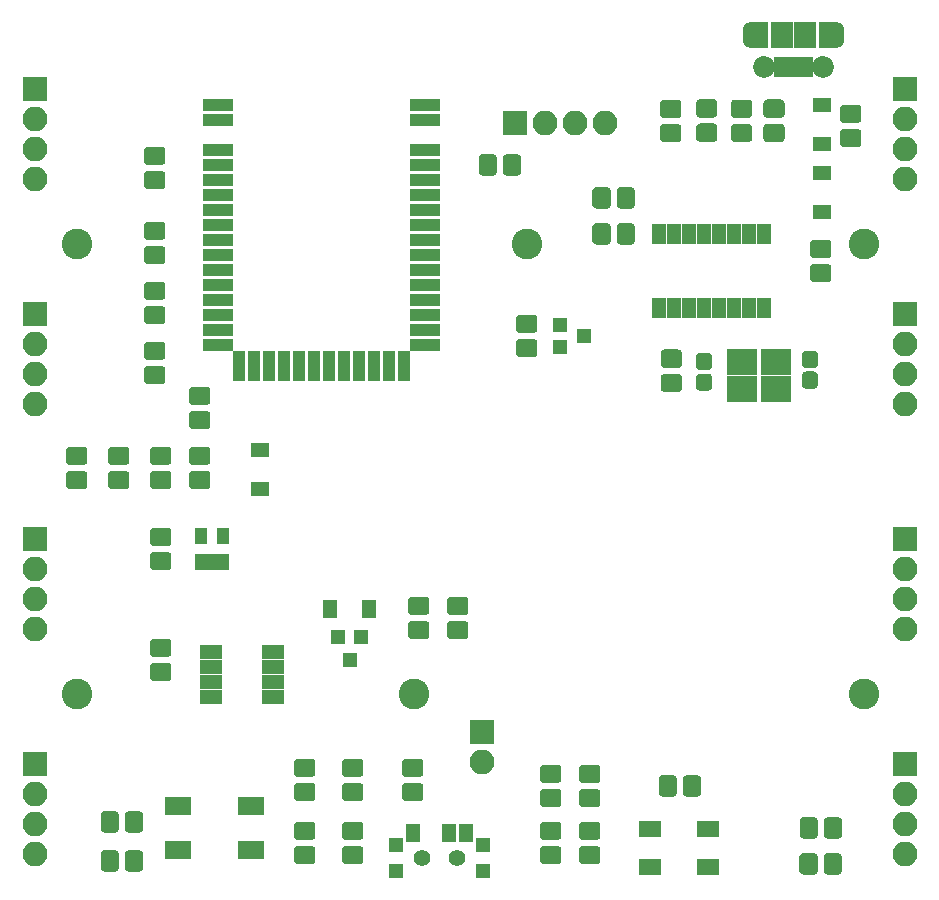
<source format=gbr>
G04 #@! TF.GenerationSoftware,KiCad,Pcbnew,(5.0.0)*
G04 #@! TF.CreationDate,2019-06-08T15:20:39-06:00*
G04 #@! TF.ProjectId,4x4_platform,3478345F706C6174666F726D2E6B6963,rev?*
G04 #@! TF.SameCoordinates,Original*
G04 #@! TF.FileFunction,Soldermask,Top*
G04 #@! TF.FilePolarity,Negative*
%FSLAX46Y46*%
G04 Gerber Fmt 4.6, Leading zero omitted, Abs format (unit mm)*
G04 Created by KiCad (PCBNEW (5.0.0)) date 06/08/19 15:20:39*
%MOMM*%
%LPD*%
G01*
G04 APERTURE LIST*
%ADD10R,2.100000X2.100000*%
%ADD11O,2.100000X2.100000*%
%ADD12C,0.100000*%
%ADD13C,1.550000*%
%ADD14R,1.200000X1.300000*%
%ADD15C,2.600000*%
%ADD16C,1.400000*%
%ADD17R,1.300000X1.650000*%
%ADD18R,1.300000X1.300000*%
%ADD19R,2.200000X1.500000*%
%ADD20R,1.120000X2.600000*%
%ADD21R,2.600000X1.120000*%
%ADD22C,1.350000*%
%ADD23R,1.600000X1.300000*%
%ADD24R,1.200000X1.700000*%
%ADD25R,2.500000X2.200000*%
%ADD26R,1.900000X2.300000*%
%ADD27C,1.850000*%
%ADD28R,0.800000X1.750000*%
%ADD29O,1.600000X2.300000*%
%ADD30R,1.600000X2.300000*%
%ADD31R,1.300000X1.600000*%
%ADD32R,1.850000X1.200000*%
%ADD33R,1.050000X1.460000*%
%ADD34R,1.300000X1.200000*%
%ADD35R,1.900000X1.400000*%
G04 APERTURE END LIST*
D10*
G04 #@! TO.C,J1*
X77470000Y-82232500D03*
D11*
X77470000Y-84772500D03*
X77470000Y-87312500D03*
X77470000Y-89852500D03*
G04 #@! TD*
G04 #@! TO.C,J2*
X77470000Y-108902500D03*
X77470000Y-106362500D03*
X77470000Y-103822500D03*
D10*
X77470000Y-101282500D03*
G04 #@! TD*
G04 #@! TO.C,J3*
X77470000Y-120332500D03*
D11*
X77470000Y-122872500D03*
X77470000Y-125412500D03*
X77470000Y-127952500D03*
G04 #@! TD*
G04 #@! TO.C,J4*
X77470000Y-147002500D03*
X77470000Y-144462500D03*
X77470000Y-141922500D03*
D10*
X77470000Y-139382500D03*
G04 #@! TD*
G04 #@! TO.C,J5*
X151130000Y-82232500D03*
D11*
X151130000Y-84772500D03*
X151130000Y-87312500D03*
X151130000Y-89852500D03*
G04 #@! TD*
G04 #@! TO.C,J6*
X151130000Y-108902500D03*
X151130000Y-106362500D03*
X151130000Y-103822500D03*
D10*
X151130000Y-101282500D03*
G04 #@! TD*
G04 #@! TO.C,J7*
X151130000Y-120332500D03*
D11*
X151130000Y-122872500D03*
X151130000Y-125412500D03*
X151130000Y-127952500D03*
G04 #@! TD*
G04 #@! TO.C,J8*
X151130000Y-147002500D03*
X151130000Y-144462500D03*
X151130000Y-141922500D03*
D10*
X151130000Y-139382500D03*
G04 #@! TD*
D12*
G04 #@! TO.C,C1*
G36*
X88226071Y-93451623D02*
X88258781Y-93456475D01*
X88290857Y-93464509D01*
X88321991Y-93475649D01*
X88351884Y-93489787D01*
X88380247Y-93506787D01*
X88406807Y-93526485D01*
X88431308Y-93548692D01*
X88453515Y-93573193D01*
X88473213Y-93599753D01*
X88490213Y-93628116D01*
X88504351Y-93658009D01*
X88515491Y-93689143D01*
X88523525Y-93721219D01*
X88528377Y-93753929D01*
X88530000Y-93786956D01*
X88530000Y-94663044D01*
X88528377Y-94696071D01*
X88523525Y-94728781D01*
X88515491Y-94760857D01*
X88504351Y-94791991D01*
X88490213Y-94821884D01*
X88473213Y-94850247D01*
X88453515Y-94876807D01*
X88431308Y-94901308D01*
X88406807Y-94923515D01*
X88380247Y-94943213D01*
X88351884Y-94960213D01*
X88321991Y-94974351D01*
X88290857Y-94985491D01*
X88258781Y-94993525D01*
X88226071Y-94998377D01*
X88193044Y-95000000D01*
X87066956Y-95000000D01*
X87033929Y-94998377D01*
X87001219Y-94993525D01*
X86969143Y-94985491D01*
X86938009Y-94974351D01*
X86908116Y-94960213D01*
X86879753Y-94943213D01*
X86853193Y-94923515D01*
X86828692Y-94901308D01*
X86806485Y-94876807D01*
X86786787Y-94850247D01*
X86769787Y-94821884D01*
X86755649Y-94791991D01*
X86744509Y-94760857D01*
X86736475Y-94728781D01*
X86731623Y-94696071D01*
X86730000Y-94663044D01*
X86730000Y-93786956D01*
X86731623Y-93753929D01*
X86736475Y-93721219D01*
X86744509Y-93689143D01*
X86755649Y-93658009D01*
X86769787Y-93628116D01*
X86786787Y-93599753D01*
X86806485Y-93573193D01*
X86828692Y-93548692D01*
X86853193Y-93526485D01*
X86879753Y-93506787D01*
X86908116Y-93489787D01*
X86938009Y-93475649D01*
X86969143Y-93464509D01*
X87001219Y-93456475D01*
X87033929Y-93451623D01*
X87066956Y-93450000D01*
X88193044Y-93450000D01*
X88226071Y-93451623D01*
X88226071Y-93451623D01*
G37*
D13*
X87630000Y-94225000D03*
D12*
G36*
X88226071Y-95501623D02*
X88258781Y-95506475D01*
X88290857Y-95514509D01*
X88321991Y-95525649D01*
X88351884Y-95539787D01*
X88380247Y-95556787D01*
X88406807Y-95576485D01*
X88431308Y-95598692D01*
X88453515Y-95623193D01*
X88473213Y-95649753D01*
X88490213Y-95678116D01*
X88504351Y-95708009D01*
X88515491Y-95739143D01*
X88523525Y-95771219D01*
X88528377Y-95803929D01*
X88530000Y-95836956D01*
X88530000Y-96713044D01*
X88528377Y-96746071D01*
X88523525Y-96778781D01*
X88515491Y-96810857D01*
X88504351Y-96841991D01*
X88490213Y-96871884D01*
X88473213Y-96900247D01*
X88453515Y-96926807D01*
X88431308Y-96951308D01*
X88406807Y-96973515D01*
X88380247Y-96993213D01*
X88351884Y-97010213D01*
X88321991Y-97024351D01*
X88290857Y-97035491D01*
X88258781Y-97043525D01*
X88226071Y-97048377D01*
X88193044Y-97050000D01*
X87066956Y-97050000D01*
X87033929Y-97048377D01*
X87001219Y-97043525D01*
X86969143Y-97035491D01*
X86938009Y-97024351D01*
X86908116Y-97010213D01*
X86879753Y-96993213D01*
X86853193Y-96973515D01*
X86828692Y-96951308D01*
X86806485Y-96926807D01*
X86786787Y-96900247D01*
X86769787Y-96871884D01*
X86755649Y-96841991D01*
X86744509Y-96810857D01*
X86736475Y-96778781D01*
X86731623Y-96746071D01*
X86730000Y-96713044D01*
X86730000Y-95836956D01*
X86731623Y-95803929D01*
X86736475Y-95771219D01*
X86744509Y-95739143D01*
X86755649Y-95708009D01*
X86769787Y-95678116D01*
X86786787Y-95649753D01*
X86806485Y-95623193D01*
X86828692Y-95598692D01*
X86853193Y-95576485D01*
X86879753Y-95556787D01*
X86908116Y-95539787D01*
X86938009Y-95525649D01*
X86969143Y-95514509D01*
X87001219Y-95506475D01*
X87033929Y-95501623D01*
X87066956Y-95500000D01*
X88193044Y-95500000D01*
X88226071Y-95501623D01*
X88226071Y-95501623D01*
G37*
D13*
X87630000Y-96275000D03*
G04 #@! TD*
D12*
G04 #@! TO.C,C2*
G36*
X88226071Y-103611623D02*
X88258781Y-103616475D01*
X88290857Y-103624509D01*
X88321991Y-103635649D01*
X88351884Y-103649787D01*
X88380247Y-103666787D01*
X88406807Y-103686485D01*
X88431308Y-103708692D01*
X88453515Y-103733193D01*
X88473213Y-103759753D01*
X88490213Y-103788116D01*
X88504351Y-103818009D01*
X88515491Y-103849143D01*
X88523525Y-103881219D01*
X88528377Y-103913929D01*
X88530000Y-103946956D01*
X88530000Y-104823044D01*
X88528377Y-104856071D01*
X88523525Y-104888781D01*
X88515491Y-104920857D01*
X88504351Y-104951991D01*
X88490213Y-104981884D01*
X88473213Y-105010247D01*
X88453515Y-105036807D01*
X88431308Y-105061308D01*
X88406807Y-105083515D01*
X88380247Y-105103213D01*
X88351884Y-105120213D01*
X88321991Y-105134351D01*
X88290857Y-105145491D01*
X88258781Y-105153525D01*
X88226071Y-105158377D01*
X88193044Y-105160000D01*
X87066956Y-105160000D01*
X87033929Y-105158377D01*
X87001219Y-105153525D01*
X86969143Y-105145491D01*
X86938009Y-105134351D01*
X86908116Y-105120213D01*
X86879753Y-105103213D01*
X86853193Y-105083515D01*
X86828692Y-105061308D01*
X86806485Y-105036807D01*
X86786787Y-105010247D01*
X86769787Y-104981884D01*
X86755649Y-104951991D01*
X86744509Y-104920857D01*
X86736475Y-104888781D01*
X86731623Y-104856071D01*
X86730000Y-104823044D01*
X86730000Y-103946956D01*
X86731623Y-103913929D01*
X86736475Y-103881219D01*
X86744509Y-103849143D01*
X86755649Y-103818009D01*
X86769787Y-103788116D01*
X86786787Y-103759753D01*
X86806485Y-103733193D01*
X86828692Y-103708692D01*
X86853193Y-103686485D01*
X86879753Y-103666787D01*
X86908116Y-103649787D01*
X86938009Y-103635649D01*
X86969143Y-103624509D01*
X87001219Y-103616475D01*
X87033929Y-103611623D01*
X87066956Y-103610000D01*
X88193044Y-103610000D01*
X88226071Y-103611623D01*
X88226071Y-103611623D01*
G37*
D13*
X87630000Y-104385000D03*
D12*
G36*
X88226071Y-105661623D02*
X88258781Y-105666475D01*
X88290857Y-105674509D01*
X88321991Y-105685649D01*
X88351884Y-105699787D01*
X88380247Y-105716787D01*
X88406807Y-105736485D01*
X88431308Y-105758692D01*
X88453515Y-105783193D01*
X88473213Y-105809753D01*
X88490213Y-105838116D01*
X88504351Y-105868009D01*
X88515491Y-105899143D01*
X88523525Y-105931219D01*
X88528377Y-105963929D01*
X88530000Y-105996956D01*
X88530000Y-106873044D01*
X88528377Y-106906071D01*
X88523525Y-106938781D01*
X88515491Y-106970857D01*
X88504351Y-107001991D01*
X88490213Y-107031884D01*
X88473213Y-107060247D01*
X88453515Y-107086807D01*
X88431308Y-107111308D01*
X88406807Y-107133515D01*
X88380247Y-107153213D01*
X88351884Y-107170213D01*
X88321991Y-107184351D01*
X88290857Y-107195491D01*
X88258781Y-107203525D01*
X88226071Y-107208377D01*
X88193044Y-107210000D01*
X87066956Y-107210000D01*
X87033929Y-107208377D01*
X87001219Y-107203525D01*
X86969143Y-107195491D01*
X86938009Y-107184351D01*
X86908116Y-107170213D01*
X86879753Y-107153213D01*
X86853193Y-107133515D01*
X86828692Y-107111308D01*
X86806485Y-107086807D01*
X86786787Y-107060247D01*
X86769787Y-107031884D01*
X86755649Y-107001991D01*
X86744509Y-106970857D01*
X86736475Y-106938781D01*
X86731623Y-106906071D01*
X86730000Y-106873044D01*
X86730000Y-105996956D01*
X86731623Y-105963929D01*
X86736475Y-105931219D01*
X86744509Y-105899143D01*
X86755649Y-105868009D01*
X86769787Y-105838116D01*
X86786787Y-105809753D01*
X86806485Y-105783193D01*
X86828692Y-105758692D01*
X86853193Y-105736485D01*
X86879753Y-105716787D01*
X86908116Y-105699787D01*
X86938009Y-105685649D01*
X86969143Y-105674509D01*
X87001219Y-105666475D01*
X87033929Y-105661623D01*
X87066956Y-105660000D01*
X88193044Y-105660000D01*
X88226071Y-105661623D01*
X88226071Y-105661623D01*
G37*
D13*
X87630000Y-106435000D03*
G04 #@! TD*
D12*
G04 #@! TO.C,C3*
G36*
X92036071Y-109471623D02*
X92068781Y-109476475D01*
X92100857Y-109484509D01*
X92131991Y-109495649D01*
X92161884Y-109509787D01*
X92190247Y-109526787D01*
X92216807Y-109546485D01*
X92241308Y-109568692D01*
X92263515Y-109593193D01*
X92283213Y-109619753D01*
X92300213Y-109648116D01*
X92314351Y-109678009D01*
X92325491Y-109709143D01*
X92333525Y-109741219D01*
X92338377Y-109773929D01*
X92340000Y-109806956D01*
X92340000Y-110683044D01*
X92338377Y-110716071D01*
X92333525Y-110748781D01*
X92325491Y-110780857D01*
X92314351Y-110811991D01*
X92300213Y-110841884D01*
X92283213Y-110870247D01*
X92263515Y-110896807D01*
X92241308Y-110921308D01*
X92216807Y-110943515D01*
X92190247Y-110963213D01*
X92161884Y-110980213D01*
X92131991Y-110994351D01*
X92100857Y-111005491D01*
X92068781Y-111013525D01*
X92036071Y-111018377D01*
X92003044Y-111020000D01*
X90876956Y-111020000D01*
X90843929Y-111018377D01*
X90811219Y-111013525D01*
X90779143Y-111005491D01*
X90748009Y-110994351D01*
X90718116Y-110980213D01*
X90689753Y-110963213D01*
X90663193Y-110943515D01*
X90638692Y-110921308D01*
X90616485Y-110896807D01*
X90596787Y-110870247D01*
X90579787Y-110841884D01*
X90565649Y-110811991D01*
X90554509Y-110780857D01*
X90546475Y-110748781D01*
X90541623Y-110716071D01*
X90540000Y-110683044D01*
X90540000Y-109806956D01*
X90541623Y-109773929D01*
X90546475Y-109741219D01*
X90554509Y-109709143D01*
X90565649Y-109678009D01*
X90579787Y-109648116D01*
X90596787Y-109619753D01*
X90616485Y-109593193D01*
X90638692Y-109568692D01*
X90663193Y-109546485D01*
X90689753Y-109526787D01*
X90718116Y-109509787D01*
X90748009Y-109495649D01*
X90779143Y-109484509D01*
X90811219Y-109476475D01*
X90843929Y-109471623D01*
X90876956Y-109470000D01*
X92003044Y-109470000D01*
X92036071Y-109471623D01*
X92036071Y-109471623D01*
G37*
D13*
X91440000Y-110245000D03*
D12*
G36*
X92036071Y-107421623D02*
X92068781Y-107426475D01*
X92100857Y-107434509D01*
X92131991Y-107445649D01*
X92161884Y-107459787D01*
X92190247Y-107476787D01*
X92216807Y-107496485D01*
X92241308Y-107518692D01*
X92263515Y-107543193D01*
X92283213Y-107569753D01*
X92300213Y-107598116D01*
X92314351Y-107628009D01*
X92325491Y-107659143D01*
X92333525Y-107691219D01*
X92338377Y-107723929D01*
X92340000Y-107756956D01*
X92340000Y-108633044D01*
X92338377Y-108666071D01*
X92333525Y-108698781D01*
X92325491Y-108730857D01*
X92314351Y-108761991D01*
X92300213Y-108791884D01*
X92283213Y-108820247D01*
X92263515Y-108846807D01*
X92241308Y-108871308D01*
X92216807Y-108893515D01*
X92190247Y-108913213D01*
X92161884Y-108930213D01*
X92131991Y-108944351D01*
X92100857Y-108955491D01*
X92068781Y-108963525D01*
X92036071Y-108968377D01*
X92003044Y-108970000D01*
X90876956Y-108970000D01*
X90843929Y-108968377D01*
X90811219Y-108963525D01*
X90779143Y-108955491D01*
X90748009Y-108944351D01*
X90718116Y-108930213D01*
X90689753Y-108913213D01*
X90663193Y-108893515D01*
X90638692Y-108871308D01*
X90616485Y-108846807D01*
X90596787Y-108820247D01*
X90579787Y-108791884D01*
X90565649Y-108761991D01*
X90554509Y-108730857D01*
X90546475Y-108698781D01*
X90541623Y-108666071D01*
X90540000Y-108633044D01*
X90540000Y-107756956D01*
X90541623Y-107723929D01*
X90546475Y-107691219D01*
X90554509Y-107659143D01*
X90565649Y-107628009D01*
X90579787Y-107598116D01*
X90596787Y-107569753D01*
X90616485Y-107543193D01*
X90638692Y-107518692D01*
X90663193Y-107496485D01*
X90689753Y-107476787D01*
X90718116Y-107459787D01*
X90748009Y-107445649D01*
X90779143Y-107434509D01*
X90811219Y-107426475D01*
X90843929Y-107421623D01*
X90876956Y-107420000D01*
X92003044Y-107420000D01*
X92036071Y-107421623D01*
X92036071Y-107421623D01*
G37*
D13*
X91440000Y-108195000D03*
G04 #@! TD*
D12*
G04 #@! TO.C,C4*
G36*
X88226071Y-87101623D02*
X88258781Y-87106475D01*
X88290857Y-87114509D01*
X88321991Y-87125649D01*
X88351884Y-87139787D01*
X88380247Y-87156787D01*
X88406807Y-87176485D01*
X88431308Y-87198692D01*
X88453515Y-87223193D01*
X88473213Y-87249753D01*
X88490213Y-87278116D01*
X88504351Y-87308009D01*
X88515491Y-87339143D01*
X88523525Y-87371219D01*
X88528377Y-87403929D01*
X88530000Y-87436956D01*
X88530000Y-88313044D01*
X88528377Y-88346071D01*
X88523525Y-88378781D01*
X88515491Y-88410857D01*
X88504351Y-88441991D01*
X88490213Y-88471884D01*
X88473213Y-88500247D01*
X88453515Y-88526807D01*
X88431308Y-88551308D01*
X88406807Y-88573515D01*
X88380247Y-88593213D01*
X88351884Y-88610213D01*
X88321991Y-88624351D01*
X88290857Y-88635491D01*
X88258781Y-88643525D01*
X88226071Y-88648377D01*
X88193044Y-88650000D01*
X87066956Y-88650000D01*
X87033929Y-88648377D01*
X87001219Y-88643525D01*
X86969143Y-88635491D01*
X86938009Y-88624351D01*
X86908116Y-88610213D01*
X86879753Y-88593213D01*
X86853193Y-88573515D01*
X86828692Y-88551308D01*
X86806485Y-88526807D01*
X86786787Y-88500247D01*
X86769787Y-88471884D01*
X86755649Y-88441991D01*
X86744509Y-88410857D01*
X86736475Y-88378781D01*
X86731623Y-88346071D01*
X86730000Y-88313044D01*
X86730000Y-87436956D01*
X86731623Y-87403929D01*
X86736475Y-87371219D01*
X86744509Y-87339143D01*
X86755649Y-87308009D01*
X86769787Y-87278116D01*
X86786787Y-87249753D01*
X86806485Y-87223193D01*
X86828692Y-87198692D01*
X86853193Y-87176485D01*
X86879753Y-87156787D01*
X86908116Y-87139787D01*
X86938009Y-87125649D01*
X86969143Y-87114509D01*
X87001219Y-87106475D01*
X87033929Y-87101623D01*
X87066956Y-87100000D01*
X88193044Y-87100000D01*
X88226071Y-87101623D01*
X88226071Y-87101623D01*
G37*
D13*
X87630000Y-87875000D03*
D12*
G36*
X88226071Y-89151623D02*
X88258781Y-89156475D01*
X88290857Y-89164509D01*
X88321991Y-89175649D01*
X88351884Y-89189787D01*
X88380247Y-89206787D01*
X88406807Y-89226485D01*
X88431308Y-89248692D01*
X88453515Y-89273193D01*
X88473213Y-89299753D01*
X88490213Y-89328116D01*
X88504351Y-89358009D01*
X88515491Y-89389143D01*
X88523525Y-89421219D01*
X88528377Y-89453929D01*
X88530000Y-89486956D01*
X88530000Y-90363044D01*
X88528377Y-90396071D01*
X88523525Y-90428781D01*
X88515491Y-90460857D01*
X88504351Y-90491991D01*
X88490213Y-90521884D01*
X88473213Y-90550247D01*
X88453515Y-90576807D01*
X88431308Y-90601308D01*
X88406807Y-90623515D01*
X88380247Y-90643213D01*
X88351884Y-90660213D01*
X88321991Y-90674351D01*
X88290857Y-90685491D01*
X88258781Y-90693525D01*
X88226071Y-90698377D01*
X88193044Y-90700000D01*
X87066956Y-90700000D01*
X87033929Y-90698377D01*
X87001219Y-90693525D01*
X86969143Y-90685491D01*
X86938009Y-90674351D01*
X86908116Y-90660213D01*
X86879753Y-90643213D01*
X86853193Y-90623515D01*
X86828692Y-90601308D01*
X86806485Y-90576807D01*
X86786787Y-90550247D01*
X86769787Y-90521884D01*
X86755649Y-90491991D01*
X86744509Y-90460857D01*
X86736475Y-90428781D01*
X86731623Y-90396071D01*
X86730000Y-90363044D01*
X86730000Y-89486956D01*
X86731623Y-89453929D01*
X86736475Y-89421219D01*
X86744509Y-89389143D01*
X86755649Y-89358009D01*
X86769787Y-89328116D01*
X86786787Y-89299753D01*
X86806485Y-89273193D01*
X86828692Y-89248692D01*
X86853193Y-89226485D01*
X86879753Y-89206787D01*
X86908116Y-89189787D01*
X86938009Y-89175649D01*
X86969143Y-89164509D01*
X87001219Y-89156475D01*
X87033929Y-89151623D01*
X87066956Y-89150000D01*
X88193044Y-89150000D01*
X88226071Y-89151623D01*
X88226071Y-89151623D01*
G37*
D13*
X87630000Y-89925000D03*
G04 #@! TD*
D12*
G04 #@! TO.C,L1*
G36*
X88226071Y-98531623D02*
X88258781Y-98536475D01*
X88290857Y-98544509D01*
X88321991Y-98555649D01*
X88351884Y-98569787D01*
X88380247Y-98586787D01*
X88406807Y-98606485D01*
X88431308Y-98628692D01*
X88453515Y-98653193D01*
X88473213Y-98679753D01*
X88490213Y-98708116D01*
X88504351Y-98738009D01*
X88515491Y-98769143D01*
X88523525Y-98801219D01*
X88528377Y-98833929D01*
X88530000Y-98866956D01*
X88530000Y-99743044D01*
X88528377Y-99776071D01*
X88523525Y-99808781D01*
X88515491Y-99840857D01*
X88504351Y-99871991D01*
X88490213Y-99901884D01*
X88473213Y-99930247D01*
X88453515Y-99956807D01*
X88431308Y-99981308D01*
X88406807Y-100003515D01*
X88380247Y-100023213D01*
X88351884Y-100040213D01*
X88321991Y-100054351D01*
X88290857Y-100065491D01*
X88258781Y-100073525D01*
X88226071Y-100078377D01*
X88193044Y-100080000D01*
X87066956Y-100080000D01*
X87033929Y-100078377D01*
X87001219Y-100073525D01*
X86969143Y-100065491D01*
X86938009Y-100054351D01*
X86908116Y-100040213D01*
X86879753Y-100023213D01*
X86853193Y-100003515D01*
X86828692Y-99981308D01*
X86806485Y-99956807D01*
X86786787Y-99930247D01*
X86769787Y-99901884D01*
X86755649Y-99871991D01*
X86744509Y-99840857D01*
X86736475Y-99808781D01*
X86731623Y-99776071D01*
X86730000Y-99743044D01*
X86730000Y-98866956D01*
X86731623Y-98833929D01*
X86736475Y-98801219D01*
X86744509Y-98769143D01*
X86755649Y-98738009D01*
X86769787Y-98708116D01*
X86786787Y-98679753D01*
X86806485Y-98653193D01*
X86828692Y-98628692D01*
X86853193Y-98606485D01*
X86879753Y-98586787D01*
X86908116Y-98569787D01*
X86938009Y-98555649D01*
X86969143Y-98544509D01*
X87001219Y-98536475D01*
X87033929Y-98531623D01*
X87066956Y-98530000D01*
X88193044Y-98530000D01*
X88226071Y-98531623D01*
X88226071Y-98531623D01*
G37*
D13*
X87630000Y-99305000D03*
D12*
G36*
X88226071Y-100581623D02*
X88258781Y-100586475D01*
X88290857Y-100594509D01*
X88321991Y-100605649D01*
X88351884Y-100619787D01*
X88380247Y-100636787D01*
X88406807Y-100656485D01*
X88431308Y-100678692D01*
X88453515Y-100703193D01*
X88473213Y-100729753D01*
X88490213Y-100758116D01*
X88504351Y-100788009D01*
X88515491Y-100819143D01*
X88523525Y-100851219D01*
X88528377Y-100883929D01*
X88530000Y-100916956D01*
X88530000Y-101793044D01*
X88528377Y-101826071D01*
X88523525Y-101858781D01*
X88515491Y-101890857D01*
X88504351Y-101921991D01*
X88490213Y-101951884D01*
X88473213Y-101980247D01*
X88453515Y-102006807D01*
X88431308Y-102031308D01*
X88406807Y-102053515D01*
X88380247Y-102073213D01*
X88351884Y-102090213D01*
X88321991Y-102104351D01*
X88290857Y-102115491D01*
X88258781Y-102123525D01*
X88226071Y-102128377D01*
X88193044Y-102130000D01*
X87066956Y-102130000D01*
X87033929Y-102128377D01*
X87001219Y-102123525D01*
X86969143Y-102115491D01*
X86938009Y-102104351D01*
X86908116Y-102090213D01*
X86879753Y-102073213D01*
X86853193Y-102053515D01*
X86828692Y-102031308D01*
X86806485Y-102006807D01*
X86786787Y-101980247D01*
X86769787Y-101951884D01*
X86755649Y-101921991D01*
X86744509Y-101890857D01*
X86736475Y-101858781D01*
X86731623Y-101826071D01*
X86730000Y-101793044D01*
X86730000Y-100916956D01*
X86731623Y-100883929D01*
X86736475Y-100851219D01*
X86744509Y-100819143D01*
X86755649Y-100788009D01*
X86769787Y-100758116D01*
X86786787Y-100729753D01*
X86806485Y-100703193D01*
X86828692Y-100678692D01*
X86853193Y-100656485D01*
X86879753Y-100636787D01*
X86908116Y-100619787D01*
X86938009Y-100605649D01*
X86969143Y-100594509D01*
X87001219Y-100586475D01*
X87033929Y-100581623D01*
X87066956Y-100580000D01*
X88193044Y-100580000D01*
X88226071Y-100581623D01*
X88226071Y-100581623D01*
G37*
D13*
X87630000Y-101355000D03*
G04 #@! TD*
D14*
G04 #@! TO.C,Q1*
X105074000Y-128606000D03*
X103174000Y-128606000D03*
X104124000Y-130606000D03*
G04 #@! TD*
D12*
G04 #@! TO.C,R1*
G36*
X92036071Y-114542623D02*
X92068781Y-114547475D01*
X92100857Y-114555509D01*
X92131991Y-114566649D01*
X92161884Y-114580787D01*
X92190247Y-114597787D01*
X92216807Y-114617485D01*
X92241308Y-114639692D01*
X92263515Y-114664193D01*
X92283213Y-114690753D01*
X92300213Y-114719116D01*
X92314351Y-114749009D01*
X92325491Y-114780143D01*
X92333525Y-114812219D01*
X92338377Y-114844929D01*
X92340000Y-114877956D01*
X92340000Y-115754044D01*
X92338377Y-115787071D01*
X92333525Y-115819781D01*
X92325491Y-115851857D01*
X92314351Y-115882991D01*
X92300213Y-115912884D01*
X92283213Y-115941247D01*
X92263515Y-115967807D01*
X92241308Y-115992308D01*
X92216807Y-116014515D01*
X92190247Y-116034213D01*
X92161884Y-116051213D01*
X92131991Y-116065351D01*
X92100857Y-116076491D01*
X92068781Y-116084525D01*
X92036071Y-116089377D01*
X92003044Y-116091000D01*
X90876956Y-116091000D01*
X90843929Y-116089377D01*
X90811219Y-116084525D01*
X90779143Y-116076491D01*
X90748009Y-116065351D01*
X90718116Y-116051213D01*
X90689753Y-116034213D01*
X90663193Y-116014515D01*
X90638692Y-115992308D01*
X90616485Y-115967807D01*
X90596787Y-115941247D01*
X90579787Y-115912884D01*
X90565649Y-115882991D01*
X90554509Y-115851857D01*
X90546475Y-115819781D01*
X90541623Y-115787071D01*
X90540000Y-115754044D01*
X90540000Y-114877956D01*
X90541623Y-114844929D01*
X90546475Y-114812219D01*
X90554509Y-114780143D01*
X90565649Y-114749009D01*
X90579787Y-114719116D01*
X90596787Y-114690753D01*
X90616485Y-114664193D01*
X90638692Y-114639692D01*
X90663193Y-114617485D01*
X90689753Y-114597787D01*
X90718116Y-114580787D01*
X90748009Y-114566649D01*
X90779143Y-114555509D01*
X90811219Y-114547475D01*
X90843929Y-114542623D01*
X90876956Y-114541000D01*
X92003044Y-114541000D01*
X92036071Y-114542623D01*
X92036071Y-114542623D01*
G37*
D13*
X91440000Y-115316000D03*
D12*
G36*
X92036071Y-112492623D02*
X92068781Y-112497475D01*
X92100857Y-112505509D01*
X92131991Y-112516649D01*
X92161884Y-112530787D01*
X92190247Y-112547787D01*
X92216807Y-112567485D01*
X92241308Y-112589692D01*
X92263515Y-112614193D01*
X92283213Y-112640753D01*
X92300213Y-112669116D01*
X92314351Y-112699009D01*
X92325491Y-112730143D01*
X92333525Y-112762219D01*
X92338377Y-112794929D01*
X92340000Y-112827956D01*
X92340000Y-113704044D01*
X92338377Y-113737071D01*
X92333525Y-113769781D01*
X92325491Y-113801857D01*
X92314351Y-113832991D01*
X92300213Y-113862884D01*
X92283213Y-113891247D01*
X92263515Y-113917807D01*
X92241308Y-113942308D01*
X92216807Y-113964515D01*
X92190247Y-113984213D01*
X92161884Y-114001213D01*
X92131991Y-114015351D01*
X92100857Y-114026491D01*
X92068781Y-114034525D01*
X92036071Y-114039377D01*
X92003044Y-114041000D01*
X90876956Y-114041000D01*
X90843929Y-114039377D01*
X90811219Y-114034525D01*
X90779143Y-114026491D01*
X90748009Y-114015351D01*
X90718116Y-114001213D01*
X90689753Y-113984213D01*
X90663193Y-113964515D01*
X90638692Y-113942308D01*
X90616485Y-113917807D01*
X90596787Y-113891247D01*
X90579787Y-113862884D01*
X90565649Y-113832991D01*
X90554509Y-113801857D01*
X90546475Y-113769781D01*
X90541623Y-113737071D01*
X90540000Y-113704044D01*
X90540000Y-112827956D01*
X90541623Y-112794929D01*
X90546475Y-112762219D01*
X90554509Y-112730143D01*
X90565649Y-112699009D01*
X90579787Y-112669116D01*
X90596787Y-112640753D01*
X90616485Y-112614193D01*
X90638692Y-112589692D01*
X90663193Y-112567485D01*
X90689753Y-112547787D01*
X90718116Y-112530787D01*
X90748009Y-112516649D01*
X90779143Y-112505509D01*
X90811219Y-112497475D01*
X90843929Y-112492623D01*
X90876956Y-112491000D01*
X92003044Y-112491000D01*
X92036071Y-112492623D01*
X92036071Y-112492623D01*
G37*
D13*
X91440000Y-113266000D03*
G04 #@! TD*
D10*
G04 #@! TO.C,J9*
X118110000Y-85090000D03*
D11*
X120650000Y-85090000D03*
X123190000Y-85090000D03*
X125730000Y-85090000D03*
G04 #@! TD*
D15*
G04 #@! TO.C,J11*
X81026000Y-133477000D03*
G04 #@! TD*
G04 #@! TO.C,J12*
X147701000Y-95377000D03*
G04 #@! TD*
G04 #@! TO.C,J13*
X147701000Y-133477000D03*
G04 #@! TD*
G04 #@! TO.C,J14*
X109601000Y-133477000D03*
G04 #@! TD*
G04 #@! TO.C,J15*
X119126000Y-95377000D03*
G04 #@! TD*
G04 #@! TO.C,J16*
X81026000Y-95377000D03*
G04 #@! TD*
D16*
G04 #@! TO.C,SW1*
X110260000Y-147320000D03*
X113260000Y-147320000D03*
D17*
X112510000Y-145245000D03*
X114010000Y-145245000D03*
X109510000Y-145245000D03*
D18*
X108060000Y-148420000D03*
X108060000Y-146220000D03*
X115460000Y-146220000D03*
X115460000Y-148420000D03*
G04 #@! TD*
D19*
G04 #@! TO.C,SW2*
X95810000Y-146630000D03*
X89610000Y-146630000D03*
X95810000Y-142930000D03*
X89610000Y-142930000D03*
G04 #@! TD*
D20*
G04 #@! TO.C,U1*
X108712000Y-105664000D03*
X107442000Y-105664000D03*
X106172000Y-105664000D03*
X104902000Y-105664000D03*
X103632000Y-105664000D03*
X102362000Y-105664000D03*
X101092000Y-105664000D03*
X99822000Y-105664000D03*
X98552000Y-105664000D03*
X97282000Y-105664000D03*
X96012000Y-105664000D03*
X94742000Y-105664000D03*
D21*
X110490000Y-103886000D03*
X110490000Y-102616000D03*
X110490000Y-101346000D03*
X110490000Y-100076000D03*
X110490000Y-98806000D03*
X110490000Y-97536000D03*
X110490000Y-96266000D03*
X110490000Y-94996000D03*
X110490000Y-93726000D03*
X110490000Y-92456000D03*
X110490000Y-91186000D03*
X110490000Y-89916000D03*
X110490000Y-88646000D03*
X110490000Y-87376000D03*
X110490000Y-84836000D03*
X110490000Y-83566000D03*
X92964000Y-83566000D03*
X92964000Y-84836000D03*
X92964000Y-87376000D03*
X92964000Y-88646000D03*
X92964000Y-89916000D03*
X92964000Y-91186000D03*
X92964000Y-92456000D03*
X92964000Y-93726000D03*
X92964000Y-94996000D03*
X92964000Y-96266000D03*
X92964000Y-97536000D03*
X92964000Y-98806000D03*
X92964000Y-100076000D03*
X92964000Y-101346000D03*
X92964000Y-102616000D03*
X92964000Y-103886000D03*
G04 #@! TD*
D12*
G04 #@! TO.C,D1*
G36*
X125056071Y-146301623D02*
X125088781Y-146306475D01*
X125120857Y-146314509D01*
X125151991Y-146325649D01*
X125181884Y-146339787D01*
X125210247Y-146356787D01*
X125236807Y-146376485D01*
X125261308Y-146398692D01*
X125283515Y-146423193D01*
X125303213Y-146449753D01*
X125320213Y-146478116D01*
X125334351Y-146508009D01*
X125345491Y-146539143D01*
X125353525Y-146571219D01*
X125358377Y-146603929D01*
X125360000Y-146636956D01*
X125360000Y-147513044D01*
X125358377Y-147546071D01*
X125353525Y-147578781D01*
X125345491Y-147610857D01*
X125334351Y-147641991D01*
X125320213Y-147671884D01*
X125303213Y-147700247D01*
X125283515Y-147726807D01*
X125261308Y-147751308D01*
X125236807Y-147773515D01*
X125210247Y-147793213D01*
X125181884Y-147810213D01*
X125151991Y-147824351D01*
X125120857Y-147835491D01*
X125088781Y-147843525D01*
X125056071Y-147848377D01*
X125023044Y-147850000D01*
X123896956Y-147850000D01*
X123863929Y-147848377D01*
X123831219Y-147843525D01*
X123799143Y-147835491D01*
X123768009Y-147824351D01*
X123738116Y-147810213D01*
X123709753Y-147793213D01*
X123683193Y-147773515D01*
X123658692Y-147751308D01*
X123636485Y-147726807D01*
X123616787Y-147700247D01*
X123599787Y-147671884D01*
X123585649Y-147641991D01*
X123574509Y-147610857D01*
X123566475Y-147578781D01*
X123561623Y-147546071D01*
X123560000Y-147513044D01*
X123560000Y-146636956D01*
X123561623Y-146603929D01*
X123566475Y-146571219D01*
X123574509Y-146539143D01*
X123585649Y-146508009D01*
X123599787Y-146478116D01*
X123616787Y-146449753D01*
X123636485Y-146423193D01*
X123658692Y-146398692D01*
X123683193Y-146376485D01*
X123709753Y-146356787D01*
X123738116Y-146339787D01*
X123768009Y-146325649D01*
X123799143Y-146314509D01*
X123831219Y-146306475D01*
X123863929Y-146301623D01*
X123896956Y-146300000D01*
X125023044Y-146300000D01*
X125056071Y-146301623D01*
X125056071Y-146301623D01*
G37*
D13*
X124460000Y-147075000D03*
D12*
G36*
X125056071Y-144251623D02*
X125088781Y-144256475D01*
X125120857Y-144264509D01*
X125151991Y-144275649D01*
X125181884Y-144289787D01*
X125210247Y-144306787D01*
X125236807Y-144326485D01*
X125261308Y-144348692D01*
X125283515Y-144373193D01*
X125303213Y-144399753D01*
X125320213Y-144428116D01*
X125334351Y-144458009D01*
X125345491Y-144489143D01*
X125353525Y-144521219D01*
X125358377Y-144553929D01*
X125360000Y-144586956D01*
X125360000Y-145463044D01*
X125358377Y-145496071D01*
X125353525Y-145528781D01*
X125345491Y-145560857D01*
X125334351Y-145591991D01*
X125320213Y-145621884D01*
X125303213Y-145650247D01*
X125283515Y-145676807D01*
X125261308Y-145701308D01*
X125236807Y-145723515D01*
X125210247Y-145743213D01*
X125181884Y-145760213D01*
X125151991Y-145774351D01*
X125120857Y-145785491D01*
X125088781Y-145793525D01*
X125056071Y-145798377D01*
X125023044Y-145800000D01*
X123896956Y-145800000D01*
X123863929Y-145798377D01*
X123831219Y-145793525D01*
X123799143Y-145785491D01*
X123768009Y-145774351D01*
X123738116Y-145760213D01*
X123709753Y-145743213D01*
X123683193Y-145723515D01*
X123658692Y-145701308D01*
X123636485Y-145676807D01*
X123616787Y-145650247D01*
X123599787Y-145621884D01*
X123585649Y-145591991D01*
X123574509Y-145560857D01*
X123566475Y-145528781D01*
X123561623Y-145496071D01*
X123560000Y-145463044D01*
X123560000Y-144586956D01*
X123561623Y-144553929D01*
X123566475Y-144521219D01*
X123574509Y-144489143D01*
X123585649Y-144458009D01*
X123599787Y-144428116D01*
X123616787Y-144399753D01*
X123636485Y-144373193D01*
X123658692Y-144348692D01*
X123683193Y-144326485D01*
X123709753Y-144306787D01*
X123738116Y-144289787D01*
X123768009Y-144275649D01*
X123799143Y-144264509D01*
X123831219Y-144256475D01*
X123863929Y-144251623D01*
X123896956Y-144250000D01*
X125023044Y-144250000D01*
X125056071Y-144251623D01*
X125056071Y-144251623D01*
G37*
D13*
X124460000Y-145025000D03*
G04 #@! TD*
D12*
G04 #@! TO.C,D2*
G36*
X121754071Y-144251623D02*
X121786781Y-144256475D01*
X121818857Y-144264509D01*
X121849991Y-144275649D01*
X121879884Y-144289787D01*
X121908247Y-144306787D01*
X121934807Y-144326485D01*
X121959308Y-144348692D01*
X121981515Y-144373193D01*
X122001213Y-144399753D01*
X122018213Y-144428116D01*
X122032351Y-144458009D01*
X122043491Y-144489143D01*
X122051525Y-144521219D01*
X122056377Y-144553929D01*
X122058000Y-144586956D01*
X122058000Y-145463044D01*
X122056377Y-145496071D01*
X122051525Y-145528781D01*
X122043491Y-145560857D01*
X122032351Y-145591991D01*
X122018213Y-145621884D01*
X122001213Y-145650247D01*
X121981515Y-145676807D01*
X121959308Y-145701308D01*
X121934807Y-145723515D01*
X121908247Y-145743213D01*
X121879884Y-145760213D01*
X121849991Y-145774351D01*
X121818857Y-145785491D01*
X121786781Y-145793525D01*
X121754071Y-145798377D01*
X121721044Y-145800000D01*
X120594956Y-145800000D01*
X120561929Y-145798377D01*
X120529219Y-145793525D01*
X120497143Y-145785491D01*
X120466009Y-145774351D01*
X120436116Y-145760213D01*
X120407753Y-145743213D01*
X120381193Y-145723515D01*
X120356692Y-145701308D01*
X120334485Y-145676807D01*
X120314787Y-145650247D01*
X120297787Y-145621884D01*
X120283649Y-145591991D01*
X120272509Y-145560857D01*
X120264475Y-145528781D01*
X120259623Y-145496071D01*
X120258000Y-145463044D01*
X120258000Y-144586956D01*
X120259623Y-144553929D01*
X120264475Y-144521219D01*
X120272509Y-144489143D01*
X120283649Y-144458009D01*
X120297787Y-144428116D01*
X120314787Y-144399753D01*
X120334485Y-144373193D01*
X120356692Y-144348692D01*
X120381193Y-144326485D01*
X120407753Y-144306787D01*
X120436116Y-144289787D01*
X120466009Y-144275649D01*
X120497143Y-144264509D01*
X120529219Y-144256475D01*
X120561929Y-144251623D01*
X120594956Y-144250000D01*
X121721044Y-144250000D01*
X121754071Y-144251623D01*
X121754071Y-144251623D01*
G37*
D13*
X121158000Y-145025000D03*
D12*
G36*
X121754071Y-146301623D02*
X121786781Y-146306475D01*
X121818857Y-146314509D01*
X121849991Y-146325649D01*
X121879884Y-146339787D01*
X121908247Y-146356787D01*
X121934807Y-146376485D01*
X121959308Y-146398692D01*
X121981515Y-146423193D01*
X122001213Y-146449753D01*
X122018213Y-146478116D01*
X122032351Y-146508009D01*
X122043491Y-146539143D01*
X122051525Y-146571219D01*
X122056377Y-146603929D01*
X122058000Y-146636956D01*
X122058000Y-147513044D01*
X122056377Y-147546071D01*
X122051525Y-147578781D01*
X122043491Y-147610857D01*
X122032351Y-147641991D01*
X122018213Y-147671884D01*
X122001213Y-147700247D01*
X121981515Y-147726807D01*
X121959308Y-147751308D01*
X121934807Y-147773515D01*
X121908247Y-147793213D01*
X121879884Y-147810213D01*
X121849991Y-147824351D01*
X121818857Y-147835491D01*
X121786781Y-147843525D01*
X121754071Y-147848377D01*
X121721044Y-147850000D01*
X120594956Y-147850000D01*
X120561929Y-147848377D01*
X120529219Y-147843525D01*
X120497143Y-147835491D01*
X120466009Y-147824351D01*
X120436116Y-147810213D01*
X120407753Y-147793213D01*
X120381193Y-147773515D01*
X120356692Y-147751308D01*
X120334485Y-147726807D01*
X120314787Y-147700247D01*
X120297787Y-147671884D01*
X120283649Y-147641991D01*
X120272509Y-147610857D01*
X120264475Y-147578781D01*
X120259623Y-147546071D01*
X120258000Y-147513044D01*
X120258000Y-146636956D01*
X120259623Y-146603929D01*
X120264475Y-146571219D01*
X120272509Y-146539143D01*
X120283649Y-146508009D01*
X120297787Y-146478116D01*
X120314787Y-146449753D01*
X120334485Y-146423193D01*
X120356692Y-146398692D01*
X120381193Y-146376485D01*
X120407753Y-146356787D01*
X120436116Y-146339787D01*
X120466009Y-146325649D01*
X120497143Y-146314509D01*
X120529219Y-146306475D01*
X120561929Y-146301623D01*
X120594956Y-146300000D01*
X121721044Y-146300000D01*
X121754071Y-146301623D01*
X121754071Y-146301623D01*
G37*
D13*
X121158000Y-147075000D03*
G04 #@! TD*
D12*
G04 #@! TO.C,R2*
G36*
X125056071Y-139434622D02*
X125088781Y-139439474D01*
X125120857Y-139447508D01*
X125151991Y-139458648D01*
X125181884Y-139472786D01*
X125210247Y-139489786D01*
X125236807Y-139509484D01*
X125261308Y-139531691D01*
X125283515Y-139556192D01*
X125303213Y-139582752D01*
X125320213Y-139611115D01*
X125334351Y-139641008D01*
X125345491Y-139672142D01*
X125353525Y-139704218D01*
X125358377Y-139736928D01*
X125360000Y-139769955D01*
X125360000Y-140646043D01*
X125358377Y-140679070D01*
X125353525Y-140711780D01*
X125345491Y-140743856D01*
X125334351Y-140774990D01*
X125320213Y-140804883D01*
X125303213Y-140833246D01*
X125283515Y-140859806D01*
X125261308Y-140884307D01*
X125236807Y-140906514D01*
X125210247Y-140926212D01*
X125181884Y-140943212D01*
X125151991Y-140957350D01*
X125120857Y-140968490D01*
X125088781Y-140976524D01*
X125056071Y-140981376D01*
X125023044Y-140982999D01*
X123896956Y-140982999D01*
X123863929Y-140981376D01*
X123831219Y-140976524D01*
X123799143Y-140968490D01*
X123768009Y-140957350D01*
X123738116Y-140943212D01*
X123709753Y-140926212D01*
X123683193Y-140906514D01*
X123658692Y-140884307D01*
X123636485Y-140859806D01*
X123616787Y-140833246D01*
X123599787Y-140804883D01*
X123585649Y-140774990D01*
X123574509Y-140743856D01*
X123566475Y-140711780D01*
X123561623Y-140679070D01*
X123560000Y-140646043D01*
X123560000Y-139769955D01*
X123561623Y-139736928D01*
X123566475Y-139704218D01*
X123574509Y-139672142D01*
X123585649Y-139641008D01*
X123599787Y-139611115D01*
X123616787Y-139582752D01*
X123636485Y-139556192D01*
X123658692Y-139531691D01*
X123683193Y-139509484D01*
X123709753Y-139489786D01*
X123738116Y-139472786D01*
X123768009Y-139458648D01*
X123799143Y-139447508D01*
X123831219Y-139439474D01*
X123863929Y-139434622D01*
X123896956Y-139432999D01*
X125023044Y-139432999D01*
X125056071Y-139434622D01*
X125056071Y-139434622D01*
G37*
D13*
X124460000Y-140207999D03*
D12*
G36*
X125056071Y-141484622D02*
X125088781Y-141489474D01*
X125120857Y-141497508D01*
X125151991Y-141508648D01*
X125181884Y-141522786D01*
X125210247Y-141539786D01*
X125236807Y-141559484D01*
X125261308Y-141581691D01*
X125283515Y-141606192D01*
X125303213Y-141632752D01*
X125320213Y-141661115D01*
X125334351Y-141691008D01*
X125345491Y-141722142D01*
X125353525Y-141754218D01*
X125358377Y-141786928D01*
X125360000Y-141819955D01*
X125360000Y-142696043D01*
X125358377Y-142729070D01*
X125353525Y-142761780D01*
X125345491Y-142793856D01*
X125334351Y-142824990D01*
X125320213Y-142854883D01*
X125303213Y-142883246D01*
X125283515Y-142909806D01*
X125261308Y-142934307D01*
X125236807Y-142956514D01*
X125210247Y-142976212D01*
X125181884Y-142993212D01*
X125151991Y-143007350D01*
X125120857Y-143018490D01*
X125088781Y-143026524D01*
X125056071Y-143031376D01*
X125023044Y-143032999D01*
X123896956Y-143032999D01*
X123863929Y-143031376D01*
X123831219Y-143026524D01*
X123799143Y-143018490D01*
X123768009Y-143007350D01*
X123738116Y-142993212D01*
X123709753Y-142976212D01*
X123683193Y-142956514D01*
X123658692Y-142934307D01*
X123636485Y-142909806D01*
X123616787Y-142883246D01*
X123599787Y-142854883D01*
X123585649Y-142824990D01*
X123574509Y-142793856D01*
X123566475Y-142761780D01*
X123561623Y-142729070D01*
X123560000Y-142696043D01*
X123560000Y-141819955D01*
X123561623Y-141786928D01*
X123566475Y-141754218D01*
X123574509Y-141722142D01*
X123585649Y-141691008D01*
X123599787Y-141661115D01*
X123616787Y-141632752D01*
X123636485Y-141606192D01*
X123658692Y-141581691D01*
X123683193Y-141559484D01*
X123709753Y-141539786D01*
X123738116Y-141522786D01*
X123768009Y-141508648D01*
X123799143Y-141497508D01*
X123831219Y-141489474D01*
X123863929Y-141484622D01*
X123896956Y-141482999D01*
X125023044Y-141482999D01*
X125056071Y-141484622D01*
X125056071Y-141484622D01*
G37*
D13*
X124460000Y-142257999D03*
G04 #@! TD*
D12*
G04 #@! TO.C,R3*
G36*
X121754071Y-141466624D02*
X121786781Y-141471476D01*
X121818857Y-141479510D01*
X121849991Y-141490650D01*
X121879884Y-141504788D01*
X121908247Y-141521788D01*
X121934807Y-141541486D01*
X121959308Y-141563693D01*
X121981515Y-141588194D01*
X122001213Y-141614754D01*
X122018213Y-141643117D01*
X122032351Y-141673010D01*
X122043491Y-141704144D01*
X122051525Y-141736220D01*
X122056377Y-141768930D01*
X122058000Y-141801957D01*
X122058000Y-142678045D01*
X122056377Y-142711072D01*
X122051525Y-142743782D01*
X122043491Y-142775858D01*
X122032351Y-142806992D01*
X122018213Y-142836885D01*
X122001213Y-142865248D01*
X121981515Y-142891808D01*
X121959308Y-142916309D01*
X121934807Y-142938516D01*
X121908247Y-142958214D01*
X121879884Y-142975214D01*
X121849991Y-142989352D01*
X121818857Y-143000492D01*
X121786781Y-143008526D01*
X121754071Y-143013378D01*
X121721044Y-143015001D01*
X120594956Y-143015001D01*
X120561929Y-143013378D01*
X120529219Y-143008526D01*
X120497143Y-143000492D01*
X120466009Y-142989352D01*
X120436116Y-142975214D01*
X120407753Y-142958214D01*
X120381193Y-142938516D01*
X120356692Y-142916309D01*
X120334485Y-142891808D01*
X120314787Y-142865248D01*
X120297787Y-142836885D01*
X120283649Y-142806992D01*
X120272509Y-142775858D01*
X120264475Y-142743782D01*
X120259623Y-142711072D01*
X120258000Y-142678045D01*
X120258000Y-141801957D01*
X120259623Y-141768930D01*
X120264475Y-141736220D01*
X120272509Y-141704144D01*
X120283649Y-141673010D01*
X120297787Y-141643117D01*
X120314787Y-141614754D01*
X120334485Y-141588194D01*
X120356692Y-141563693D01*
X120381193Y-141541486D01*
X120407753Y-141521788D01*
X120436116Y-141504788D01*
X120466009Y-141490650D01*
X120497143Y-141479510D01*
X120529219Y-141471476D01*
X120561929Y-141466624D01*
X120594956Y-141465001D01*
X121721044Y-141465001D01*
X121754071Y-141466624D01*
X121754071Y-141466624D01*
G37*
D13*
X121158000Y-142240001D03*
D12*
G36*
X121754071Y-139416624D02*
X121786781Y-139421476D01*
X121818857Y-139429510D01*
X121849991Y-139440650D01*
X121879884Y-139454788D01*
X121908247Y-139471788D01*
X121934807Y-139491486D01*
X121959308Y-139513693D01*
X121981515Y-139538194D01*
X122001213Y-139564754D01*
X122018213Y-139593117D01*
X122032351Y-139623010D01*
X122043491Y-139654144D01*
X122051525Y-139686220D01*
X122056377Y-139718930D01*
X122058000Y-139751957D01*
X122058000Y-140628045D01*
X122056377Y-140661072D01*
X122051525Y-140693782D01*
X122043491Y-140725858D01*
X122032351Y-140756992D01*
X122018213Y-140786885D01*
X122001213Y-140815248D01*
X121981515Y-140841808D01*
X121959308Y-140866309D01*
X121934807Y-140888516D01*
X121908247Y-140908214D01*
X121879884Y-140925214D01*
X121849991Y-140939352D01*
X121818857Y-140950492D01*
X121786781Y-140958526D01*
X121754071Y-140963378D01*
X121721044Y-140965001D01*
X120594956Y-140965001D01*
X120561929Y-140963378D01*
X120529219Y-140958526D01*
X120497143Y-140950492D01*
X120466009Y-140939352D01*
X120436116Y-140925214D01*
X120407753Y-140908214D01*
X120381193Y-140888516D01*
X120356692Y-140866309D01*
X120334485Y-140841808D01*
X120314787Y-140815248D01*
X120297787Y-140786885D01*
X120283649Y-140756992D01*
X120272509Y-140725858D01*
X120264475Y-140693782D01*
X120259623Y-140661072D01*
X120258000Y-140628045D01*
X120258000Y-139751957D01*
X120259623Y-139718930D01*
X120264475Y-139686220D01*
X120272509Y-139654144D01*
X120283649Y-139623010D01*
X120297787Y-139593117D01*
X120314787Y-139564754D01*
X120334485Y-139538194D01*
X120356692Y-139513693D01*
X120381193Y-139491486D01*
X120407753Y-139471788D01*
X120436116Y-139454788D01*
X120466009Y-139440650D01*
X120497143Y-139429510D01*
X120529219Y-139421476D01*
X120561929Y-139416624D01*
X120594956Y-139415001D01*
X121721044Y-139415001D01*
X121754071Y-139416624D01*
X121754071Y-139416624D01*
G37*
D13*
X121158000Y-140190001D03*
G04 #@! TD*
D12*
G04 #@! TO.C,C5*
G36*
X134507981Y-106312225D02*
X134540743Y-106317085D01*
X134572871Y-106325133D01*
X134604056Y-106336291D01*
X134633996Y-106350452D01*
X134662405Y-106367479D01*
X134689008Y-106387209D01*
X134713549Y-106409451D01*
X134735791Y-106433992D01*
X134755521Y-106460595D01*
X134772548Y-106489004D01*
X134786709Y-106518944D01*
X134797867Y-106550129D01*
X134805915Y-106582257D01*
X134810775Y-106615019D01*
X134812400Y-106648100D01*
X134812400Y-107423100D01*
X134810775Y-107456181D01*
X134805915Y-107488943D01*
X134797867Y-107521071D01*
X134786709Y-107552256D01*
X134772548Y-107582196D01*
X134755521Y-107610605D01*
X134735791Y-107637208D01*
X134713549Y-107661749D01*
X134689008Y-107683991D01*
X134662405Y-107703721D01*
X134633996Y-107720748D01*
X134604056Y-107734909D01*
X134572871Y-107746067D01*
X134540743Y-107754115D01*
X134507981Y-107758975D01*
X134474900Y-107760600D01*
X133799900Y-107760600D01*
X133766819Y-107758975D01*
X133734057Y-107754115D01*
X133701929Y-107746067D01*
X133670744Y-107734909D01*
X133640804Y-107720748D01*
X133612395Y-107703721D01*
X133585792Y-107683991D01*
X133561251Y-107661749D01*
X133539009Y-107637208D01*
X133519279Y-107610605D01*
X133502252Y-107582196D01*
X133488091Y-107552256D01*
X133476933Y-107521071D01*
X133468885Y-107488943D01*
X133464025Y-107456181D01*
X133462400Y-107423100D01*
X133462400Y-106648100D01*
X133464025Y-106615019D01*
X133468885Y-106582257D01*
X133476933Y-106550129D01*
X133488091Y-106518944D01*
X133502252Y-106489004D01*
X133519279Y-106460595D01*
X133539009Y-106433992D01*
X133561251Y-106409451D01*
X133585792Y-106387209D01*
X133612395Y-106367479D01*
X133640804Y-106350452D01*
X133670744Y-106336291D01*
X133701929Y-106325133D01*
X133734057Y-106317085D01*
X133766819Y-106312225D01*
X133799900Y-106310600D01*
X134474900Y-106310600D01*
X134507981Y-106312225D01*
X134507981Y-106312225D01*
G37*
D22*
X134137400Y-107035600D03*
D12*
G36*
X134507981Y-104562225D02*
X134540743Y-104567085D01*
X134572871Y-104575133D01*
X134604056Y-104586291D01*
X134633996Y-104600452D01*
X134662405Y-104617479D01*
X134689008Y-104637209D01*
X134713549Y-104659451D01*
X134735791Y-104683992D01*
X134755521Y-104710595D01*
X134772548Y-104739004D01*
X134786709Y-104768944D01*
X134797867Y-104800129D01*
X134805915Y-104832257D01*
X134810775Y-104865019D01*
X134812400Y-104898100D01*
X134812400Y-105673100D01*
X134810775Y-105706181D01*
X134805915Y-105738943D01*
X134797867Y-105771071D01*
X134786709Y-105802256D01*
X134772548Y-105832196D01*
X134755521Y-105860605D01*
X134735791Y-105887208D01*
X134713549Y-105911749D01*
X134689008Y-105933991D01*
X134662405Y-105953721D01*
X134633996Y-105970748D01*
X134604056Y-105984909D01*
X134572871Y-105996067D01*
X134540743Y-106004115D01*
X134507981Y-106008975D01*
X134474900Y-106010600D01*
X133799900Y-106010600D01*
X133766819Y-106008975D01*
X133734057Y-106004115D01*
X133701929Y-105996067D01*
X133670744Y-105984909D01*
X133640804Y-105970748D01*
X133612395Y-105953721D01*
X133585792Y-105933991D01*
X133561251Y-105911749D01*
X133539009Y-105887208D01*
X133519279Y-105860605D01*
X133502252Y-105832196D01*
X133488091Y-105802256D01*
X133476933Y-105771071D01*
X133468885Y-105738943D01*
X133464025Y-105706181D01*
X133462400Y-105673100D01*
X133462400Y-104898100D01*
X133464025Y-104865019D01*
X133468885Y-104832257D01*
X133476933Y-104800129D01*
X133488091Y-104768944D01*
X133502252Y-104739004D01*
X133519279Y-104710595D01*
X133539009Y-104683992D01*
X133561251Y-104659451D01*
X133585792Y-104637209D01*
X133612395Y-104617479D01*
X133640804Y-104600452D01*
X133670744Y-104586291D01*
X133701929Y-104575133D01*
X133734057Y-104567085D01*
X133766819Y-104562225D01*
X133799900Y-104560600D01*
X134474900Y-104560600D01*
X134507981Y-104562225D01*
X134507981Y-104562225D01*
G37*
D22*
X134137400Y-105285600D03*
G04 #@! TD*
D12*
G04 #@! TO.C,C6*
G36*
X147154071Y-85595623D02*
X147186781Y-85600475D01*
X147218857Y-85608509D01*
X147249991Y-85619649D01*
X147279884Y-85633787D01*
X147308247Y-85650787D01*
X147334807Y-85670485D01*
X147359308Y-85692692D01*
X147381515Y-85717193D01*
X147401213Y-85743753D01*
X147418213Y-85772116D01*
X147432351Y-85802009D01*
X147443491Y-85833143D01*
X147451525Y-85865219D01*
X147456377Y-85897929D01*
X147458000Y-85930956D01*
X147458000Y-86807044D01*
X147456377Y-86840071D01*
X147451525Y-86872781D01*
X147443491Y-86904857D01*
X147432351Y-86935991D01*
X147418213Y-86965884D01*
X147401213Y-86994247D01*
X147381515Y-87020807D01*
X147359308Y-87045308D01*
X147334807Y-87067515D01*
X147308247Y-87087213D01*
X147279884Y-87104213D01*
X147249991Y-87118351D01*
X147218857Y-87129491D01*
X147186781Y-87137525D01*
X147154071Y-87142377D01*
X147121044Y-87144000D01*
X145994956Y-87144000D01*
X145961929Y-87142377D01*
X145929219Y-87137525D01*
X145897143Y-87129491D01*
X145866009Y-87118351D01*
X145836116Y-87104213D01*
X145807753Y-87087213D01*
X145781193Y-87067515D01*
X145756692Y-87045308D01*
X145734485Y-87020807D01*
X145714787Y-86994247D01*
X145697787Y-86965884D01*
X145683649Y-86935991D01*
X145672509Y-86904857D01*
X145664475Y-86872781D01*
X145659623Y-86840071D01*
X145658000Y-86807044D01*
X145658000Y-85930956D01*
X145659623Y-85897929D01*
X145664475Y-85865219D01*
X145672509Y-85833143D01*
X145683649Y-85802009D01*
X145697787Y-85772116D01*
X145714787Y-85743753D01*
X145734485Y-85717193D01*
X145756692Y-85692692D01*
X145781193Y-85670485D01*
X145807753Y-85650787D01*
X145836116Y-85633787D01*
X145866009Y-85619649D01*
X145897143Y-85608509D01*
X145929219Y-85600475D01*
X145961929Y-85595623D01*
X145994956Y-85594000D01*
X147121044Y-85594000D01*
X147154071Y-85595623D01*
X147154071Y-85595623D01*
G37*
D13*
X146558000Y-86369000D03*
D12*
G36*
X147154071Y-83545623D02*
X147186781Y-83550475D01*
X147218857Y-83558509D01*
X147249991Y-83569649D01*
X147279884Y-83583787D01*
X147308247Y-83600787D01*
X147334807Y-83620485D01*
X147359308Y-83642692D01*
X147381515Y-83667193D01*
X147401213Y-83693753D01*
X147418213Y-83722116D01*
X147432351Y-83752009D01*
X147443491Y-83783143D01*
X147451525Y-83815219D01*
X147456377Y-83847929D01*
X147458000Y-83880956D01*
X147458000Y-84757044D01*
X147456377Y-84790071D01*
X147451525Y-84822781D01*
X147443491Y-84854857D01*
X147432351Y-84885991D01*
X147418213Y-84915884D01*
X147401213Y-84944247D01*
X147381515Y-84970807D01*
X147359308Y-84995308D01*
X147334807Y-85017515D01*
X147308247Y-85037213D01*
X147279884Y-85054213D01*
X147249991Y-85068351D01*
X147218857Y-85079491D01*
X147186781Y-85087525D01*
X147154071Y-85092377D01*
X147121044Y-85094000D01*
X145994956Y-85094000D01*
X145961929Y-85092377D01*
X145929219Y-85087525D01*
X145897143Y-85079491D01*
X145866009Y-85068351D01*
X145836116Y-85054213D01*
X145807753Y-85037213D01*
X145781193Y-85017515D01*
X145756692Y-84995308D01*
X145734485Y-84970807D01*
X145714787Y-84944247D01*
X145697787Y-84915884D01*
X145683649Y-84885991D01*
X145672509Y-84854857D01*
X145664475Y-84822781D01*
X145659623Y-84790071D01*
X145658000Y-84757044D01*
X145658000Y-83880956D01*
X145659623Y-83847929D01*
X145664475Y-83815219D01*
X145672509Y-83783143D01*
X145683649Y-83752009D01*
X145697787Y-83722116D01*
X145714787Y-83693753D01*
X145734485Y-83667193D01*
X145756692Y-83642692D01*
X145781193Y-83620485D01*
X145807753Y-83600787D01*
X145836116Y-83583787D01*
X145866009Y-83569649D01*
X145897143Y-83558509D01*
X145929219Y-83550475D01*
X145961929Y-83545623D01*
X145994956Y-83544000D01*
X147121044Y-83544000D01*
X147154071Y-83545623D01*
X147154071Y-83545623D01*
G37*
D13*
X146558000Y-84319000D03*
G04 #@! TD*
D12*
G04 #@! TO.C,C7*
G36*
X131964871Y-106322023D02*
X131997581Y-106326875D01*
X132029657Y-106334909D01*
X132060791Y-106346049D01*
X132090684Y-106360187D01*
X132119047Y-106377187D01*
X132145607Y-106396885D01*
X132170108Y-106419092D01*
X132192315Y-106443593D01*
X132212013Y-106470153D01*
X132229013Y-106498516D01*
X132243151Y-106528409D01*
X132254291Y-106559543D01*
X132262325Y-106591619D01*
X132267177Y-106624329D01*
X132268800Y-106657356D01*
X132268800Y-107533444D01*
X132267177Y-107566471D01*
X132262325Y-107599181D01*
X132254291Y-107631257D01*
X132243151Y-107662391D01*
X132229013Y-107692284D01*
X132212013Y-107720647D01*
X132192315Y-107747207D01*
X132170108Y-107771708D01*
X132145607Y-107793915D01*
X132119047Y-107813613D01*
X132090684Y-107830613D01*
X132060791Y-107844751D01*
X132029657Y-107855891D01*
X131997581Y-107863925D01*
X131964871Y-107868777D01*
X131931844Y-107870400D01*
X130805756Y-107870400D01*
X130772729Y-107868777D01*
X130740019Y-107863925D01*
X130707943Y-107855891D01*
X130676809Y-107844751D01*
X130646916Y-107830613D01*
X130618553Y-107813613D01*
X130591993Y-107793915D01*
X130567492Y-107771708D01*
X130545285Y-107747207D01*
X130525587Y-107720647D01*
X130508587Y-107692284D01*
X130494449Y-107662391D01*
X130483309Y-107631257D01*
X130475275Y-107599181D01*
X130470423Y-107566471D01*
X130468800Y-107533444D01*
X130468800Y-106657356D01*
X130470423Y-106624329D01*
X130475275Y-106591619D01*
X130483309Y-106559543D01*
X130494449Y-106528409D01*
X130508587Y-106498516D01*
X130525587Y-106470153D01*
X130545285Y-106443593D01*
X130567492Y-106419092D01*
X130591993Y-106396885D01*
X130618553Y-106377187D01*
X130646916Y-106360187D01*
X130676809Y-106346049D01*
X130707943Y-106334909D01*
X130740019Y-106326875D01*
X130772729Y-106322023D01*
X130805756Y-106320400D01*
X131931844Y-106320400D01*
X131964871Y-106322023D01*
X131964871Y-106322023D01*
G37*
D13*
X131368800Y-107095400D03*
D12*
G36*
X131964871Y-104272023D02*
X131997581Y-104276875D01*
X132029657Y-104284909D01*
X132060791Y-104296049D01*
X132090684Y-104310187D01*
X132119047Y-104327187D01*
X132145607Y-104346885D01*
X132170108Y-104369092D01*
X132192315Y-104393593D01*
X132212013Y-104420153D01*
X132229013Y-104448516D01*
X132243151Y-104478409D01*
X132254291Y-104509543D01*
X132262325Y-104541619D01*
X132267177Y-104574329D01*
X132268800Y-104607356D01*
X132268800Y-105483444D01*
X132267177Y-105516471D01*
X132262325Y-105549181D01*
X132254291Y-105581257D01*
X132243151Y-105612391D01*
X132229013Y-105642284D01*
X132212013Y-105670647D01*
X132192315Y-105697207D01*
X132170108Y-105721708D01*
X132145607Y-105743915D01*
X132119047Y-105763613D01*
X132090684Y-105780613D01*
X132060791Y-105794751D01*
X132029657Y-105805891D01*
X131997581Y-105813925D01*
X131964871Y-105818777D01*
X131931844Y-105820400D01*
X130805756Y-105820400D01*
X130772729Y-105818777D01*
X130740019Y-105813925D01*
X130707943Y-105805891D01*
X130676809Y-105794751D01*
X130646916Y-105780613D01*
X130618553Y-105763613D01*
X130591993Y-105743915D01*
X130567492Y-105721708D01*
X130545285Y-105697207D01*
X130525587Y-105670647D01*
X130508587Y-105642284D01*
X130494449Y-105612391D01*
X130483309Y-105581257D01*
X130475275Y-105549181D01*
X130470423Y-105516471D01*
X130468800Y-105483444D01*
X130468800Y-104607356D01*
X130470423Y-104574329D01*
X130475275Y-104541619D01*
X130483309Y-104509543D01*
X130494449Y-104478409D01*
X130508587Y-104448516D01*
X130525587Y-104420153D01*
X130545285Y-104393593D01*
X130567492Y-104369092D01*
X130591993Y-104346885D01*
X130618553Y-104327187D01*
X130646916Y-104310187D01*
X130676809Y-104296049D01*
X130707943Y-104284909D01*
X130740019Y-104276875D01*
X130772729Y-104272023D01*
X130805756Y-104270400D01*
X131931844Y-104270400D01*
X131964871Y-104272023D01*
X131964871Y-104272023D01*
G37*
D13*
X131368800Y-105045400D03*
G04 #@! TD*
D12*
G04 #@! TO.C,C8*
G36*
X143474181Y-104384425D02*
X143506943Y-104389285D01*
X143539071Y-104397333D01*
X143570256Y-104408491D01*
X143600196Y-104422652D01*
X143628605Y-104439679D01*
X143655208Y-104459409D01*
X143679749Y-104481651D01*
X143701991Y-104506192D01*
X143721721Y-104532795D01*
X143738748Y-104561204D01*
X143752909Y-104591144D01*
X143764067Y-104622329D01*
X143772115Y-104654457D01*
X143776975Y-104687219D01*
X143778600Y-104720300D01*
X143778600Y-105495300D01*
X143776975Y-105528381D01*
X143772115Y-105561143D01*
X143764067Y-105593271D01*
X143752909Y-105624456D01*
X143738748Y-105654396D01*
X143721721Y-105682805D01*
X143701991Y-105709408D01*
X143679749Y-105733949D01*
X143655208Y-105756191D01*
X143628605Y-105775921D01*
X143600196Y-105792948D01*
X143570256Y-105807109D01*
X143539071Y-105818267D01*
X143506943Y-105826315D01*
X143474181Y-105831175D01*
X143441100Y-105832800D01*
X142766100Y-105832800D01*
X142733019Y-105831175D01*
X142700257Y-105826315D01*
X142668129Y-105818267D01*
X142636944Y-105807109D01*
X142607004Y-105792948D01*
X142578595Y-105775921D01*
X142551992Y-105756191D01*
X142527451Y-105733949D01*
X142505209Y-105709408D01*
X142485479Y-105682805D01*
X142468452Y-105654396D01*
X142454291Y-105624456D01*
X142443133Y-105593271D01*
X142435085Y-105561143D01*
X142430225Y-105528381D01*
X142428600Y-105495300D01*
X142428600Y-104720300D01*
X142430225Y-104687219D01*
X142435085Y-104654457D01*
X142443133Y-104622329D01*
X142454291Y-104591144D01*
X142468452Y-104561204D01*
X142485479Y-104532795D01*
X142505209Y-104506192D01*
X142527451Y-104481651D01*
X142551992Y-104459409D01*
X142578595Y-104439679D01*
X142607004Y-104422652D01*
X142636944Y-104408491D01*
X142668129Y-104397333D01*
X142700257Y-104389285D01*
X142733019Y-104384425D01*
X142766100Y-104382800D01*
X143441100Y-104382800D01*
X143474181Y-104384425D01*
X143474181Y-104384425D01*
G37*
D22*
X143103600Y-105107800D03*
D12*
G36*
X143474181Y-106134425D02*
X143506943Y-106139285D01*
X143539071Y-106147333D01*
X143570256Y-106158491D01*
X143600196Y-106172652D01*
X143628605Y-106189679D01*
X143655208Y-106209409D01*
X143679749Y-106231651D01*
X143701991Y-106256192D01*
X143721721Y-106282795D01*
X143738748Y-106311204D01*
X143752909Y-106341144D01*
X143764067Y-106372329D01*
X143772115Y-106404457D01*
X143776975Y-106437219D01*
X143778600Y-106470300D01*
X143778600Y-107245300D01*
X143776975Y-107278381D01*
X143772115Y-107311143D01*
X143764067Y-107343271D01*
X143752909Y-107374456D01*
X143738748Y-107404396D01*
X143721721Y-107432805D01*
X143701991Y-107459408D01*
X143679749Y-107483949D01*
X143655208Y-107506191D01*
X143628605Y-107525921D01*
X143600196Y-107542948D01*
X143570256Y-107557109D01*
X143539071Y-107568267D01*
X143506943Y-107576315D01*
X143474181Y-107581175D01*
X143441100Y-107582800D01*
X142766100Y-107582800D01*
X142733019Y-107581175D01*
X142700257Y-107576315D01*
X142668129Y-107568267D01*
X142636944Y-107557109D01*
X142607004Y-107542948D01*
X142578595Y-107525921D01*
X142551992Y-107506191D01*
X142527451Y-107483949D01*
X142505209Y-107459408D01*
X142485479Y-107432805D01*
X142468452Y-107404396D01*
X142454291Y-107374456D01*
X142443133Y-107343271D01*
X142435085Y-107311143D01*
X142430225Y-107278381D01*
X142428600Y-107245300D01*
X142428600Y-106470300D01*
X142430225Y-106437219D01*
X142435085Y-106404457D01*
X142443133Y-106372329D01*
X142454291Y-106341144D01*
X142468452Y-106311204D01*
X142485479Y-106282795D01*
X142505209Y-106256192D01*
X142527451Y-106231651D01*
X142551992Y-106209409D01*
X142578595Y-106189679D01*
X142607004Y-106172652D01*
X142636944Y-106158491D01*
X142668129Y-106147333D01*
X142700257Y-106139285D01*
X142733019Y-106134425D01*
X142766100Y-106132800D01*
X143441100Y-106132800D01*
X143474181Y-106134425D01*
X143474181Y-106134425D01*
G37*
D22*
X143103600Y-106857800D03*
G04 #@! TD*
D12*
G04 #@! TO.C,C9*
G36*
X144614071Y-94984622D02*
X144646781Y-94989474D01*
X144678857Y-94997508D01*
X144709991Y-95008648D01*
X144739884Y-95022786D01*
X144768247Y-95039786D01*
X144794807Y-95059484D01*
X144819308Y-95081691D01*
X144841515Y-95106192D01*
X144861213Y-95132752D01*
X144878213Y-95161115D01*
X144892351Y-95191008D01*
X144903491Y-95222142D01*
X144911525Y-95254218D01*
X144916377Y-95286928D01*
X144918000Y-95319955D01*
X144918000Y-96196043D01*
X144916377Y-96229070D01*
X144911525Y-96261780D01*
X144903491Y-96293856D01*
X144892351Y-96324990D01*
X144878213Y-96354883D01*
X144861213Y-96383246D01*
X144841515Y-96409806D01*
X144819308Y-96434307D01*
X144794807Y-96456514D01*
X144768247Y-96476212D01*
X144739884Y-96493212D01*
X144709991Y-96507350D01*
X144678857Y-96518490D01*
X144646781Y-96526524D01*
X144614071Y-96531376D01*
X144581044Y-96532999D01*
X143454956Y-96532999D01*
X143421929Y-96531376D01*
X143389219Y-96526524D01*
X143357143Y-96518490D01*
X143326009Y-96507350D01*
X143296116Y-96493212D01*
X143267753Y-96476212D01*
X143241193Y-96456514D01*
X143216692Y-96434307D01*
X143194485Y-96409806D01*
X143174787Y-96383246D01*
X143157787Y-96354883D01*
X143143649Y-96324990D01*
X143132509Y-96293856D01*
X143124475Y-96261780D01*
X143119623Y-96229070D01*
X143118000Y-96196043D01*
X143118000Y-95319955D01*
X143119623Y-95286928D01*
X143124475Y-95254218D01*
X143132509Y-95222142D01*
X143143649Y-95191008D01*
X143157787Y-95161115D01*
X143174787Y-95132752D01*
X143194485Y-95106192D01*
X143216692Y-95081691D01*
X143241193Y-95059484D01*
X143267753Y-95039786D01*
X143296116Y-95022786D01*
X143326009Y-95008648D01*
X143357143Y-94997508D01*
X143389219Y-94989474D01*
X143421929Y-94984622D01*
X143454956Y-94982999D01*
X144581044Y-94982999D01*
X144614071Y-94984622D01*
X144614071Y-94984622D01*
G37*
D13*
X144018000Y-95757999D03*
D12*
G36*
X144614071Y-97034622D02*
X144646781Y-97039474D01*
X144678857Y-97047508D01*
X144709991Y-97058648D01*
X144739884Y-97072786D01*
X144768247Y-97089786D01*
X144794807Y-97109484D01*
X144819308Y-97131691D01*
X144841515Y-97156192D01*
X144861213Y-97182752D01*
X144878213Y-97211115D01*
X144892351Y-97241008D01*
X144903491Y-97272142D01*
X144911525Y-97304218D01*
X144916377Y-97336928D01*
X144918000Y-97369955D01*
X144918000Y-98246043D01*
X144916377Y-98279070D01*
X144911525Y-98311780D01*
X144903491Y-98343856D01*
X144892351Y-98374990D01*
X144878213Y-98404883D01*
X144861213Y-98433246D01*
X144841515Y-98459806D01*
X144819308Y-98484307D01*
X144794807Y-98506514D01*
X144768247Y-98526212D01*
X144739884Y-98543212D01*
X144709991Y-98557350D01*
X144678857Y-98568490D01*
X144646781Y-98576524D01*
X144614071Y-98581376D01*
X144581044Y-98582999D01*
X143454956Y-98582999D01*
X143421929Y-98581376D01*
X143389219Y-98576524D01*
X143357143Y-98568490D01*
X143326009Y-98557350D01*
X143296116Y-98543212D01*
X143267753Y-98526212D01*
X143241193Y-98506514D01*
X143216692Y-98484307D01*
X143194485Y-98459806D01*
X143174787Y-98433246D01*
X143157787Y-98404883D01*
X143143649Y-98374990D01*
X143132509Y-98343856D01*
X143124475Y-98311780D01*
X143119623Y-98279070D01*
X143118000Y-98246043D01*
X143118000Y-97369955D01*
X143119623Y-97336928D01*
X143124475Y-97304218D01*
X143132509Y-97272142D01*
X143143649Y-97241008D01*
X143157787Y-97211115D01*
X143174787Y-97182752D01*
X143194485Y-97156192D01*
X143216692Y-97131691D01*
X143241193Y-97109484D01*
X143267753Y-97089786D01*
X143296116Y-97072786D01*
X143326009Y-97058648D01*
X143357143Y-97047508D01*
X143389219Y-97039474D01*
X143421929Y-97034622D01*
X143454956Y-97032999D01*
X144581044Y-97032999D01*
X144614071Y-97034622D01*
X144614071Y-97034622D01*
G37*
D13*
X144018000Y-97807999D03*
G04 #@! TD*
D12*
G04 #@! TO.C,C10*
G36*
X125929071Y-93589623D02*
X125961781Y-93594475D01*
X125993857Y-93602509D01*
X126024991Y-93613649D01*
X126054884Y-93627787D01*
X126083247Y-93644787D01*
X126109807Y-93664485D01*
X126134308Y-93686692D01*
X126156515Y-93711193D01*
X126176213Y-93737753D01*
X126193213Y-93766116D01*
X126207351Y-93796009D01*
X126218491Y-93827143D01*
X126226525Y-93859219D01*
X126231377Y-93891929D01*
X126233000Y-93924956D01*
X126233000Y-95051044D01*
X126231377Y-95084071D01*
X126226525Y-95116781D01*
X126218491Y-95148857D01*
X126207351Y-95179991D01*
X126193213Y-95209884D01*
X126176213Y-95238247D01*
X126156515Y-95264807D01*
X126134308Y-95289308D01*
X126109807Y-95311515D01*
X126083247Y-95331213D01*
X126054884Y-95348213D01*
X126024991Y-95362351D01*
X125993857Y-95373491D01*
X125961781Y-95381525D01*
X125929071Y-95386377D01*
X125896044Y-95388000D01*
X125019956Y-95388000D01*
X124986929Y-95386377D01*
X124954219Y-95381525D01*
X124922143Y-95373491D01*
X124891009Y-95362351D01*
X124861116Y-95348213D01*
X124832753Y-95331213D01*
X124806193Y-95311515D01*
X124781692Y-95289308D01*
X124759485Y-95264807D01*
X124739787Y-95238247D01*
X124722787Y-95209884D01*
X124708649Y-95179991D01*
X124697509Y-95148857D01*
X124689475Y-95116781D01*
X124684623Y-95084071D01*
X124683000Y-95051044D01*
X124683000Y-93924956D01*
X124684623Y-93891929D01*
X124689475Y-93859219D01*
X124697509Y-93827143D01*
X124708649Y-93796009D01*
X124722787Y-93766116D01*
X124739787Y-93737753D01*
X124759485Y-93711193D01*
X124781692Y-93686692D01*
X124806193Y-93664485D01*
X124832753Y-93644787D01*
X124861116Y-93627787D01*
X124891009Y-93613649D01*
X124922143Y-93602509D01*
X124954219Y-93594475D01*
X124986929Y-93589623D01*
X125019956Y-93588000D01*
X125896044Y-93588000D01*
X125929071Y-93589623D01*
X125929071Y-93589623D01*
G37*
D13*
X125458000Y-94488000D03*
D12*
G36*
X127979071Y-93589623D02*
X128011781Y-93594475D01*
X128043857Y-93602509D01*
X128074991Y-93613649D01*
X128104884Y-93627787D01*
X128133247Y-93644787D01*
X128159807Y-93664485D01*
X128184308Y-93686692D01*
X128206515Y-93711193D01*
X128226213Y-93737753D01*
X128243213Y-93766116D01*
X128257351Y-93796009D01*
X128268491Y-93827143D01*
X128276525Y-93859219D01*
X128281377Y-93891929D01*
X128283000Y-93924956D01*
X128283000Y-95051044D01*
X128281377Y-95084071D01*
X128276525Y-95116781D01*
X128268491Y-95148857D01*
X128257351Y-95179991D01*
X128243213Y-95209884D01*
X128226213Y-95238247D01*
X128206515Y-95264807D01*
X128184308Y-95289308D01*
X128159807Y-95311515D01*
X128133247Y-95331213D01*
X128104884Y-95348213D01*
X128074991Y-95362351D01*
X128043857Y-95373491D01*
X128011781Y-95381525D01*
X127979071Y-95386377D01*
X127946044Y-95388000D01*
X127069956Y-95388000D01*
X127036929Y-95386377D01*
X127004219Y-95381525D01*
X126972143Y-95373491D01*
X126941009Y-95362351D01*
X126911116Y-95348213D01*
X126882753Y-95331213D01*
X126856193Y-95311515D01*
X126831692Y-95289308D01*
X126809485Y-95264807D01*
X126789787Y-95238247D01*
X126772787Y-95209884D01*
X126758649Y-95179991D01*
X126747509Y-95148857D01*
X126739475Y-95116781D01*
X126734623Y-95084071D01*
X126733000Y-95051044D01*
X126733000Y-93924956D01*
X126734623Y-93891929D01*
X126739475Y-93859219D01*
X126747509Y-93827143D01*
X126758649Y-93796009D01*
X126772787Y-93766116D01*
X126789787Y-93737753D01*
X126809485Y-93711193D01*
X126831692Y-93686692D01*
X126856193Y-93664485D01*
X126882753Y-93644787D01*
X126911116Y-93627787D01*
X126941009Y-93613649D01*
X126972143Y-93602509D01*
X127004219Y-93594475D01*
X127036929Y-93589623D01*
X127069956Y-93588000D01*
X127946044Y-93588000D01*
X127979071Y-93589623D01*
X127979071Y-93589623D01*
G37*
D13*
X127508000Y-94488000D03*
G04 #@! TD*
D23*
G04 #@! TO.C,D3*
X144119600Y-83567000D03*
X144119600Y-86867000D03*
G04 #@! TD*
G04 #@! TO.C,D4*
X144119600Y-92657200D03*
X144119600Y-89357200D03*
G04 #@! TD*
D12*
G04 #@! TO.C,D5*
G36*
X131914071Y-85180224D02*
X131946781Y-85185076D01*
X131978857Y-85193110D01*
X132009991Y-85204250D01*
X132039884Y-85218388D01*
X132068247Y-85235388D01*
X132094807Y-85255086D01*
X132119308Y-85277293D01*
X132141515Y-85301794D01*
X132161213Y-85328354D01*
X132178213Y-85356717D01*
X132192351Y-85386610D01*
X132203491Y-85417744D01*
X132211525Y-85449820D01*
X132216377Y-85482530D01*
X132218000Y-85515557D01*
X132218000Y-86391645D01*
X132216377Y-86424672D01*
X132211525Y-86457382D01*
X132203491Y-86489458D01*
X132192351Y-86520592D01*
X132178213Y-86550485D01*
X132161213Y-86578848D01*
X132141515Y-86605408D01*
X132119308Y-86629909D01*
X132094807Y-86652116D01*
X132068247Y-86671814D01*
X132039884Y-86688814D01*
X132009991Y-86702952D01*
X131978857Y-86714092D01*
X131946781Y-86722126D01*
X131914071Y-86726978D01*
X131881044Y-86728601D01*
X130754956Y-86728601D01*
X130721929Y-86726978D01*
X130689219Y-86722126D01*
X130657143Y-86714092D01*
X130626009Y-86702952D01*
X130596116Y-86688814D01*
X130567753Y-86671814D01*
X130541193Y-86652116D01*
X130516692Y-86629909D01*
X130494485Y-86605408D01*
X130474787Y-86578848D01*
X130457787Y-86550485D01*
X130443649Y-86520592D01*
X130432509Y-86489458D01*
X130424475Y-86457382D01*
X130419623Y-86424672D01*
X130418000Y-86391645D01*
X130418000Y-85515557D01*
X130419623Y-85482530D01*
X130424475Y-85449820D01*
X130432509Y-85417744D01*
X130443649Y-85386610D01*
X130457787Y-85356717D01*
X130474787Y-85328354D01*
X130494485Y-85301794D01*
X130516692Y-85277293D01*
X130541193Y-85255086D01*
X130567753Y-85235388D01*
X130596116Y-85218388D01*
X130626009Y-85204250D01*
X130657143Y-85193110D01*
X130689219Y-85185076D01*
X130721929Y-85180224D01*
X130754956Y-85178601D01*
X131881044Y-85178601D01*
X131914071Y-85180224D01*
X131914071Y-85180224D01*
G37*
D13*
X131318000Y-85953601D03*
D12*
G36*
X131914071Y-83130224D02*
X131946781Y-83135076D01*
X131978857Y-83143110D01*
X132009991Y-83154250D01*
X132039884Y-83168388D01*
X132068247Y-83185388D01*
X132094807Y-83205086D01*
X132119308Y-83227293D01*
X132141515Y-83251794D01*
X132161213Y-83278354D01*
X132178213Y-83306717D01*
X132192351Y-83336610D01*
X132203491Y-83367744D01*
X132211525Y-83399820D01*
X132216377Y-83432530D01*
X132218000Y-83465557D01*
X132218000Y-84341645D01*
X132216377Y-84374672D01*
X132211525Y-84407382D01*
X132203491Y-84439458D01*
X132192351Y-84470592D01*
X132178213Y-84500485D01*
X132161213Y-84528848D01*
X132141515Y-84555408D01*
X132119308Y-84579909D01*
X132094807Y-84602116D01*
X132068247Y-84621814D01*
X132039884Y-84638814D01*
X132009991Y-84652952D01*
X131978857Y-84664092D01*
X131946781Y-84672126D01*
X131914071Y-84676978D01*
X131881044Y-84678601D01*
X130754956Y-84678601D01*
X130721929Y-84676978D01*
X130689219Y-84672126D01*
X130657143Y-84664092D01*
X130626009Y-84652952D01*
X130596116Y-84638814D01*
X130567753Y-84621814D01*
X130541193Y-84602116D01*
X130516692Y-84579909D01*
X130494485Y-84555408D01*
X130474787Y-84528848D01*
X130457787Y-84500485D01*
X130443649Y-84470592D01*
X130432509Y-84439458D01*
X130424475Y-84407382D01*
X130419623Y-84374672D01*
X130418000Y-84341645D01*
X130418000Y-83465557D01*
X130419623Y-83432530D01*
X130424475Y-83399820D01*
X130432509Y-83367744D01*
X130443649Y-83336610D01*
X130457787Y-83306717D01*
X130474787Y-83278354D01*
X130494485Y-83251794D01*
X130516692Y-83227293D01*
X130541193Y-83205086D01*
X130567753Y-83185388D01*
X130596116Y-83168388D01*
X130626009Y-83154250D01*
X130657143Y-83143110D01*
X130689219Y-83135076D01*
X130721929Y-83130224D01*
X130754956Y-83128601D01*
X131881044Y-83128601D01*
X131914071Y-83130224D01*
X131914071Y-83130224D01*
G37*
D13*
X131318000Y-83903601D03*
G04 #@! TD*
D12*
G04 #@! TO.C,D6*
G36*
X134962071Y-83088423D02*
X134994781Y-83093275D01*
X135026857Y-83101309D01*
X135057991Y-83112449D01*
X135087884Y-83126587D01*
X135116247Y-83143587D01*
X135142807Y-83163285D01*
X135167308Y-83185492D01*
X135189515Y-83209993D01*
X135209213Y-83236553D01*
X135226213Y-83264916D01*
X135240351Y-83294809D01*
X135251491Y-83325943D01*
X135259525Y-83358019D01*
X135264377Y-83390729D01*
X135266000Y-83423756D01*
X135266000Y-84299844D01*
X135264377Y-84332871D01*
X135259525Y-84365581D01*
X135251491Y-84397657D01*
X135240351Y-84428791D01*
X135226213Y-84458684D01*
X135209213Y-84487047D01*
X135189515Y-84513607D01*
X135167308Y-84538108D01*
X135142807Y-84560315D01*
X135116247Y-84580013D01*
X135087884Y-84597013D01*
X135057991Y-84611151D01*
X135026857Y-84622291D01*
X134994781Y-84630325D01*
X134962071Y-84635177D01*
X134929044Y-84636800D01*
X133802956Y-84636800D01*
X133769929Y-84635177D01*
X133737219Y-84630325D01*
X133705143Y-84622291D01*
X133674009Y-84611151D01*
X133644116Y-84597013D01*
X133615753Y-84580013D01*
X133589193Y-84560315D01*
X133564692Y-84538108D01*
X133542485Y-84513607D01*
X133522787Y-84487047D01*
X133505787Y-84458684D01*
X133491649Y-84428791D01*
X133480509Y-84397657D01*
X133472475Y-84365581D01*
X133467623Y-84332871D01*
X133466000Y-84299844D01*
X133466000Y-83423756D01*
X133467623Y-83390729D01*
X133472475Y-83358019D01*
X133480509Y-83325943D01*
X133491649Y-83294809D01*
X133505787Y-83264916D01*
X133522787Y-83236553D01*
X133542485Y-83209993D01*
X133564692Y-83185492D01*
X133589193Y-83163285D01*
X133615753Y-83143587D01*
X133644116Y-83126587D01*
X133674009Y-83112449D01*
X133705143Y-83101309D01*
X133737219Y-83093275D01*
X133769929Y-83088423D01*
X133802956Y-83086800D01*
X134929044Y-83086800D01*
X134962071Y-83088423D01*
X134962071Y-83088423D01*
G37*
D13*
X134366000Y-83861800D03*
D12*
G36*
X134962071Y-85138423D02*
X134994781Y-85143275D01*
X135026857Y-85151309D01*
X135057991Y-85162449D01*
X135087884Y-85176587D01*
X135116247Y-85193587D01*
X135142807Y-85213285D01*
X135167308Y-85235492D01*
X135189515Y-85259993D01*
X135209213Y-85286553D01*
X135226213Y-85314916D01*
X135240351Y-85344809D01*
X135251491Y-85375943D01*
X135259525Y-85408019D01*
X135264377Y-85440729D01*
X135266000Y-85473756D01*
X135266000Y-86349844D01*
X135264377Y-86382871D01*
X135259525Y-86415581D01*
X135251491Y-86447657D01*
X135240351Y-86478791D01*
X135226213Y-86508684D01*
X135209213Y-86537047D01*
X135189515Y-86563607D01*
X135167308Y-86588108D01*
X135142807Y-86610315D01*
X135116247Y-86630013D01*
X135087884Y-86647013D01*
X135057991Y-86661151D01*
X135026857Y-86672291D01*
X134994781Y-86680325D01*
X134962071Y-86685177D01*
X134929044Y-86686800D01*
X133802956Y-86686800D01*
X133769929Y-86685177D01*
X133737219Y-86680325D01*
X133705143Y-86672291D01*
X133674009Y-86661151D01*
X133644116Y-86647013D01*
X133615753Y-86630013D01*
X133589193Y-86610315D01*
X133564692Y-86588108D01*
X133542485Y-86563607D01*
X133522787Y-86537047D01*
X133505787Y-86508684D01*
X133491649Y-86478791D01*
X133480509Y-86447657D01*
X133472475Y-86415581D01*
X133467623Y-86382871D01*
X133466000Y-86349844D01*
X133466000Y-85473756D01*
X133467623Y-85440729D01*
X133472475Y-85408019D01*
X133480509Y-85375943D01*
X133491649Y-85344809D01*
X133505787Y-85314916D01*
X133522787Y-85286553D01*
X133542485Y-85259993D01*
X133564692Y-85235492D01*
X133589193Y-85213285D01*
X133615753Y-85193587D01*
X133644116Y-85176587D01*
X133674009Y-85162449D01*
X133705143Y-85151309D01*
X133737219Y-85143275D01*
X133769929Y-85138423D01*
X133802956Y-85136800D01*
X134929044Y-85136800D01*
X134962071Y-85138423D01*
X134962071Y-85138423D01*
G37*
D13*
X134366000Y-85911800D03*
G04 #@! TD*
D23*
G04 #@! TO.C,D7*
X96520000Y-112778000D03*
X96520000Y-116078000D03*
G04 #@! TD*
D12*
G04 #@! TO.C,R4*
G36*
X125929072Y-90541623D02*
X125961782Y-90546475D01*
X125993858Y-90554509D01*
X126024992Y-90565649D01*
X126054885Y-90579787D01*
X126083248Y-90596787D01*
X126109808Y-90616485D01*
X126134309Y-90638692D01*
X126156516Y-90663193D01*
X126176214Y-90689753D01*
X126193214Y-90718116D01*
X126207352Y-90748009D01*
X126218492Y-90779143D01*
X126226526Y-90811219D01*
X126231378Y-90843929D01*
X126233001Y-90876956D01*
X126233001Y-92003044D01*
X126231378Y-92036071D01*
X126226526Y-92068781D01*
X126218492Y-92100857D01*
X126207352Y-92131991D01*
X126193214Y-92161884D01*
X126176214Y-92190247D01*
X126156516Y-92216807D01*
X126134309Y-92241308D01*
X126109808Y-92263515D01*
X126083248Y-92283213D01*
X126054885Y-92300213D01*
X126024992Y-92314351D01*
X125993858Y-92325491D01*
X125961782Y-92333525D01*
X125929072Y-92338377D01*
X125896045Y-92340000D01*
X125019957Y-92340000D01*
X124986930Y-92338377D01*
X124954220Y-92333525D01*
X124922144Y-92325491D01*
X124891010Y-92314351D01*
X124861117Y-92300213D01*
X124832754Y-92283213D01*
X124806194Y-92263515D01*
X124781693Y-92241308D01*
X124759486Y-92216807D01*
X124739788Y-92190247D01*
X124722788Y-92161884D01*
X124708650Y-92131991D01*
X124697510Y-92100857D01*
X124689476Y-92068781D01*
X124684624Y-92036071D01*
X124683001Y-92003044D01*
X124683001Y-90876956D01*
X124684624Y-90843929D01*
X124689476Y-90811219D01*
X124697510Y-90779143D01*
X124708650Y-90748009D01*
X124722788Y-90718116D01*
X124739788Y-90689753D01*
X124759486Y-90663193D01*
X124781693Y-90638692D01*
X124806194Y-90616485D01*
X124832754Y-90596787D01*
X124861117Y-90579787D01*
X124891010Y-90565649D01*
X124922144Y-90554509D01*
X124954220Y-90546475D01*
X124986930Y-90541623D01*
X125019957Y-90540000D01*
X125896045Y-90540000D01*
X125929072Y-90541623D01*
X125929072Y-90541623D01*
G37*
D13*
X125458001Y-91440000D03*
D12*
G36*
X127979072Y-90541623D02*
X128011782Y-90546475D01*
X128043858Y-90554509D01*
X128074992Y-90565649D01*
X128104885Y-90579787D01*
X128133248Y-90596787D01*
X128159808Y-90616485D01*
X128184309Y-90638692D01*
X128206516Y-90663193D01*
X128226214Y-90689753D01*
X128243214Y-90718116D01*
X128257352Y-90748009D01*
X128268492Y-90779143D01*
X128276526Y-90811219D01*
X128281378Y-90843929D01*
X128283001Y-90876956D01*
X128283001Y-92003044D01*
X128281378Y-92036071D01*
X128276526Y-92068781D01*
X128268492Y-92100857D01*
X128257352Y-92131991D01*
X128243214Y-92161884D01*
X128226214Y-92190247D01*
X128206516Y-92216807D01*
X128184309Y-92241308D01*
X128159808Y-92263515D01*
X128133248Y-92283213D01*
X128104885Y-92300213D01*
X128074992Y-92314351D01*
X128043858Y-92325491D01*
X128011782Y-92333525D01*
X127979072Y-92338377D01*
X127946045Y-92340000D01*
X127069957Y-92340000D01*
X127036930Y-92338377D01*
X127004220Y-92333525D01*
X126972144Y-92325491D01*
X126941010Y-92314351D01*
X126911117Y-92300213D01*
X126882754Y-92283213D01*
X126856194Y-92263515D01*
X126831693Y-92241308D01*
X126809486Y-92216807D01*
X126789788Y-92190247D01*
X126772788Y-92161884D01*
X126758650Y-92131991D01*
X126747510Y-92100857D01*
X126739476Y-92068781D01*
X126734624Y-92036071D01*
X126733001Y-92003044D01*
X126733001Y-90876956D01*
X126734624Y-90843929D01*
X126739476Y-90811219D01*
X126747510Y-90779143D01*
X126758650Y-90748009D01*
X126772788Y-90718116D01*
X126789788Y-90689753D01*
X126809486Y-90663193D01*
X126831693Y-90638692D01*
X126856194Y-90616485D01*
X126882754Y-90596787D01*
X126911117Y-90579787D01*
X126941010Y-90565649D01*
X126972144Y-90554509D01*
X127004220Y-90546475D01*
X127036930Y-90541623D01*
X127069957Y-90540000D01*
X127946045Y-90540000D01*
X127979072Y-90541623D01*
X127979072Y-90541623D01*
G37*
D13*
X127508001Y-91440000D03*
G04 #@! TD*
D12*
G04 #@! TO.C,R5*
G36*
X140651671Y-85154823D02*
X140684381Y-85159675D01*
X140716457Y-85167709D01*
X140747591Y-85178849D01*
X140777484Y-85192987D01*
X140805847Y-85209987D01*
X140832407Y-85229685D01*
X140856908Y-85251892D01*
X140879115Y-85276393D01*
X140898813Y-85302953D01*
X140915813Y-85331316D01*
X140929951Y-85361209D01*
X140941091Y-85392343D01*
X140949125Y-85424419D01*
X140953977Y-85457129D01*
X140955600Y-85490156D01*
X140955600Y-86366244D01*
X140953977Y-86399271D01*
X140949125Y-86431981D01*
X140941091Y-86464057D01*
X140929951Y-86495191D01*
X140915813Y-86525084D01*
X140898813Y-86553447D01*
X140879115Y-86580007D01*
X140856908Y-86604508D01*
X140832407Y-86626715D01*
X140805847Y-86646413D01*
X140777484Y-86663413D01*
X140747591Y-86677551D01*
X140716457Y-86688691D01*
X140684381Y-86696725D01*
X140651671Y-86701577D01*
X140618644Y-86703200D01*
X139492556Y-86703200D01*
X139459529Y-86701577D01*
X139426819Y-86696725D01*
X139394743Y-86688691D01*
X139363609Y-86677551D01*
X139333716Y-86663413D01*
X139305353Y-86646413D01*
X139278793Y-86626715D01*
X139254292Y-86604508D01*
X139232085Y-86580007D01*
X139212387Y-86553447D01*
X139195387Y-86525084D01*
X139181249Y-86495191D01*
X139170109Y-86464057D01*
X139162075Y-86431981D01*
X139157223Y-86399271D01*
X139155600Y-86366244D01*
X139155600Y-85490156D01*
X139157223Y-85457129D01*
X139162075Y-85424419D01*
X139170109Y-85392343D01*
X139181249Y-85361209D01*
X139195387Y-85331316D01*
X139212387Y-85302953D01*
X139232085Y-85276393D01*
X139254292Y-85251892D01*
X139278793Y-85229685D01*
X139305353Y-85209987D01*
X139333716Y-85192987D01*
X139363609Y-85178849D01*
X139394743Y-85167709D01*
X139426819Y-85159675D01*
X139459529Y-85154823D01*
X139492556Y-85153200D01*
X140618644Y-85153200D01*
X140651671Y-85154823D01*
X140651671Y-85154823D01*
G37*
D13*
X140055600Y-85928200D03*
D12*
G36*
X140651671Y-83104823D02*
X140684381Y-83109675D01*
X140716457Y-83117709D01*
X140747591Y-83128849D01*
X140777484Y-83142987D01*
X140805847Y-83159987D01*
X140832407Y-83179685D01*
X140856908Y-83201892D01*
X140879115Y-83226393D01*
X140898813Y-83252953D01*
X140915813Y-83281316D01*
X140929951Y-83311209D01*
X140941091Y-83342343D01*
X140949125Y-83374419D01*
X140953977Y-83407129D01*
X140955600Y-83440156D01*
X140955600Y-84316244D01*
X140953977Y-84349271D01*
X140949125Y-84381981D01*
X140941091Y-84414057D01*
X140929951Y-84445191D01*
X140915813Y-84475084D01*
X140898813Y-84503447D01*
X140879115Y-84530007D01*
X140856908Y-84554508D01*
X140832407Y-84576715D01*
X140805847Y-84596413D01*
X140777484Y-84613413D01*
X140747591Y-84627551D01*
X140716457Y-84638691D01*
X140684381Y-84646725D01*
X140651671Y-84651577D01*
X140618644Y-84653200D01*
X139492556Y-84653200D01*
X139459529Y-84651577D01*
X139426819Y-84646725D01*
X139394743Y-84638691D01*
X139363609Y-84627551D01*
X139333716Y-84613413D01*
X139305353Y-84596413D01*
X139278793Y-84576715D01*
X139254292Y-84554508D01*
X139232085Y-84530007D01*
X139212387Y-84503447D01*
X139195387Y-84475084D01*
X139181249Y-84445191D01*
X139170109Y-84414057D01*
X139162075Y-84381981D01*
X139157223Y-84349271D01*
X139155600Y-84316244D01*
X139155600Y-83440156D01*
X139157223Y-83407129D01*
X139162075Y-83374419D01*
X139170109Y-83342343D01*
X139181249Y-83311209D01*
X139195387Y-83281316D01*
X139212387Y-83252953D01*
X139232085Y-83226393D01*
X139254292Y-83201892D01*
X139278793Y-83179685D01*
X139305353Y-83159987D01*
X139333716Y-83142987D01*
X139363609Y-83128849D01*
X139394743Y-83117709D01*
X139426819Y-83109675D01*
X139459529Y-83104823D01*
X139492556Y-83103200D01*
X140618644Y-83103200D01*
X140651671Y-83104823D01*
X140651671Y-83104823D01*
G37*
D13*
X140055600Y-83878200D03*
G04 #@! TD*
D12*
G04 #@! TO.C,R6*
G36*
X137908471Y-85163823D02*
X137941181Y-85168675D01*
X137973257Y-85176709D01*
X138004391Y-85187849D01*
X138034284Y-85201987D01*
X138062647Y-85218987D01*
X138089207Y-85238685D01*
X138113708Y-85260892D01*
X138135915Y-85285393D01*
X138155613Y-85311953D01*
X138172613Y-85340316D01*
X138186751Y-85370209D01*
X138197891Y-85401343D01*
X138205925Y-85433419D01*
X138210777Y-85466129D01*
X138212400Y-85499156D01*
X138212400Y-86375244D01*
X138210777Y-86408271D01*
X138205925Y-86440981D01*
X138197891Y-86473057D01*
X138186751Y-86504191D01*
X138172613Y-86534084D01*
X138155613Y-86562447D01*
X138135915Y-86589007D01*
X138113708Y-86613508D01*
X138089207Y-86635715D01*
X138062647Y-86655413D01*
X138034284Y-86672413D01*
X138004391Y-86686551D01*
X137973257Y-86697691D01*
X137941181Y-86705725D01*
X137908471Y-86710577D01*
X137875444Y-86712200D01*
X136749356Y-86712200D01*
X136716329Y-86710577D01*
X136683619Y-86705725D01*
X136651543Y-86697691D01*
X136620409Y-86686551D01*
X136590516Y-86672413D01*
X136562153Y-86655413D01*
X136535593Y-86635715D01*
X136511092Y-86613508D01*
X136488885Y-86589007D01*
X136469187Y-86562447D01*
X136452187Y-86534084D01*
X136438049Y-86504191D01*
X136426909Y-86473057D01*
X136418875Y-86440981D01*
X136414023Y-86408271D01*
X136412400Y-86375244D01*
X136412400Y-85499156D01*
X136414023Y-85466129D01*
X136418875Y-85433419D01*
X136426909Y-85401343D01*
X136438049Y-85370209D01*
X136452187Y-85340316D01*
X136469187Y-85311953D01*
X136488885Y-85285393D01*
X136511092Y-85260892D01*
X136535593Y-85238685D01*
X136562153Y-85218987D01*
X136590516Y-85201987D01*
X136620409Y-85187849D01*
X136651543Y-85176709D01*
X136683619Y-85168675D01*
X136716329Y-85163823D01*
X136749356Y-85162200D01*
X137875444Y-85162200D01*
X137908471Y-85163823D01*
X137908471Y-85163823D01*
G37*
D13*
X137312400Y-85937200D03*
D12*
G36*
X137908471Y-83113823D02*
X137941181Y-83118675D01*
X137973257Y-83126709D01*
X138004391Y-83137849D01*
X138034284Y-83151987D01*
X138062647Y-83168987D01*
X138089207Y-83188685D01*
X138113708Y-83210892D01*
X138135915Y-83235393D01*
X138155613Y-83261953D01*
X138172613Y-83290316D01*
X138186751Y-83320209D01*
X138197891Y-83351343D01*
X138205925Y-83383419D01*
X138210777Y-83416129D01*
X138212400Y-83449156D01*
X138212400Y-84325244D01*
X138210777Y-84358271D01*
X138205925Y-84390981D01*
X138197891Y-84423057D01*
X138186751Y-84454191D01*
X138172613Y-84484084D01*
X138155613Y-84512447D01*
X138135915Y-84539007D01*
X138113708Y-84563508D01*
X138089207Y-84585715D01*
X138062647Y-84605413D01*
X138034284Y-84622413D01*
X138004391Y-84636551D01*
X137973257Y-84647691D01*
X137941181Y-84655725D01*
X137908471Y-84660577D01*
X137875444Y-84662200D01*
X136749356Y-84662200D01*
X136716329Y-84660577D01*
X136683619Y-84655725D01*
X136651543Y-84647691D01*
X136620409Y-84636551D01*
X136590516Y-84622413D01*
X136562153Y-84605413D01*
X136535593Y-84585715D01*
X136511092Y-84563508D01*
X136488885Y-84539007D01*
X136469187Y-84512447D01*
X136452187Y-84484084D01*
X136438049Y-84454191D01*
X136426909Y-84423057D01*
X136418875Y-84390981D01*
X136414023Y-84358271D01*
X136412400Y-84325244D01*
X136412400Y-83449156D01*
X136414023Y-83416129D01*
X136418875Y-83383419D01*
X136426909Y-83351343D01*
X136438049Y-83320209D01*
X136452187Y-83290316D01*
X136469187Y-83261953D01*
X136488885Y-83235393D01*
X136511092Y-83210892D01*
X136535593Y-83188685D01*
X136562153Y-83168987D01*
X136590516Y-83151987D01*
X136620409Y-83137849D01*
X136651543Y-83126709D01*
X136683619Y-83118675D01*
X136716329Y-83113823D01*
X136749356Y-83112200D01*
X137875444Y-83112200D01*
X137908471Y-83113823D01*
X137908471Y-83113823D01*
G37*
D13*
X137312400Y-83887200D03*
G04 #@! TD*
D24*
G04 #@! TO.C,U2*
X130347800Y-100787600D03*
X131627800Y-100787600D03*
X132887800Y-100787600D03*
X134157800Y-100787600D03*
X135437800Y-100787600D03*
X136707800Y-100787600D03*
X137967800Y-100787600D03*
X139247800Y-100787600D03*
X139247800Y-94487600D03*
X137967800Y-94487600D03*
X136707800Y-94487600D03*
X135437800Y-94487600D03*
X134157800Y-94487600D03*
X132887800Y-94487600D03*
X131627800Y-94487600D03*
X130347800Y-94487600D03*
G04 #@! TD*
D25*
G04 #@! TO.C,Y1*
X137333400Y-107659200D03*
X140233400Y-107659200D03*
X140233400Y-105359200D03*
X137333400Y-105359200D03*
G04 #@! TD*
D26*
G04 #@! TO.C,J17*
X140706600Y-77654900D03*
D27*
X144206600Y-80354900D03*
D28*
X142356600Y-80354900D03*
X143006600Y-80354900D03*
X140406600Y-80354900D03*
X141056600Y-80354900D03*
X141706600Y-80354900D03*
D27*
X139206600Y-80354900D03*
D26*
X142706600Y-77654900D03*
D29*
X145206600Y-77654900D03*
X138206600Y-77654900D03*
D30*
X138806600Y-77654900D03*
X144606600Y-77654900D03*
G04 #@! TD*
D12*
G04 #@! TO.C,C11*
G36*
X113880071Y-125210622D02*
X113912781Y-125215474D01*
X113944857Y-125223508D01*
X113975991Y-125234648D01*
X114005884Y-125248786D01*
X114034247Y-125265786D01*
X114060807Y-125285484D01*
X114085308Y-125307691D01*
X114107515Y-125332192D01*
X114127213Y-125358752D01*
X114144213Y-125387115D01*
X114158351Y-125417008D01*
X114169491Y-125448142D01*
X114177525Y-125480218D01*
X114182377Y-125512928D01*
X114184000Y-125545955D01*
X114184000Y-126422043D01*
X114182377Y-126455070D01*
X114177525Y-126487780D01*
X114169491Y-126519856D01*
X114158351Y-126550990D01*
X114144213Y-126580883D01*
X114127213Y-126609246D01*
X114107515Y-126635806D01*
X114085308Y-126660307D01*
X114060807Y-126682514D01*
X114034247Y-126702212D01*
X114005884Y-126719212D01*
X113975991Y-126733350D01*
X113944857Y-126744490D01*
X113912781Y-126752524D01*
X113880071Y-126757376D01*
X113847044Y-126758999D01*
X112720956Y-126758999D01*
X112687929Y-126757376D01*
X112655219Y-126752524D01*
X112623143Y-126744490D01*
X112592009Y-126733350D01*
X112562116Y-126719212D01*
X112533753Y-126702212D01*
X112507193Y-126682514D01*
X112482692Y-126660307D01*
X112460485Y-126635806D01*
X112440787Y-126609246D01*
X112423787Y-126580883D01*
X112409649Y-126550990D01*
X112398509Y-126519856D01*
X112390475Y-126487780D01*
X112385623Y-126455070D01*
X112384000Y-126422043D01*
X112384000Y-125545955D01*
X112385623Y-125512928D01*
X112390475Y-125480218D01*
X112398509Y-125448142D01*
X112409649Y-125417008D01*
X112423787Y-125387115D01*
X112440787Y-125358752D01*
X112460485Y-125332192D01*
X112482692Y-125307691D01*
X112507193Y-125285484D01*
X112533753Y-125265786D01*
X112562116Y-125248786D01*
X112592009Y-125234648D01*
X112623143Y-125223508D01*
X112655219Y-125215474D01*
X112687929Y-125210622D01*
X112720956Y-125208999D01*
X113847044Y-125208999D01*
X113880071Y-125210622D01*
X113880071Y-125210622D01*
G37*
D13*
X113284000Y-125983999D03*
D12*
G36*
X113880071Y-127260622D02*
X113912781Y-127265474D01*
X113944857Y-127273508D01*
X113975991Y-127284648D01*
X114005884Y-127298786D01*
X114034247Y-127315786D01*
X114060807Y-127335484D01*
X114085308Y-127357691D01*
X114107515Y-127382192D01*
X114127213Y-127408752D01*
X114144213Y-127437115D01*
X114158351Y-127467008D01*
X114169491Y-127498142D01*
X114177525Y-127530218D01*
X114182377Y-127562928D01*
X114184000Y-127595955D01*
X114184000Y-128472043D01*
X114182377Y-128505070D01*
X114177525Y-128537780D01*
X114169491Y-128569856D01*
X114158351Y-128600990D01*
X114144213Y-128630883D01*
X114127213Y-128659246D01*
X114107515Y-128685806D01*
X114085308Y-128710307D01*
X114060807Y-128732514D01*
X114034247Y-128752212D01*
X114005884Y-128769212D01*
X113975991Y-128783350D01*
X113944857Y-128794490D01*
X113912781Y-128802524D01*
X113880071Y-128807376D01*
X113847044Y-128808999D01*
X112720956Y-128808999D01*
X112687929Y-128807376D01*
X112655219Y-128802524D01*
X112623143Y-128794490D01*
X112592009Y-128783350D01*
X112562116Y-128769212D01*
X112533753Y-128752212D01*
X112507193Y-128732514D01*
X112482692Y-128710307D01*
X112460485Y-128685806D01*
X112440787Y-128659246D01*
X112423787Y-128630883D01*
X112409649Y-128600990D01*
X112398509Y-128569856D01*
X112390475Y-128537780D01*
X112385623Y-128505070D01*
X112384000Y-128472043D01*
X112384000Y-127595955D01*
X112385623Y-127562928D01*
X112390475Y-127530218D01*
X112398509Y-127498142D01*
X112409649Y-127467008D01*
X112423787Y-127437115D01*
X112440787Y-127408752D01*
X112460485Y-127382192D01*
X112482692Y-127357691D01*
X112507193Y-127335484D01*
X112533753Y-127315786D01*
X112562116Y-127298786D01*
X112592009Y-127284648D01*
X112623143Y-127273508D01*
X112655219Y-127265474D01*
X112687929Y-127260622D01*
X112720956Y-127258999D01*
X113847044Y-127258999D01*
X113880071Y-127260622D01*
X113880071Y-127260622D01*
G37*
D13*
X113284000Y-128033999D03*
G04 #@! TD*
D12*
G04 #@! TO.C,C12*
G36*
X88734071Y-119368622D02*
X88766781Y-119373474D01*
X88798857Y-119381508D01*
X88829991Y-119392648D01*
X88859884Y-119406786D01*
X88888247Y-119423786D01*
X88914807Y-119443484D01*
X88939308Y-119465691D01*
X88961515Y-119490192D01*
X88981213Y-119516752D01*
X88998213Y-119545115D01*
X89012351Y-119575008D01*
X89023491Y-119606142D01*
X89031525Y-119638218D01*
X89036377Y-119670928D01*
X89038000Y-119703955D01*
X89038000Y-120580043D01*
X89036377Y-120613070D01*
X89031525Y-120645780D01*
X89023491Y-120677856D01*
X89012351Y-120708990D01*
X88998213Y-120738883D01*
X88981213Y-120767246D01*
X88961515Y-120793806D01*
X88939308Y-120818307D01*
X88914807Y-120840514D01*
X88888247Y-120860212D01*
X88859884Y-120877212D01*
X88829991Y-120891350D01*
X88798857Y-120902490D01*
X88766781Y-120910524D01*
X88734071Y-120915376D01*
X88701044Y-120916999D01*
X87574956Y-120916999D01*
X87541929Y-120915376D01*
X87509219Y-120910524D01*
X87477143Y-120902490D01*
X87446009Y-120891350D01*
X87416116Y-120877212D01*
X87387753Y-120860212D01*
X87361193Y-120840514D01*
X87336692Y-120818307D01*
X87314485Y-120793806D01*
X87294787Y-120767246D01*
X87277787Y-120738883D01*
X87263649Y-120708990D01*
X87252509Y-120677856D01*
X87244475Y-120645780D01*
X87239623Y-120613070D01*
X87238000Y-120580043D01*
X87238000Y-119703955D01*
X87239623Y-119670928D01*
X87244475Y-119638218D01*
X87252509Y-119606142D01*
X87263649Y-119575008D01*
X87277787Y-119545115D01*
X87294787Y-119516752D01*
X87314485Y-119490192D01*
X87336692Y-119465691D01*
X87361193Y-119443484D01*
X87387753Y-119423786D01*
X87416116Y-119406786D01*
X87446009Y-119392648D01*
X87477143Y-119381508D01*
X87509219Y-119373474D01*
X87541929Y-119368622D01*
X87574956Y-119366999D01*
X88701044Y-119366999D01*
X88734071Y-119368622D01*
X88734071Y-119368622D01*
G37*
D13*
X88138000Y-120141999D03*
D12*
G36*
X88734071Y-121418622D02*
X88766781Y-121423474D01*
X88798857Y-121431508D01*
X88829991Y-121442648D01*
X88859884Y-121456786D01*
X88888247Y-121473786D01*
X88914807Y-121493484D01*
X88939308Y-121515691D01*
X88961515Y-121540192D01*
X88981213Y-121566752D01*
X88998213Y-121595115D01*
X89012351Y-121625008D01*
X89023491Y-121656142D01*
X89031525Y-121688218D01*
X89036377Y-121720928D01*
X89038000Y-121753955D01*
X89038000Y-122630043D01*
X89036377Y-122663070D01*
X89031525Y-122695780D01*
X89023491Y-122727856D01*
X89012351Y-122758990D01*
X88998213Y-122788883D01*
X88981213Y-122817246D01*
X88961515Y-122843806D01*
X88939308Y-122868307D01*
X88914807Y-122890514D01*
X88888247Y-122910212D01*
X88859884Y-122927212D01*
X88829991Y-122941350D01*
X88798857Y-122952490D01*
X88766781Y-122960524D01*
X88734071Y-122965376D01*
X88701044Y-122966999D01*
X87574956Y-122966999D01*
X87541929Y-122965376D01*
X87509219Y-122960524D01*
X87477143Y-122952490D01*
X87446009Y-122941350D01*
X87416116Y-122927212D01*
X87387753Y-122910212D01*
X87361193Y-122890514D01*
X87336692Y-122868307D01*
X87314485Y-122843806D01*
X87294787Y-122817246D01*
X87277787Y-122788883D01*
X87263649Y-122758990D01*
X87252509Y-122727856D01*
X87244475Y-122695780D01*
X87239623Y-122663070D01*
X87238000Y-122630043D01*
X87238000Y-121753955D01*
X87239623Y-121720928D01*
X87244475Y-121688218D01*
X87252509Y-121656142D01*
X87263649Y-121625008D01*
X87277787Y-121595115D01*
X87294787Y-121566752D01*
X87314485Y-121540192D01*
X87336692Y-121515691D01*
X87361193Y-121493484D01*
X87387753Y-121473786D01*
X87416116Y-121456786D01*
X87446009Y-121442648D01*
X87477143Y-121431508D01*
X87509219Y-121423474D01*
X87541929Y-121418622D01*
X87574956Y-121416999D01*
X88701044Y-121416999D01*
X88734071Y-121418622D01*
X88734071Y-121418622D01*
G37*
D13*
X88138000Y-122191999D03*
G04 #@! TD*
D12*
G04 #@! TO.C,C13*
G36*
X110070071Y-140967623D02*
X110102781Y-140972475D01*
X110134857Y-140980509D01*
X110165991Y-140991649D01*
X110195884Y-141005787D01*
X110224247Y-141022787D01*
X110250807Y-141042485D01*
X110275308Y-141064692D01*
X110297515Y-141089193D01*
X110317213Y-141115753D01*
X110334213Y-141144116D01*
X110348351Y-141174009D01*
X110359491Y-141205143D01*
X110367525Y-141237219D01*
X110372377Y-141269929D01*
X110374000Y-141302956D01*
X110374000Y-142179044D01*
X110372377Y-142212071D01*
X110367525Y-142244781D01*
X110359491Y-142276857D01*
X110348351Y-142307991D01*
X110334213Y-142337884D01*
X110317213Y-142366247D01*
X110297515Y-142392807D01*
X110275308Y-142417308D01*
X110250807Y-142439515D01*
X110224247Y-142459213D01*
X110195884Y-142476213D01*
X110165991Y-142490351D01*
X110134857Y-142501491D01*
X110102781Y-142509525D01*
X110070071Y-142514377D01*
X110037044Y-142516000D01*
X108910956Y-142516000D01*
X108877929Y-142514377D01*
X108845219Y-142509525D01*
X108813143Y-142501491D01*
X108782009Y-142490351D01*
X108752116Y-142476213D01*
X108723753Y-142459213D01*
X108697193Y-142439515D01*
X108672692Y-142417308D01*
X108650485Y-142392807D01*
X108630787Y-142366247D01*
X108613787Y-142337884D01*
X108599649Y-142307991D01*
X108588509Y-142276857D01*
X108580475Y-142244781D01*
X108575623Y-142212071D01*
X108574000Y-142179044D01*
X108574000Y-141302956D01*
X108575623Y-141269929D01*
X108580475Y-141237219D01*
X108588509Y-141205143D01*
X108599649Y-141174009D01*
X108613787Y-141144116D01*
X108630787Y-141115753D01*
X108650485Y-141089193D01*
X108672692Y-141064692D01*
X108697193Y-141042485D01*
X108723753Y-141022787D01*
X108752116Y-141005787D01*
X108782009Y-140991649D01*
X108813143Y-140980509D01*
X108845219Y-140972475D01*
X108877929Y-140967623D01*
X108910956Y-140966000D01*
X110037044Y-140966000D01*
X110070071Y-140967623D01*
X110070071Y-140967623D01*
G37*
D13*
X109474000Y-141741000D03*
D12*
G36*
X110070071Y-138917623D02*
X110102781Y-138922475D01*
X110134857Y-138930509D01*
X110165991Y-138941649D01*
X110195884Y-138955787D01*
X110224247Y-138972787D01*
X110250807Y-138992485D01*
X110275308Y-139014692D01*
X110297515Y-139039193D01*
X110317213Y-139065753D01*
X110334213Y-139094116D01*
X110348351Y-139124009D01*
X110359491Y-139155143D01*
X110367525Y-139187219D01*
X110372377Y-139219929D01*
X110374000Y-139252956D01*
X110374000Y-140129044D01*
X110372377Y-140162071D01*
X110367525Y-140194781D01*
X110359491Y-140226857D01*
X110348351Y-140257991D01*
X110334213Y-140287884D01*
X110317213Y-140316247D01*
X110297515Y-140342807D01*
X110275308Y-140367308D01*
X110250807Y-140389515D01*
X110224247Y-140409213D01*
X110195884Y-140426213D01*
X110165991Y-140440351D01*
X110134857Y-140451491D01*
X110102781Y-140459525D01*
X110070071Y-140464377D01*
X110037044Y-140466000D01*
X108910956Y-140466000D01*
X108877929Y-140464377D01*
X108845219Y-140459525D01*
X108813143Y-140451491D01*
X108782009Y-140440351D01*
X108752116Y-140426213D01*
X108723753Y-140409213D01*
X108697193Y-140389515D01*
X108672692Y-140367308D01*
X108650485Y-140342807D01*
X108630787Y-140316247D01*
X108613787Y-140287884D01*
X108599649Y-140257991D01*
X108588509Y-140226857D01*
X108580475Y-140194781D01*
X108575623Y-140162071D01*
X108574000Y-140129044D01*
X108574000Y-139252956D01*
X108575623Y-139219929D01*
X108580475Y-139187219D01*
X108588509Y-139155143D01*
X108599649Y-139124009D01*
X108613787Y-139094116D01*
X108630787Y-139065753D01*
X108650485Y-139039193D01*
X108672692Y-139014692D01*
X108697193Y-138992485D01*
X108723753Y-138972787D01*
X108752116Y-138955787D01*
X108782009Y-138941649D01*
X108813143Y-138930509D01*
X108845219Y-138922475D01*
X108877929Y-138917623D01*
X108910956Y-138916000D01*
X110037044Y-138916000D01*
X110070071Y-138917623D01*
X110070071Y-138917623D01*
G37*
D13*
X109474000Y-139691000D03*
G04 #@! TD*
D12*
G04 #@! TO.C,C14*
G36*
X81622071Y-114551623D02*
X81654781Y-114556475D01*
X81686857Y-114564509D01*
X81717991Y-114575649D01*
X81747884Y-114589787D01*
X81776247Y-114606787D01*
X81802807Y-114626485D01*
X81827308Y-114648692D01*
X81849515Y-114673193D01*
X81869213Y-114699753D01*
X81886213Y-114728116D01*
X81900351Y-114758009D01*
X81911491Y-114789143D01*
X81919525Y-114821219D01*
X81924377Y-114853929D01*
X81926000Y-114886956D01*
X81926000Y-115763044D01*
X81924377Y-115796071D01*
X81919525Y-115828781D01*
X81911491Y-115860857D01*
X81900351Y-115891991D01*
X81886213Y-115921884D01*
X81869213Y-115950247D01*
X81849515Y-115976807D01*
X81827308Y-116001308D01*
X81802807Y-116023515D01*
X81776247Y-116043213D01*
X81747884Y-116060213D01*
X81717991Y-116074351D01*
X81686857Y-116085491D01*
X81654781Y-116093525D01*
X81622071Y-116098377D01*
X81589044Y-116100000D01*
X80462956Y-116100000D01*
X80429929Y-116098377D01*
X80397219Y-116093525D01*
X80365143Y-116085491D01*
X80334009Y-116074351D01*
X80304116Y-116060213D01*
X80275753Y-116043213D01*
X80249193Y-116023515D01*
X80224692Y-116001308D01*
X80202485Y-115976807D01*
X80182787Y-115950247D01*
X80165787Y-115921884D01*
X80151649Y-115891991D01*
X80140509Y-115860857D01*
X80132475Y-115828781D01*
X80127623Y-115796071D01*
X80126000Y-115763044D01*
X80126000Y-114886956D01*
X80127623Y-114853929D01*
X80132475Y-114821219D01*
X80140509Y-114789143D01*
X80151649Y-114758009D01*
X80165787Y-114728116D01*
X80182787Y-114699753D01*
X80202485Y-114673193D01*
X80224692Y-114648692D01*
X80249193Y-114626485D01*
X80275753Y-114606787D01*
X80304116Y-114589787D01*
X80334009Y-114575649D01*
X80365143Y-114564509D01*
X80397219Y-114556475D01*
X80429929Y-114551623D01*
X80462956Y-114550000D01*
X81589044Y-114550000D01*
X81622071Y-114551623D01*
X81622071Y-114551623D01*
G37*
D13*
X81026000Y-115325000D03*
D12*
G36*
X81622071Y-112501623D02*
X81654781Y-112506475D01*
X81686857Y-112514509D01*
X81717991Y-112525649D01*
X81747884Y-112539787D01*
X81776247Y-112556787D01*
X81802807Y-112576485D01*
X81827308Y-112598692D01*
X81849515Y-112623193D01*
X81869213Y-112649753D01*
X81886213Y-112678116D01*
X81900351Y-112708009D01*
X81911491Y-112739143D01*
X81919525Y-112771219D01*
X81924377Y-112803929D01*
X81926000Y-112836956D01*
X81926000Y-113713044D01*
X81924377Y-113746071D01*
X81919525Y-113778781D01*
X81911491Y-113810857D01*
X81900351Y-113841991D01*
X81886213Y-113871884D01*
X81869213Y-113900247D01*
X81849515Y-113926807D01*
X81827308Y-113951308D01*
X81802807Y-113973515D01*
X81776247Y-113993213D01*
X81747884Y-114010213D01*
X81717991Y-114024351D01*
X81686857Y-114035491D01*
X81654781Y-114043525D01*
X81622071Y-114048377D01*
X81589044Y-114050000D01*
X80462956Y-114050000D01*
X80429929Y-114048377D01*
X80397219Y-114043525D01*
X80365143Y-114035491D01*
X80334009Y-114024351D01*
X80304116Y-114010213D01*
X80275753Y-113993213D01*
X80249193Y-113973515D01*
X80224692Y-113951308D01*
X80202485Y-113926807D01*
X80182787Y-113900247D01*
X80165787Y-113871884D01*
X80151649Y-113841991D01*
X80140509Y-113810857D01*
X80132475Y-113778781D01*
X80127623Y-113746071D01*
X80126000Y-113713044D01*
X80126000Y-112836956D01*
X80127623Y-112803929D01*
X80132475Y-112771219D01*
X80140509Y-112739143D01*
X80151649Y-112708009D01*
X80165787Y-112678116D01*
X80182787Y-112649753D01*
X80202485Y-112623193D01*
X80224692Y-112598692D01*
X80249193Y-112576485D01*
X80275753Y-112556787D01*
X80304116Y-112539787D01*
X80334009Y-112525649D01*
X80365143Y-112514509D01*
X80397219Y-112506475D01*
X80429929Y-112501623D01*
X80462956Y-112500000D01*
X81589044Y-112500000D01*
X81622071Y-112501623D01*
X81622071Y-112501623D01*
G37*
D13*
X81026000Y-113275000D03*
G04 #@! TD*
D31*
G04 #@! TO.C,D8*
X102490000Y-126238000D03*
X105790000Y-126238000D03*
G04 #@! TD*
D12*
G04 #@! TO.C,D9*
G36*
X104990071Y-146301623D02*
X105022781Y-146306475D01*
X105054857Y-146314509D01*
X105085991Y-146325649D01*
X105115884Y-146339787D01*
X105144247Y-146356787D01*
X105170807Y-146376485D01*
X105195308Y-146398692D01*
X105217515Y-146423193D01*
X105237213Y-146449753D01*
X105254213Y-146478116D01*
X105268351Y-146508009D01*
X105279491Y-146539143D01*
X105287525Y-146571219D01*
X105292377Y-146603929D01*
X105294000Y-146636956D01*
X105294000Y-147513044D01*
X105292377Y-147546071D01*
X105287525Y-147578781D01*
X105279491Y-147610857D01*
X105268351Y-147641991D01*
X105254213Y-147671884D01*
X105237213Y-147700247D01*
X105217515Y-147726807D01*
X105195308Y-147751308D01*
X105170807Y-147773515D01*
X105144247Y-147793213D01*
X105115884Y-147810213D01*
X105085991Y-147824351D01*
X105054857Y-147835491D01*
X105022781Y-147843525D01*
X104990071Y-147848377D01*
X104957044Y-147850000D01*
X103830956Y-147850000D01*
X103797929Y-147848377D01*
X103765219Y-147843525D01*
X103733143Y-147835491D01*
X103702009Y-147824351D01*
X103672116Y-147810213D01*
X103643753Y-147793213D01*
X103617193Y-147773515D01*
X103592692Y-147751308D01*
X103570485Y-147726807D01*
X103550787Y-147700247D01*
X103533787Y-147671884D01*
X103519649Y-147641991D01*
X103508509Y-147610857D01*
X103500475Y-147578781D01*
X103495623Y-147546071D01*
X103494000Y-147513044D01*
X103494000Y-146636956D01*
X103495623Y-146603929D01*
X103500475Y-146571219D01*
X103508509Y-146539143D01*
X103519649Y-146508009D01*
X103533787Y-146478116D01*
X103550787Y-146449753D01*
X103570485Y-146423193D01*
X103592692Y-146398692D01*
X103617193Y-146376485D01*
X103643753Y-146356787D01*
X103672116Y-146339787D01*
X103702009Y-146325649D01*
X103733143Y-146314509D01*
X103765219Y-146306475D01*
X103797929Y-146301623D01*
X103830956Y-146300000D01*
X104957044Y-146300000D01*
X104990071Y-146301623D01*
X104990071Y-146301623D01*
G37*
D13*
X104394000Y-147075000D03*
D12*
G36*
X104990071Y-144251623D02*
X105022781Y-144256475D01*
X105054857Y-144264509D01*
X105085991Y-144275649D01*
X105115884Y-144289787D01*
X105144247Y-144306787D01*
X105170807Y-144326485D01*
X105195308Y-144348692D01*
X105217515Y-144373193D01*
X105237213Y-144399753D01*
X105254213Y-144428116D01*
X105268351Y-144458009D01*
X105279491Y-144489143D01*
X105287525Y-144521219D01*
X105292377Y-144553929D01*
X105294000Y-144586956D01*
X105294000Y-145463044D01*
X105292377Y-145496071D01*
X105287525Y-145528781D01*
X105279491Y-145560857D01*
X105268351Y-145591991D01*
X105254213Y-145621884D01*
X105237213Y-145650247D01*
X105217515Y-145676807D01*
X105195308Y-145701308D01*
X105170807Y-145723515D01*
X105144247Y-145743213D01*
X105115884Y-145760213D01*
X105085991Y-145774351D01*
X105054857Y-145785491D01*
X105022781Y-145793525D01*
X104990071Y-145798377D01*
X104957044Y-145800000D01*
X103830956Y-145800000D01*
X103797929Y-145798377D01*
X103765219Y-145793525D01*
X103733143Y-145785491D01*
X103702009Y-145774351D01*
X103672116Y-145760213D01*
X103643753Y-145743213D01*
X103617193Y-145723515D01*
X103592692Y-145701308D01*
X103570485Y-145676807D01*
X103550787Y-145650247D01*
X103533787Y-145621884D01*
X103519649Y-145591991D01*
X103508509Y-145560857D01*
X103500475Y-145528781D01*
X103495623Y-145496071D01*
X103494000Y-145463044D01*
X103494000Y-144586956D01*
X103495623Y-144553929D01*
X103500475Y-144521219D01*
X103508509Y-144489143D01*
X103519649Y-144458009D01*
X103533787Y-144428116D01*
X103550787Y-144399753D01*
X103570485Y-144373193D01*
X103592692Y-144348692D01*
X103617193Y-144326485D01*
X103643753Y-144306787D01*
X103672116Y-144289787D01*
X103702009Y-144275649D01*
X103733143Y-144264509D01*
X103765219Y-144256475D01*
X103797929Y-144251623D01*
X103830956Y-144250000D01*
X104957044Y-144250000D01*
X104990071Y-144251623D01*
X104990071Y-144251623D01*
G37*
D13*
X104394000Y-145025000D03*
G04 #@! TD*
D12*
G04 #@! TO.C,D10*
G36*
X100926071Y-144251623D02*
X100958781Y-144256475D01*
X100990857Y-144264509D01*
X101021991Y-144275649D01*
X101051884Y-144289787D01*
X101080247Y-144306787D01*
X101106807Y-144326485D01*
X101131308Y-144348692D01*
X101153515Y-144373193D01*
X101173213Y-144399753D01*
X101190213Y-144428116D01*
X101204351Y-144458009D01*
X101215491Y-144489143D01*
X101223525Y-144521219D01*
X101228377Y-144553929D01*
X101230000Y-144586956D01*
X101230000Y-145463044D01*
X101228377Y-145496071D01*
X101223525Y-145528781D01*
X101215491Y-145560857D01*
X101204351Y-145591991D01*
X101190213Y-145621884D01*
X101173213Y-145650247D01*
X101153515Y-145676807D01*
X101131308Y-145701308D01*
X101106807Y-145723515D01*
X101080247Y-145743213D01*
X101051884Y-145760213D01*
X101021991Y-145774351D01*
X100990857Y-145785491D01*
X100958781Y-145793525D01*
X100926071Y-145798377D01*
X100893044Y-145800000D01*
X99766956Y-145800000D01*
X99733929Y-145798377D01*
X99701219Y-145793525D01*
X99669143Y-145785491D01*
X99638009Y-145774351D01*
X99608116Y-145760213D01*
X99579753Y-145743213D01*
X99553193Y-145723515D01*
X99528692Y-145701308D01*
X99506485Y-145676807D01*
X99486787Y-145650247D01*
X99469787Y-145621884D01*
X99455649Y-145591991D01*
X99444509Y-145560857D01*
X99436475Y-145528781D01*
X99431623Y-145496071D01*
X99430000Y-145463044D01*
X99430000Y-144586956D01*
X99431623Y-144553929D01*
X99436475Y-144521219D01*
X99444509Y-144489143D01*
X99455649Y-144458009D01*
X99469787Y-144428116D01*
X99486787Y-144399753D01*
X99506485Y-144373193D01*
X99528692Y-144348692D01*
X99553193Y-144326485D01*
X99579753Y-144306787D01*
X99608116Y-144289787D01*
X99638009Y-144275649D01*
X99669143Y-144264509D01*
X99701219Y-144256475D01*
X99733929Y-144251623D01*
X99766956Y-144250000D01*
X100893044Y-144250000D01*
X100926071Y-144251623D01*
X100926071Y-144251623D01*
G37*
D13*
X100330000Y-145025000D03*
D12*
G36*
X100926071Y-146301623D02*
X100958781Y-146306475D01*
X100990857Y-146314509D01*
X101021991Y-146325649D01*
X101051884Y-146339787D01*
X101080247Y-146356787D01*
X101106807Y-146376485D01*
X101131308Y-146398692D01*
X101153515Y-146423193D01*
X101173213Y-146449753D01*
X101190213Y-146478116D01*
X101204351Y-146508009D01*
X101215491Y-146539143D01*
X101223525Y-146571219D01*
X101228377Y-146603929D01*
X101230000Y-146636956D01*
X101230000Y-147513044D01*
X101228377Y-147546071D01*
X101223525Y-147578781D01*
X101215491Y-147610857D01*
X101204351Y-147641991D01*
X101190213Y-147671884D01*
X101173213Y-147700247D01*
X101153515Y-147726807D01*
X101131308Y-147751308D01*
X101106807Y-147773515D01*
X101080247Y-147793213D01*
X101051884Y-147810213D01*
X101021991Y-147824351D01*
X100990857Y-147835491D01*
X100958781Y-147843525D01*
X100926071Y-147848377D01*
X100893044Y-147850000D01*
X99766956Y-147850000D01*
X99733929Y-147848377D01*
X99701219Y-147843525D01*
X99669143Y-147835491D01*
X99638009Y-147824351D01*
X99608116Y-147810213D01*
X99579753Y-147793213D01*
X99553193Y-147773515D01*
X99528692Y-147751308D01*
X99506485Y-147726807D01*
X99486787Y-147700247D01*
X99469787Y-147671884D01*
X99455649Y-147641991D01*
X99444509Y-147610857D01*
X99436475Y-147578781D01*
X99431623Y-147546071D01*
X99430000Y-147513044D01*
X99430000Y-146636956D01*
X99431623Y-146603929D01*
X99436475Y-146571219D01*
X99444509Y-146539143D01*
X99455649Y-146508009D01*
X99469787Y-146478116D01*
X99486787Y-146449753D01*
X99506485Y-146423193D01*
X99528692Y-146398692D01*
X99553193Y-146376485D01*
X99579753Y-146356787D01*
X99608116Y-146339787D01*
X99638009Y-146325649D01*
X99669143Y-146314509D01*
X99701219Y-146306475D01*
X99733929Y-146301623D01*
X99766956Y-146300000D01*
X100893044Y-146300000D01*
X100926071Y-146301623D01*
X100926071Y-146301623D01*
G37*
D13*
X100330000Y-147075000D03*
G04 #@! TD*
D10*
G04 #@! TO.C,J10*
X115316000Y-136652000D03*
D11*
X115316000Y-139192000D03*
G04 #@! TD*
D12*
G04 #@! TO.C,R7*
G36*
X88734071Y-130798623D02*
X88766781Y-130803475D01*
X88798857Y-130811509D01*
X88829991Y-130822649D01*
X88859884Y-130836787D01*
X88888247Y-130853787D01*
X88914807Y-130873485D01*
X88939308Y-130895692D01*
X88961515Y-130920193D01*
X88981213Y-130946753D01*
X88998213Y-130975116D01*
X89012351Y-131005009D01*
X89023491Y-131036143D01*
X89031525Y-131068219D01*
X89036377Y-131100929D01*
X89038000Y-131133956D01*
X89038000Y-132010044D01*
X89036377Y-132043071D01*
X89031525Y-132075781D01*
X89023491Y-132107857D01*
X89012351Y-132138991D01*
X88998213Y-132168884D01*
X88981213Y-132197247D01*
X88961515Y-132223807D01*
X88939308Y-132248308D01*
X88914807Y-132270515D01*
X88888247Y-132290213D01*
X88859884Y-132307213D01*
X88829991Y-132321351D01*
X88798857Y-132332491D01*
X88766781Y-132340525D01*
X88734071Y-132345377D01*
X88701044Y-132347000D01*
X87574956Y-132347000D01*
X87541929Y-132345377D01*
X87509219Y-132340525D01*
X87477143Y-132332491D01*
X87446009Y-132321351D01*
X87416116Y-132307213D01*
X87387753Y-132290213D01*
X87361193Y-132270515D01*
X87336692Y-132248308D01*
X87314485Y-132223807D01*
X87294787Y-132197247D01*
X87277787Y-132168884D01*
X87263649Y-132138991D01*
X87252509Y-132107857D01*
X87244475Y-132075781D01*
X87239623Y-132043071D01*
X87238000Y-132010044D01*
X87238000Y-131133956D01*
X87239623Y-131100929D01*
X87244475Y-131068219D01*
X87252509Y-131036143D01*
X87263649Y-131005009D01*
X87277787Y-130975116D01*
X87294787Y-130946753D01*
X87314485Y-130920193D01*
X87336692Y-130895692D01*
X87361193Y-130873485D01*
X87387753Y-130853787D01*
X87416116Y-130836787D01*
X87446009Y-130822649D01*
X87477143Y-130811509D01*
X87509219Y-130803475D01*
X87541929Y-130798623D01*
X87574956Y-130797000D01*
X88701044Y-130797000D01*
X88734071Y-130798623D01*
X88734071Y-130798623D01*
G37*
D13*
X88138000Y-131572000D03*
D12*
G36*
X88734071Y-128748623D02*
X88766781Y-128753475D01*
X88798857Y-128761509D01*
X88829991Y-128772649D01*
X88859884Y-128786787D01*
X88888247Y-128803787D01*
X88914807Y-128823485D01*
X88939308Y-128845692D01*
X88961515Y-128870193D01*
X88981213Y-128896753D01*
X88998213Y-128925116D01*
X89012351Y-128955009D01*
X89023491Y-128986143D01*
X89031525Y-129018219D01*
X89036377Y-129050929D01*
X89038000Y-129083956D01*
X89038000Y-129960044D01*
X89036377Y-129993071D01*
X89031525Y-130025781D01*
X89023491Y-130057857D01*
X89012351Y-130088991D01*
X88998213Y-130118884D01*
X88981213Y-130147247D01*
X88961515Y-130173807D01*
X88939308Y-130198308D01*
X88914807Y-130220515D01*
X88888247Y-130240213D01*
X88859884Y-130257213D01*
X88829991Y-130271351D01*
X88798857Y-130282491D01*
X88766781Y-130290525D01*
X88734071Y-130295377D01*
X88701044Y-130297000D01*
X87574956Y-130297000D01*
X87541929Y-130295377D01*
X87509219Y-130290525D01*
X87477143Y-130282491D01*
X87446009Y-130271351D01*
X87416116Y-130257213D01*
X87387753Y-130240213D01*
X87361193Y-130220515D01*
X87336692Y-130198308D01*
X87314485Y-130173807D01*
X87294787Y-130147247D01*
X87277787Y-130118884D01*
X87263649Y-130088991D01*
X87252509Y-130057857D01*
X87244475Y-130025781D01*
X87239623Y-129993071D01*
X87238000Y-129960044D01*
X87238000Y-129083956D01*
X87239623Y-129050929D01*
X87244475Y-129018219D01*
X87252509Y-128986143D01*
X87263649Y-128955009D01*
X87277787Y-128925116D01*
X87294787Y-128896753D01*
X87314485Y-128870193D01*
X87336692Y-128845692D01*
X87361193Y-128823485D01*
X87387753Y-128803787D01*
X87416116Y-128786787D01*
X87446009Y-128772649D01*
X87477143Y-128761509D01*
X87509219Y-128753475D01*
X87541929Y-128748623D01*
X87574956Y-128747000D01*
X88701044Y-128747000D01*
X88734071Y-128748623D01*
X88734071Y-128748623D01*
G37*
D13*
X88138000Y-129522000D03*
G04 #@! TD*
D12*
G04 #@! TO.C,R8*
G36*
X110578071Y-125201623D02*
X110610781Y-125206475D01*
X110642857Y-125214509D01*
X110673991Y-125225649D01*
X110703884Y-125239787D01*
X110732247Y-125256787D01*
X110758807Y-125276485D01*
X110783308Y-125298692D01*
X110805515Y-125323193D01*
X110825213Y-125349753D01*
X110842213Y-125378116D01*
X110856351Y-125408009D01*
X110867491Y-125439143D01*
X110875525Y-125471219D01*
X110880377Y-125503929D01*
X110882000Y-125536956D01*
X110882000Y-126413044D01*
X110880377Y-126446071D01*
X110875525Y-126478781D01*
X110867491Y-126510857D01*
X110856351Y-126541991D01*
X110842213Y-126571884D01*
X110825213Y-126600247D01*
X110805515Y-126626807D01*
X110783308Y-126651308D01*
X110758807Y-126673515D01*
X110732247Y-126693213D01*
X110703884Y-126710213D01*
X110673991Y-126724351D01*
X110642857Y-126735491D01*
X110610781Y-126743525D01*
X110578071Y-126748377D01*
X110545044Y-126750000D01*
X109418956Y-126750000D01*
X109385929Y-126748377D01*
X109353219Y-126743525D01*
X109321143Y-126735491D01*
X109290009Y-126724351D01*
X109260116Y-126710213D01*
X109231753Y-126693213D01*
X109205193Y-126673515D01*
X109180692Y-126651308D01*
X109158485Y-126626807D01*
X109138787Y-126600247D01*
X109121787Y-126571884D01*
X109107649Y-126541991D01*
X109096509Y-126510857D01*
X109088475Y-126478781D01*
X109083623Y-126446071D01*
X109082000Y-126413044D01*
X109082000Y-125536956D01*
X109083623Y-125503929D01*
X109088475Y-125471219D01*
X109096509Y-125439143D01*
X109107649Y-125408009D01*
X109121787Y-125378116D01*
X109138787Y-125349753D01*
X109158485Y-125323193D01*
X109180692Y-125298692D01*
X109205193Y-125276485D01*
X109231753Y-125256787D01*
X109260116Y-125239787D01*
X109290009Y-125225649D01*
X109321143Y-125214509D01*
X109353219Y-125206475D01*
X109385929Y-125201623D01*
X109418956Y-125200000D01*
X110545044Y-125200000D01*
X110578071Y-125201623D01*
X110578071Y-125201623D01*
G37*
D13*
X109982000Y-125975000D03*
D12*
G36*
X110578071Y-127251623D02*
X110610781Y-127256475D01*
X110642857Y-127264509D01*
X110673991Y-127275649D01*
X110703884Y-127289787D01*
X110732247Y-127306787D01*
X110758807Y-127326485D01*
X110783308Y-127348692D01*
X110805515Y-127373193D01*
X110825213Y-127399753D01*
X110842213Y-127428116D01*
X110856351Y-127458009D01*
X110867491Y-127489143D01*
X110875525Y-127521219D01*
X110880377Y-127553929D01*
X110882000Y-127586956D01*
X110882000Y-128463044D01*
X110880377Y-128496071D01*
X110875525Y-128528781D01*
X110867491Y-128560857D01*
X110856351Y-128591991D01*
X110842213Y-128621884D01*
X110825213Y-128650247D01*
X110805515Y-128676807D01*
X110783308Y-128701308D01*
X110758807Y-128723515D01*
X110732247Y-128743213D01*
X110703884Y-128760213D01*
X110673991Y-128774351D01*
X110642857Y-128785491D01*
X110610781Y-128793525D01*
X110578071Y-128798377D01*
X110545044Y-128800000D01*
X109418956Y-128800000D01*
X109385929Y-128798377D01*
X109353219Y-128793525D01*
X109321143Y-128785491D01*
X109290009Y-128774351D01*
X109260116Y-128760213D01*
X109231753Y-128743213D01*
X109205193Y-128723515D01*
X109180692Y-128701308D01*
X109158485Y-128676807D01*
X109138787Y-128650247D01*
X109121787Y-128621884D01*
X109107649Y-128591991D01*
X109096509Y-128560857D01*
X109088475Y-128528781D01*
X109083623Y-128496071D01*
X109082000Y-128463044D01*
X109082000Y-127586956D01*
X109083623Y-127553929D01*
X109088475Y-127521219D01*
X109096509Y-127489143D01*
X109107649Y-127458009D01*
X109121787Y-127428116D01*
X109138787Y-127399753D01*
X109158485Y-127373193D01*
X109180692Y-127348692D01*
X109205193Y-127326485D01*
X109231753Y-127306787D01*
X109260116Y-127289787D01*
X109290009Y-127275649D01*
X109321143Y-127264509D01*
X109353219Y-127256475D01*
X109385929Y-127251623D01*
X109418956Y-127250000D01*
X110545044Y-127250000D01*
X110578071Y-127251623D01*
X110578071Y-127251623D01*
G37*
D13*
X109982000Y-128025000D03*
G04 #@! TD*
D12*
G04 #@! TO.C,R9*
G36*
X104990071Y-138917623D02*
X105022781Y-138922475D01*
X105054857Y-138930509D01*
X105085991Y-138941649D01*
X105115884Y-138955787D01*
X105144247Y-138972787D01*
X105170807Y-138992485D01*
X105195308Y-139014692D01*
X105217515Y-139039193D01*
X105237213Y-139065753D01*
X105254213Y-139094116D01*
X105268351Y-139124009D01*
X105279491Y-139155143D01*
X105287525Y-139187219D01*
X105292377Y-139219929D01*
X105294000Y-139252956D01*
X105294000Y-140129044D01*
X105292377Y-140162071D01*
X105287525Y-140194781D01*
X105279491Y-140226857D01*
X105268351Y-140257991D01*
X105254213Y-140287884D01*
X105237213Y-140316247D01*
X105217515Y-140342807D01*
X105195308Y-140367308D01*
X105170807Y-140389515D01*
X105144247Y-140409213D01*
X105115884Y-140426213D01*
X105085991Y-140440351D01*
X105054857Y-140451491D01*
X105022781Y-140459525D01*
X104990071Y-140464377D01*
X104957044Y-140466000D01*
X103830956Y-140466000D01*
X103797929Y-140464377D01*
X103765219Y-140459525D01*
X103733143Y-140451491D01*
X103702009Y-140440351D01*
X103672116Y-140426213D01*
X103643753Y-140409213D01*
X103617193Y-140389515D01*
X103592692Y-140367308D01*
X103570485Y-140342807D01*
X103550787Y-140316247D01*
X103533787Y-140287884D01*
X103519649Y-140257991D01*
X103508509Y-140226857D01*
X103500475Y-140194781D01*
X103495623Y-140162071D01*
X103494000Y-140129044D01*
X103494000Y-139252956D01*
X103495623Y-139219929D01*
X103500475Y-139187219D01*
X103508509Y-139155143D01*
X103519649Y-139124009D01*
X103533787Y-139094116D01*
X103550787Y-139065753D01*
X103570485Y-139039193D01*
X103592692Y-139014692D01*
X103617193Y-138992485D01*
X103643753Y-138972787D01*
X103672116Y-138955787D01*
X103702009Y-138941649D01*
X103733143Y-138930509D01*
X103765219Y-138922475D01*
X103797929Y-138917623D01*
X103830956Y-138916000D01*
X104957044Y-138916000D01*
X104990071Y-138917623D01*
X104990071Y-138917623D01*
G37*
D13*
X104394000Y-139691000D03*
D12*
G36*
X104990071Y-140967623D02*
X105022781Y-140972475D01*
X105054857Y-140980509D01*
X105085991Y-140991649D01*
X105115884Y-141005787D01*
X105144247Y-141022787D01*
X105170807Y-141042485D01*
X105195308Y-141064692D01*
X105217515Y-141089193D01*
X105237213Y-141115753D01*
X105254213Y-141144116D01*
X105268351Y-141174009D01*
X105279491Y-141205143D01*
X105287525Y-141237219D01*
X105292377Y-141269929D01*
X105294000Y-141302956D01*
X105294000Y-142179044D01*
X105292377Y-142212071D01*
X105287525Y-142244781D01*
X105279491Y-142276857D01*
X105268351Y-142307991D01*
X105254213Y-142337884D01*
X105237213Y-142366247D01*
X105217515Y-142392807D01*
X105195308Y-142417308D01*
X105170807Y-142439515D01*
X105144247Y-142459213D01*
X105115884Y-142476213D01*
X105085991Y-142490351D01*
X105054857Y-142501491D01*
X105022781Y-142509525D01*
X104990071Y-142514377D01*
X104957044Y-142516000D01*
X103830956Y-142516000D01*
X103797929Y-142514377D01*
X103765219Y-142509525D01*
X103733143Y-142501491D01*
X103702009Y-142490351D01*
X103672116Y-142476213D01*
X103643753Y-142459213D01*
X103617193Y-142439515D01*
X103592692Y-142417308D01*
X103570485Y-142392807D01*
X103550787Y-142366247D01*
X103533787Y-142337884D01*
X103519649Y-142307991D01*
X103508509Y-142276857D01*
X103500475Y-142244781D01*
X103495623Y-142212071D01*
X103494000Y-142179044D01*
X103494000Y-141302956D01*
X103495623Y-141269929D01*
X103500475Y-141237219D01*
X103508509Y-141205143D01*
X103519649Y-141174009D01*
X103533787Y-141144116D01*
X103550787Y-141115753D01*
X103570485Y-141089193D01*
X103592692Y-141064692D01*
X103617193Y-141042485D01*
X103643753Y-141022787D01*
X103672116Y-141005787D01*
X103702009Y-140991649D01*
X103733143Y-140980509D01*
X103765219Y-140972475D01*
X103797929Y-140967623D01*
X103830956Y-140966000D01*
X104957044Y-140966000D01*
X104990071Y-140967623D01*
X104990071Y-140967623D01*
G37*
D13*
X104394000Y-141741000D03*
G04 #@! TD*
D12*
G04 #@! TO.C,R10*
G36*
X100926071Y-138908624D02*
X100958781Y-138913476D01*
X100990857Y-138921510D01*
X101021991Y-138932650D01*
X101051884Y-138946788D01*
X101080247Y-138963788D01*
X101106807Y-138983486D01*
X101131308Y-139005693D01*
X101153515Y-139030194D01*
X101173213Y-139056754D01*
X101190213Y-139085117D01*
X101204351Y-139115010D01*
X101215491Y-139146144D01*
X101223525Y-139178220D01*
X101228377Y-139210930D01*
X101230000Y-139243957D01*
X101230000Y-140120045D01*
X101228377Y-140153072D01*
X101223525Y-140185782D01*
X101215491Y-140217858D01*
X101204351Y-140248992D01*
X101190213Y-140278885D01*
X101173213Y-140307248D01*
X101153515Y-140333808D01*
X101131308Y-140358309D01*
X101106807Y-140380516D01*
X101080247Y-140400214D01*
X101051884Y-140417214D01*
X101021991Y-140431352D01*
X100990857Y-140442492D01*
X100958781Y-140450526D01*
X100926071Y-140455378D01*
X100893044Y-140457001D01*
X99766956Y-140457001D01*
X99733929Y-140455378D01*
X99701219Y-140450526D01*
X99669143Y-140442492D01*
X99638009Y-140431352D01*
X99608116Y-140417214D01*
X99579753Y-140400214D01*
X99553193Y-140380516D01*
X99528692Y-140358309D01*
X99506485Y-140333808D01*
X99486787Y-140307248D01*
X99469787Y-140278885D01*
X99455649Y-140248992D01*
X99444509Y-140217858D01*
X99436475Y-140185782D01*
X99431623Y-140153072D01*
X99430000Y-140120045D01*
X99430000Y-139243957D01*
X99431623Y-139210930D01*
X99436475Y-139178220D01*
X99444509Y-139146144D01*
X99455649Y-139115010D01*
X99469787Y-139085117D01*
X99486787Y-139056754D01*
X99506485Y-139030194D01*
X99528692Y-139005693D01*
X99553193Y-138983486D01*
X99579753Y-138963788D01*
X99608116Y-138946788D01*
X99638009Y-138932650D01*
X99669143Y-138921510D01*
X99701219Y-138913476D01*
X99733929Y-138908624D01*
X99766956Y-138907001D01*
X100893044Y-138907001D01*
X100926071Y-138908624D01*
X100926071Y-138908624D01*
G37*
D13*
X100330000Y-139682001D03*
D12*
G36*
X100926071Y-140958624D02*
X100958781Y-140963476D01*
X100990857Y-140971510D01*
X101021991Y-140982650D01*
X101051884Y-140996788D01*
X101080247Y-141013788D01*
X101106807Y-141033486D01*
X101131308Y-141055693D01*
X101153515Y-141080194D01*
X101173213Y-141106754D01*
X101190213Y-141135117D01*
X101204351Y-141165010D01*
X101215491Y-141196144D01*
X101223525Y-141228220D01*
X101228377Y-141260930D01*
X101230000Y-141293957D01*
X101230000Y-142170045D01*
X101228377Y-142203072D01*
X101223525Y-142235782D01*
X101215491Y-142267858D01*
X101204351Y-142298992D01*
X101190213Y-142328885D01*
X101173213Y-142357248D01*
X101153515Y-142383808D01*
X101131308Y-142408309D01*
X101106807Y-142430516D01*
X101080247Y-142450214D01*
X101051884Y-142467214D01*
X101021991Y-142481352D01*
X100990857Y-142492492D01*
X100958781Y-142500526D01*
X100926071Y-142505378D01*
X100893044Y-142507001D01*
X99766956Y-142507001D01*
X99733929Y-142505378D01*
X99701219Y-142500526D01*
X99669143Y-142492492D01*
X99638009Y-142481352D01*
X99608116Y-142467214D01*
X99579753Y-142450214D01*
X99553193Y-142430516D01*
X99528692Y-142408309D01*
X99506485Y-142383808D01*
X99486787Y-142357248D01*
X99469787Y-142328885D01*
X99455649Y-142298992D01*
X99444509Y-142267858D01*
X99436475Y-142235782D01*
X99431623Y-142203072D01*
X99430000Y-142170045D01*
X99430000Y-141293957D01*
X99431623Y-141260930D01*
X99436475Y-141228220D01*
X99444509Y-141196144D01*
X99455649Y-141165010D01*
X99469787Y-141135117D01*
X99486787Y-141106754D01*
X99506485Y-141080194D01*
X99528692Y-141055693D01*
X99553193Y-141033486D01*
X99579753Y-141013788D01*
X99608116Y-140996788D01*
X99638009Y-140982650D01*
X99669143Y-140971510D01*
X99701219Y-140963476D01*
X99733929Y-140958624D01*
X99766956Y-140957001D01*
X100893044Y-140957001D01*
X100926071Y-140958624D01*
X100926071Y-140958624D01*
G37*
D13*
X100330000Y-141732001D03*
G04 #@! TD*
D12*
G04 #@! TO.C,R11*
G36*
X88734071Y-114542623D02*
X88766781Y-114547475D01*
X88798857Y-114555509D01*
X88829991Y-114566649D01*
X88859884Y-114580787D01*
X88888247Y-114597787D01*
X88914807Y-114617485D01*
X88939308Y-114639692D01*
X88961515Y-114664193D01*
X88981213Y-114690753D01*
X88998213Y-114719116D01*
X89012351Y-114749009D01*
X89023491Y-114780143D01*
X89031525Y-114812219D01*
X89036377Y-114844929D01*
X89038000Y-114877956D01*
X89038000Y-115754044D01*
X89036377Y-115787071D01*
X89031525Y-115819781D01*
X89023491Y-115851857D01*
X89012351Y-115882991D01*
X88998213Y-115912884D01*
X88981213Y-115941247D01*
X88961515Y-115967807D01*
X88939308Y-115992308D01*
X88914807Y-116014515D01*
X88888247Y-116034213D01*
X88859884Y-116051213D01*
X88829991Y-116065351D01*
X88798857Y-116076491D01*
X88766781Y-116084525D01*
X88734071Y-116089377D01*
X88701044Y-116091000D01*
X87574956Y-116091000D01*
X87541929Y-116089377D01*
X87509219Y-116084525D01*
X87477143Y-116076491D01*
X87446009Y-116065351D01*
X87416116Y-116051213D01*
X87387753Y-116034213D01*
X87361193Y-116014515D01*
X87336692Y-115992308D01*
X87314485Y-115967807D01*
X87294787Y-115941247D01*
X87277787Y-115912884D01*
X87263649Y-115882991D01*
X87252509Y-115851857D01*
X87244475Y-115819781D01*
X87239623Y-115787071D01*
X87238000Y-115754044D01*
X87238000Y-114877956D01*
X87239623Y-114844929D01*
X87244475Y-114812219D01*
X87252509Y-114780143D01*
X87263649Y-114749009D01*
X87277787Y-114719116D01*
X87294787Y-114690753D01*
X87314485Y-114664193D01*
X87336692Y-114639692D01*
X87361193Y-114617485D01*
X87387753Y-114597787D01*
X87416116Y-114580787D01*
X87446009Y-114566649D01*
X87477143Y-114555509D01*
X87509219Y-114547475D01*
X87541929Y-114542623D01*
X87574956Y-114541000D01*
X88701044Y-114541000D01*
X88734071Y-114542623D01*
X88734071Y-114542623D01*
G37*
D13*
X88138000Y-115316000D03*
D12*
G36*
X88734071Y-112492623D02*
X88766781Y-112497475D01*
X88798857Y-112505509D01*
X88829991Y-112516649D01*
X88859884Y-112530787D01*
X88888247Y-112547787D01*
X88914807Y-112567485D01*
X88939308Y-112589692D01*
X88961515Y-112614193D01*
X88981213Y-112640753D01*
X88998213Y-112669116D01*
X89012351Y-112699009D01*
X89023491Y-112730143D01*
X89031525Y-112762219D01*
X89036377Y-112794929D01*
X89038000Y-112827956D01*
X89038000Y-113704044D01*
X89036377Y-113737071D01*
X89031525Y-113769781D01*
X89023491Y-113801857D01*
X89012351Y-113832991D01*
X88998213Y-113862884D01*
X88981213Y-113891247D01*
X88961515Y-113917807D01*
X88939308Y-113942308D01*
X88914807Y-113964515D01*
X88888247Y-113984213D01*
X88859884Y-114001213D01*
X88829991Y-114015351D01*
X88798857Y-114026491D01*
X88766781Y-114034525D01*
X88734071Y-114039377D01*
X88701044Y-114041000D01*
X87574956Y-114041000D01*
X87541929Y-114039377D01*
X87509219Y-114034525D01*
X87477143Y-114026491D01*
X87446009Y-114015351D01*
X87416116Y-114001213D01*
X87387753Y-113984213D01*
X87361193Y-113964515D01*
X87336692Y-113942308D01*
X87314485Y-113917807D01*
X87294787Y-113891247D01*
X87277787Y-113862884D01*
X87263649Y-113832991D01*
X87252509Y-113801857D01*
X87244475Y-113769781D01*
X87239623Y-113737071D01*
X87238000Y-113704044D01*
X87238000Y-112827956D01*
X87239623Y-112794929D01*
X87244475Y-112762219D01*
X87252509Y-112730143D01*
X87263649Y-112699009D01*
X87277787Y-112669116D01*
X87294787Y-112640753D01*
X87314485Y-112614193D01*
X87336692Y-112589692D01*
X87361193Y-112567485D01*
X87387753Y-112547787D01*
X87416116Y-112530787D01*
X87446009Y-112516649D01*
X87477143Y-112505509D01*
X87509219Y-112497475D01*
X87541929Y-112492623D01*
X87574956Y-112491000D01*
X88701044Y-112491000D01*
X88734071Y-112492623D01*
X88734071Y-112492623D01*
G37*
D13*
X88138000Y-113266000D03*
G04 #@! TD*
D12*
G04 #@! TO.C,R12*
G36*
X85178071Y-114551623D02*
X85210781Y-114556475D01*
X85242857Y-114564509D01*
X85273991Y-114575649D01*
X85303884Y-114589787D01*
X85332247Y-114606787D01*
X85358807Y-114626485D01*
X85383308Y-114648692D01*
X85405515Y-114673193D01*
X85425213Y-114699753D01*
X85442213Y-114728116D01*
X85456351Y-114758009D01*
X85467491Y-114789143D01*
X85475525Y-114821219D01*
X85480377Y-114853929D01*
X85482000Y-114886956D01*
X85482000Y-115763044D01*
X85480377Y-115796071D01*
X85475525Y-115828781D01*
X85467491Y-115860857D01*
X85456351Y-115891991D01*
X85442213Y-115921884D01*
X85425213Y-115950247D01*
X85405515Y-115976807D01*
X85383308Y-116001308D01*
X85358807Y-116023515D01*
X85332247Y-116043213D01*
X85303884Y-116060213D01*
X85273991Y-116074351D01*
X85242857Y-116085491D01*
X85210781Y-116093525D01*
X85178071Y-116098377D01*
X85145044Y-116100000D01*
X84018956Y-116100000D01*
X83985929Y-116098377D01*
X83953219Y-116093525D01*
X83921143Y-116085491D01*
X83890009Y-116074351D01*
X83860116Y-116060213D01*
X83831753Y-116043213D01*
X83805193Y-116023515D01*
X83780692Y-116001308D01*
X83758485Y-115976807D01*
X83738787Y-115950247D01*
X83721787Y-115921884D01*
X83707649Y-115891991D01*
X83696509Y-115860857D01*
X83688475Y-115828781D01*
X83683623Y-115796071D01*
X83682000Y-115763044D01*
X83682000Y-114886956D01*
X83683623Y-114853929D01*
X83688475Y-114821219D01*
X83696509Y-114789143D01*
X83707649Y-114758009D01*
X83721787Y-114728116D01*
X83738787Y-114699753D01*
X83758485Y-114673193D01*
X83780692Y-114648692D01*
X83805193Y-114626485D01*
X83831753Y-114606787D01*
X83860116Y-114589787D01*
X83890009Y-114575649D01*
X83921143Y-114564509D01*
X83953219Y-114556475D01*
X83985929Y-114551623D01*
X84018956Y-114550000D01*
X85145044Y-114550000D01*
X85178071Y-114551623D01*
X85178071Y-114551623D01*
G37*
D13*
X84582000Y-115325000D03*
D12*
G36*
X85178071Y-112501623D02*
X85210781Y-112506475D01*
X85242857Y-112514509D01*
X85273991Y-112525649D01*
X85303884Y-112539787D01*
X85332247Y-112556787D01*
X85358807Y-112576485D01*
X85383308Y-112598692D01*
X85405515Y-112623193D01*
X85425213Y-112649753D01*
X85442213Y-112678116D01*
X85456351Y-112708009D01*
X85467491Y-112739143D01*
X85475525Y-112771219D01*
X85480377Y-112803929D01*
X85482000Y-112836956D01*
X85482000Y-113713044D01*
X85480377Y-113746071D01*
X85475525Y-113778781D01*
X85467491Y-113810857D01*
X85456351Y-113841991D01*
X85442213Y-113871884D01*
X85425213Y-113900247D01*
X85405515Y-113926807D01*
X85383308Y-113951308D01*
X85358807Y-113973515D01*
X85332247Y-113993213D01*
X85303884Y-114010213D01*
X85273991Y-114024351D01*
X85242857Y-114035491D01*
X85210781Y-114043525D01*
X85178071Y-114048377D01*
X85145044Y-114050000D01*
X84018956Y-114050000D01*
X83985929Y-114048377D01*
X83953219Y-114043525D01*
X83921143Y-114035491D01*
X83890009Y-114024351D01*
X83860116Y-114010213D01*
X83831753Y-113993213D01*
X83805193Y-113973515D01*
X83780692Y-113951308D01*
X83758485Y-113926807D01*
X83738787Y-113900247D01*
X83721787Y-113871884D01*
X83707649Y-113841991D01*
X83696509Y-113810857D01*
X83688475Y-113778781D01*
X83683623Y-113746071D01*
X83682000Y-113713044D01*
X83682000Y-112836956D01*
X83683623Y-112803929D01*
X83688475Y-112771219D01*
X83696509Y-112739143D01*
X83707649Y-112708009D01*
X83721787Y-112678116D01*
X83738787Y-112649753D01*
X83758485Y-112623193D01*
X83780692Y-112598692D01*
X83805193Y-112576485D01*
X83831753Y-112556787D01*
X83860116Y-112539787D01*
X83890009Y-112525649D01*
X83921143Y-112514509D01*
X83953219Y-112506475D01*
X83985929Y-112501623D01*
X84018956Y-112500000D01*
X85145044Y-112500000D01*
X85178071Y-112501623D01*
X85178071Y-112501623D01*
G37*
D13*
X84582000Y-113275000D03*
G04 #@! TD*
D32*
G04 #@! TO.C,U3*
X97621000Y-133731000D03*
X97621000Y-132461000D03*
X97621000Y-131191000D03*
X97621000Y-129921000D03*
X92371000Y-133731000D03*
X92371000Y-132461000D03*
X92371000Y-131191000D03*
X92371000Y-129921000D03*
G04 #@! TD*
D33*
G04 #@! TO.C,U4*
X91506000Y-122258000D03*
X92456000Y-122258000D03*
X93406000Y-122258000D03*
X93406000Y-120058000D03*
X91506000Y-120058000D03*
G04 #@! TD*
D12*
G04 #@! TO.C,D11*
G36*
X86332071Y-146675623D02*
X86364781Y-146680475D01*
X86396857Y-146688509D01*
X86427991Y-146699649D01*
X86457884Y-146713787D01*
X86486247Y-146730787D01*
X86512807Y-146750485D01*
X86537308Y-146772692D01*
X86559515Y-146797193D01*
X86579213Y-146823753D01*
X86596213Y-146852116D01*
X86610351Y-146882009D01*
X86621491Y-146913143D01*
X86629525Y-146945219D01*
X86634377Y-146977929D01*
X86636000Y-147010956D01*
X86636000Y-148137044D01*
X86634377Y-148170071D01*
X86629525Y-148202781D01*
X86621491Y-148234857D01*
X86610351Y-148265991D01*
X86596213Y-148295884D01*
X86579213Y-148324247D01*
X86559515Y-148350807D01*
X86537308Y-148375308D01*
X86512807Y-148397515D01*
X86486247Y-148417213D01*
X86457884Y-148434213D01*
X86427991Y-148448351D01*
X86396857Y-148459491D01*
X86364781Y-148467525D01*
X86332071Y-148472377D01*
X86299044Y-148474000D01*
X85422956Y-148474000D01*
X85389929Y-148472377D01*
X85357219Y-148467525D01*
X85325143Y-148459491D01*
X85294009Y-148448351D01*
X85264116Y-148434213D01*
X85235753Y-148417213D01*
X85209193Y-148397515D01*
X85184692Y-148375308D01*
X85162485Y-148350807D01*
X85142787Y-148324247D01*
X85125787Y-148295884D01*
X85111649Y-148265991D01*
X85100509Y-148234857D01*
X85092475Y-148202781D01*
X85087623Y-148170071D01*
X85086000Y-148137044D01*
X85086000Y-147010956D01*
X85087623Y-146977929D01*
X85092475Y-146945219D01*
X85100509Y-146913143D01*
X85111649Y-146882009D01*
X85125787Y-146852116D01*
X85142787Y-146823753D01*
X85162485Y-146797193D01*
X85184692Y-146772692D01*
X85209193Y-146750485D01*
X85235753Y-146730787D01*
X85264116Y-146713787D01*
X85294009Y-146699649D01*
X85325143Y-146688509D01*
X85357219Y-146680475D01*
X85389929Y-146675623D01*
X85422956Y-146674000D01*
X86299044Y-146674000D01*
X86332071Y-146675623D01*
X86332071Y-146675623D01*
G37*
D13*
X85861000Y-147574000D03*
D12*
G36*
X84282071Y-146675623D02*
X84314781Y-146680475D01*
X84346857Y-146688509D01*
X84377991Y-146699649D01*
X84407884Y-146713787D01*
X84436247Y-146730787D01*
X84462807Y-146750485D01*
X84487308Y-146772692D01*
X84509515Y-146797193D01*
X84529213Y-146823753D01*
X84546213Y-146852116D01*
X84560351Y-146882009D01*
X84571491Y-146913143D01*
X84579525Y-146945219D01*
X84584377Y-146977929D01*
X84586000Y-147010956D01*
X84586000Y-148137044D01*
X84584377Y-148170071D01*
X84579525Y-148202781D01*
X84571491Y-148234857D01*
X84560351Y-148265991D01*
X84546213Y-148295884D01*
X84529213Y-148324247D01*
X84509515Y-148350807D01*
X84487308Y-148375308D01*
X84462807Y-148397515D01*
X84436247Y-148417213D01*
X84407884Y-148434213D01*
X84377991Y-148448351D01*
X84346857Y-148459491D01*
X84314781Y-148467525D01*
X84282071Y-148472377D01*
X84249044Y-148474000D01*
X83372956Y-148474000D01*
X83339929Y-148472377D01*
X83307219Y-148467525D01*
X83275143Y-148459491D01*
X83244009Y-148448351D01*
X83214116Y-148434213D01*
X83185753Y-148417213D01*
X83159193Y-148397515D01*
X83134692Y-148375308D01*
X83112485Y-148350807D01*
X83092787Y-148324247D01*
X83075787Y-148295884D01*
X83061649Y-148265991D01*
X83050509Y-148234857D01*
X83042475Y-148202781D01*
X83037623Y-148170071D01*
X83036000Y-148137044D01*
X83036000Y-147010956D01*
X83037623Y-146977929D01*
X83042475Y-146945219D01*
X83050509Y-146913143D01*
X83061649Y-146882009D01*
X83075787Y-146852116D01*
X83092787Y-146823753D01*
X83112485Y-146797193D01*
X83134692Y-146772692D01*
X83159193Y-146750485D01*
X83185753Y-146730787D01*
X83214116Y-146713787D01*
X83244009Y-146699649D01*
X83275143Y-146688509D01*
X83307219Y-146680475D01*
X83339929Y-146675623D01*
X83372956Y-146674000D01*
X84249044Y-146674000D01*
X84282071Y-146675623D01*
X84282071Y-146675623D01*
G37*
D13*
X83811000Y-147574000D03*
G04 #@! TD*
D12*
G04 #@! TO.C,D12*
G36*
X145505071Y-146929623D02*
X145537781Y-146934475D01*
X145569857Y-146942509D01*
X145600991Y-146953649D01*
X145630884Y-146967787D01*
X145659247Y-146984787D01*
X145685807Y-147004485D01*
X145710308Y-147026692D01*
X145732515Y-147051193D01*
X145752213Y-147077753D01*
X145769213Y-147106116D01*
X145783351Y-147136009D01*
X145794491Y-147167143D01*
X145802525Y-147199219D01*
X145807377Y-147231929D01*
X145809000Y-147264956D01*
X145809000Y-148391044D01*
X145807377Y-148424071D01*
X145802525Y-148456781D01*
X145794491Y-148488857D01*
X145783351Y-148519991D01*
X145769213Y-148549884D01*
X145752213Y-148578247D01*
X145732515Y-148604807D01*
X145710308Y-148629308D01*
X145685807Y-148651515D01*
X145659247Y-148671213D01*
X145630884Y-148688213D01*
X145600991Y-148702351D01*
X145569857Y-148713491D01*
X145537781Y-148721525D01*
X145505071Y-148726377D01*
X145472044Y-148728000D01*
X144595956Y-148728000D01*
X144562929Y-148726377D01*
X144530219Y-148721525D01*
X144498143Y-148713491D01*
X144467009Y-148702351D01*
X144437116Y-148688213D01*
X144408753Y-148671213D01*
X144382193Y-148651515D01*
X144357692Y-148629308D01*
X144335485Y-148604807D01*
X144315787Y-148578247D01*
X144298787Y-148549884D01*
X144284649Y-148519991D01*
X144273509Y-148488857D01*
X144265475Y-148456781D01*
X144260623Y-148424071D01*
X144259000Y-148391044D01*
X144259000Y-147264956D01*
X144260623Y-147231929D01*
X144265475Y-147199219D01*
X144273509Y-147167143D01*
X144284649Y-147136009D01*
X144298787Y-147106116D01*
X144315787Y-147077753D01*
X144335485Y-147051193D01*
X144357692Y-147026692D01*
X144382193Y-147004485D01*
X144408753Y-146984787D01*
X144437116Y-146967787D01*
X144467009Y-146953649D01*
X144498143Y-146942509D01*
X144530219Y-146934475D01*
X144562929Y-146929623D01*
X144595956Y-146928000D01*
X145472044Y-146928000D01*
X145505071Y-146929623D01*
X145505071Y-146929623D01*
G37*
D13*
X145034000Y-147828000D03*
D12*
G36*
X143455071Y-146929623D02*
X143487781Y-146934475D01*
X143519857Y-146942509D01*
X143550991Y-146953649D01*
X143580884Y-146967787D01*
X143609247Y-146984787D01*
X143635807Y-147004485D01*
X143660308Y-147026692D01*
X143682515Y-147051193D01*
X143702213Y-147077753D01*
X143719213Y-147106116D01*
X143733351Y-147136009D01*
X143744491Y-147167143D01*
X143752525Y-147199219D01*
X143757377Y-147231929D01*
X143759000Y-147264956D01*
X143759000Y-148391044D01*
X143757377Y-148424071D01*
X143752525Y-148456781D01*
X143744491Y-148488857D01*
X143733351Y-148519991D01*
X143719213Y-148549884D01*
X143702213Y-148578247D01*
X143682515Y-148604807D01*
X143660308Y-148629308D01*
X143635807Y-148651515D01*
X143609247Y-148671213D01*
X143580884Y-148688213D01*
X143550991Y-148702351D01*
X143519857Y-148713491D01*
X143487781Y-148721525D01*
X143455071Y-148726377D01*
X143422044Y-148728000D01*
X142545956Y-148728000D01*
X142512929Y-148726377D01*
X142480219Y-148721525D01*
X142448143Y-148713491D01*
X142417009Y-148702351D01*
X142387116Y-148688213D01*
X142358753Y-148671213D01*
X142332193Y-148651515D01*
X142307692Y-148629308D01*
X142285485Y-148604807D01*
X142265787Y-148578247D01*
X142248787Y-148549884D01*
X142234649Y-148519991D01*
X142223509Y-148488857D01*
X142215475Y-148456781D01*
X142210623Y-148424071D01*
X142209000Y-148391044D01*
X142209000Y-147264956D01*
X142210623Y-147231929D01*
X142215475Y-147199219D01*
X142223509Y-147167143D01*
X142234649Y-147136009D01*
X142248787Y-147106116D01*
X142265787Y-147077753D01*
X142285485Y-147051193D01*
X142307692Y-147026692D01*
X142332193Y-147004485D01*
X142358753Y-146984787D01*
X142387116Y-146967787D01*
X142417009Y-146953649D01*
X142448143Y-146942509D01*
X142480219Y-146934475D01*
X142512929Y-146929623D01*
X142545956Y-146928000D01*
X143422044Y-146928000D01*
X143455071Y-146929623D01*
X143455071Y-146929623D01*
G37*
D13*
X142984000Y-147828000D03*
G04 #@! TD*
D34*
G04 #@! TO.C,Q2*
X121936000Y-102174000D03*
X121936000Y-104074000D03*
X123936000Y-103124000D03*
G04 #@! TD*
D12*
G04 #@! TO.C,R13*
G36*
X118345070Y-87747623D02*
X118377780Y-87752475D01*
X118409856Y-87760509D01*
X118440990Y-87771649D01*
X118470883Y-87785787D01*
X118499246Y-87802787D01*
X118525806Y-87822485D01*
X118550307Y-87844692D01*
X118572514Y-87869193D01*
X118592212Y-87895753D01*
X118609212Y-87924116D01*
X118623350Y-87954009D01*
X118634490Y-87985143D01*
X118642524Y-88017219D01*
X118647376Y-88049929D01*
X118648999Y-88082956D01*
X118648999Y-89209044D01*
X118647376Y-89242071D01*
X118642524Y-89274781D01*
X118634490Y-89306857D01*
X118623350Y-89337991D01*
X118609212Y-89367884D01*
X118592212Y-89396247D01*
X118572514Y-89422807D01*
X118550307Y-89447308D01*
X118525806Y-89469515D01*
X118499246Y-89489213D01*
X118470883Y-89506213D01*
X118440990Y-89520351D01*
X118409856Y-89531491D01*
X118377780Y-89539525D01*
X118345070Y-89544377D01*
X118312043Y-89546000D01*
X117435955Y-89546000D01*
X117402928Y-89544377D01*
X117370218Y-89539525D01*
X117338142Y-89531491D01*
X117307008Y-89520351D01*
X117277115Y-89506213D01*
X117248752Y-89489213D01*
X117222192Y-89469515D01*
X117197691Y-89447308D01*
X117175484Y-89422807D01*
X117155786Y-89396247D01*
X117138786Y-89367884D01*
X117124648Y-89337991D01*
X117113508Y-89306857D01*
X117105474Y-89274781D01*
X117100622Y-89242071D01*
X117098999Y-89209044D01*
X117098999Y-88082956D01*
X117100622Y-88049929D01*
X117105474Y-88017219D01*
X117113508Y-87985143D01*
X117124648Y-87954009D01*
X117138786Y-87924116D01*
X117155786Y-87895753D01*
X117175484Y-87869193D01*
X117197691Y-87844692D01*
X117222192Y-87822485D01*
X117248752Y-87802787D01*
X117277115Y-87785787D01*
X117307008Y-87771649D01*
X117338142Y-87760509D01*
X117370218Y-87752475D01*
X117402928Y-87747623D01*
X117435955Y-87746000D01*
X118312043Y-87746000D01*
X118345070Y-87747623D01*
X118345070Y-87747623D01*
G37*
D13*
X117873999Y-88646000D03*
D12*
G36*
X116295070Y-87747623D02*
X116327780Y-87752475D01*
X116359856Y-87760509D01*
X116390990Y-87771649D01*
X116420883Y-87785787D01*
X116449246Y-87802787D01*
X116475806Y-87822485D01*
X116500307Y-87844692D01*
X116522514Y-87869193D01*
X116542212Y-87895753D01*
X116559212Y-87924116D01*
X116573350Y-87954009D01*
X116584490Y-87985143D01*
X116592524Y-88017219D01*
X116597376Y-88049929D01*
X116598999Y-88082956D01*
X116598999Y-89209044D01*
X116597376Y-89242071D01*
X116592524Y-89274781D01*
X116584490Y-89306857D01*
X116573350Y-89337991D01*
X116559212Y-89367884D01*
X116542212Y-89396247D01*
X116522514Y-89422807D01*
X116500307Y-89447308D01*
X116475806Y-89469515D01*
X116449246Y-89489213D01*
X116420883Y-89506213D01*
X116390990Y-89520351D01*
X116359856Y-89531491D01*
X116327780Y-89539525D01*
X116295070Y-89544377D01*
X116262043Y-89546000D01*
X115385955Y-89546000D01*
X115352928Y-89544377D01*
X115320218Y-89539525D01*
X115288142Y-89531491D01*
X115257008Y-89520351D01*
X115227115Y-89506213D01*
X115198752Y-89489213D01*
X115172192Y-89469515D01*
X115147691Y-89447308D01*
X115125484Y-89422807D01*
X115105786Y-89396247D01*
X115088786Y-89367884D01*
X115074648Y-89337991D01*
X115063508Y-89306857D01*
X115055474Y-89274781D01*
X115050622Y-89242071D01*
X115048999Y-89209044D01*
X115048999Y-88082956D01*
X115050622Y-88049929D01*
X115055474Y-88017219D01*
X115063508Y-87985143D01*
X115074648Y-87954009D01*
X115088786Y-87924116D01*
X115105786Y-87895753D01*
X115125484Y-87869193D01*
X115147691Y-87844692D01*
X115172192Y-87822485D01*
X115198752Y-87802787D01*
X115227115Y-87785787D01*
X115257008Y-87771649D01*
X115288142Y-87760509D01*
X115320218Y-87752475D01*
X115352928Y-87747623D01*
X115385955Y-87746000D01*
X116262043Y-87746000D01*
X116295070Y-87747623D01*
X116295070Y-87747623D01*
G37*
D13*
X115823999Y-88646000D03*
G04 #@! TD*
D12*
G04 #@! TO.C,R14*
G36*
X84282071Y-143373623D02*
X84314781Y-143378475D01*
X84346857Y-143386509D01*
X84377991Y-143397649D01*
X84407884Y-143411787D01*
X84436247Y-143428787D01*
X84462807Y-143448485D01*
X84487308Y-143470692D01*
X84509515Y-143495193D01*
X84529213Y-143521753D01*
X84546213Y-143550116D01*
X84560351Y-143580009D01*
X84571491Y-143611143D01*
X84579525Y-143643219D01*
X84584377Y-143675929D01*
X84586000Y-143708956D01*
X84586000Y-144835044D01*
X84584377Y-144868071D01*
X84579525Y-144900781D01*
X84571491Y-144932857D01*
X84560351Y-144963991D01*
X84546213Y-144993884D01*
X84529213Y-145022247D01*
X84509515Y-145048807D01*
X84487308Y-145073308D01*
X84462807Y-145095515D01*
X84436247Y-145115213D01*
X84407884Y-145132213D01*
X84377991Y-145146351D01*
X84346857Y-145157491D01*
X84314781Y-145165525D01*
X84282071Y-145170377D01*
X84249044Y-145172000D01*
X83372956Y-145172000D01*
X83339929Y-145170377D01*
X83307219Y-145165525D01*
X83275143Y-145157491D01*
X83244009Y-145146351D01*
X83214116Y-145132213D01*
X83185753Y-145115213D01*
X83159193Y-145095515D01*
X83134692Y-145073308D01*
X83112485Y-145048807D01*
X83092787Y-145022247D01*
X83075787Y-144993884D01*
X83061649Y-144963991D01*
X83050509Y-144932857D01*
X83042475Y-144900781D01*
X83037623Y-144868071D01*
X83036000Y-144835044D01*
X83036000Y-143708956D01*
X83037623Y-143675929D01*
X83042475Y-143643219D01*
X83050509Y-143611143D01*
X83061649Y-143580009D01*
X83075787Y-143550116D01*
X83092787Y-143521753D01*
X83112485Y-143495193D01*
X83134692Y-143470692D01*
X83159193Y-143448485D01*
X83185753Y-143428787D01*
X83214116Y-143411787D01*
X83244009Y-143397649D01*
X83275143Y-143386509D01*
X83307219Y-143378475D01*
X83339929Y-143373623D01*
X83372956Y-143372000D01*
X84249044Y-143372000D01*
X84282071Y-143373623D01*
X84282071Y-143373623D01*
G37*
D13*
X83811000Y-144272000D03*
D12*
G36*
X86332071Y-143373623D02*
X86364781Y-143378475D01*
X86396857Y-143386509D01*
X86427991Y-143397649D01*
X86457884Y-143411787D01*
X86486247Y-143428787D01*
X86512807Y-143448485D01*
X86537308Y-143470692D01*
X86559515Y-143495193D01*
X86579213Y-143521753D01*
X86596213Y-143550116D01*
X86610351Y-143580009D01*
X86621491Y-143611143D01*
X86629525Y-143643219D01*
X86634377Y-143675929D01*
X86636000Y-143708956D01*
X86636000Y-144835044D01*
X86634377Y-144868071D01*
X86629525Y-144900781D01*
X86621491Y-144932857D01*
X86610351Y-144963991D01*
X86596213Y-144993884D01*
X86579213Y-145022247D01*
X86559515Y-145048807D01*
X86537308Y-145073308D01*
X86512807Y-145095515D01*
X86486247Y-145115213D01*
X86457884Y-145132213D01*
X86427991Y-145146351D01*
X86396857Y-145157491D01*
X86364781Y-145165525D01*
X86332071Y-145170377D01*
X86299044Y-145172000D01*
X85422956Y-145172000D01*
X85389929Y-145170377D01*
X85357219Y-145165525D01*
X85325143Y-145157491D01*
X85294009Y-145146351D01*
X85264116Y-145132213D01*
X85235753Y-145115213D01*
X85209193Y-145095515D01*
X85184692Y-145073308D01*
X85162485Y-145048807D01*
X85142787Y-145022247D01*
X85125787Y-144993884D01*
X85111649Y-144963991D01*
X85100509Y-144932857D01*
X85092475Y-144900781D01*
X85087623Y-144868071D01*
X85086000Y-144835044D01*
X85086000Y-143708956D01*
X85087623Y-143675929D01*
X85092475Y-143643219D01*
X85100509Y-143611143D01*
X85111649Y-143580009D01*
X85125787Y-143550116D01*
X85142787Y-143521753D01*
X85162485Y-143495193D01*
X85184692Y-143470692D01*
X85209193Y-143448485D01*
X85235753Y-143428787D01*
X85264116Y-143411787D01*
X85294009Y-143397649D01*
X85325143Y-143386509D01*
X85357219Y-143378475D01*
X85389929Y-143373623D01*
X85422956Y-143372000D01*
X86299044Y-143372000D01*
X86332071Y-143373623D01*
X86332071Y-143373623D01*
G37*
D13*
X85861000Y-144272000D03*
G04 #@! TD*
D12*
G04 #@! TO.C,R15*
G36*
X119722071Y-101325623D02*
X119754781Y-101330475D01*
X119786857Y-101338509D01*
X119817991Y-101349649D01*
X119847884Y-101363787D01*
X119876247Y-101380787D01*
X119902807Y-101400485D01*
X119927308Y-101422692D01*
X119949515Y-101447193D01*
X119969213Y-101473753D01*
X119986213Y-101502116D01*
X120000351Y-101532009D01*
X120011491Y-101563143D01*
X120019525Y-101595219D01*
X120024377Y-101627929D01*
X120026000Y-101660956D01*
X120026000Y-102537044D01*
X120024377Y-102570071D01*
X120019525Y-102602781D01*
X120011491Y-102634857D01*
X120000351Y-102665991D01*
X119986213Y-102695884D01*
X119969213Y-102724247D01*
X119949515Y-102750807D01*
X119927308Y-102775308D01*
X119902807Y-102797515D01*
X119876247Y-102817213D01*
X119847884Y-102834213D01*
X119817991Y-102848351D01*
X119786857Y-102859491D01*
X119754781Y-102867525D01*
X119722071Y-102872377D01*
X119689044Y-102874000D01*
X118562956Y-102874000D01*
X118529929Y-102872377D01*
X118497219Y-102867525D01*
X118465143Y-102859491D01*
X118434009Y-102848351D01*
X118404116Y-102834213D01*
X118375753Y-102817213D01*
X118349193Y-102797515D01*
X118324692Y-102775308D01*
X118302485Y-102750807D01*
X118282787Y-102724247D01*
X118265787Y-102695884D01*
X118251649Y-102665991D01*
X118240509Y-102634857D01*
X118232475Y-102602781D01*
X118227623Y-102570071D01*
X118226000Y-102537044D01*
X118226000Y-101660956D01*
X118227623Y-101627929D01*
X118232475Y-101595219D01*
X118240509Y-101563143D01*
X118251649Y-101532009D01*
X118265787Y-101502116D01*
X118282787Y-101473753D01*
X118302485Y-101447193D01*
X118324692Y-101422692D01*
X118349193Y-101400485D01*
X118375753Y-101380787D01*
X118404116Y-101363787D01*
X118434009Y-101349649D01*
X118465143Y-101338509D01*
X118497219Y-101330475D01*
X118529929Y-101325623D01*
X118562956Y-101324000D01*
X119689044Y-101324000D01*
X119722071Y-101325623D01*
X119722071Y-101325623D01*
G37*
D13*
X119126000Y-102099000D03*
D12*
G36*
X119722071Y-103375623D02*
X119754781Y-103380475D01*
X119786857Y-103388509D01*
X119817991Y-103399649D01*
X119847884Y-103413787D01*
X119876247Y-103430787D01*
X119902807Y-103450485D01*
X119927308Y-103472692D01*
X119949515Y-103497193D01*
X119969213Y-103523753D01*
X119986213Y-103552116D01*
X120000351Y-103582009D01*
X120011491Y-103613143D01*
X120019525Y-103645219D01*
X120024377Y-103677929D01*
X120026000Y-103710956D01*
X120026000Y-104587044D01*
X120024377Y-104620071D01*
X120019525Y-104652781D01*
X120011491Y-104684857D01*
X120000351Y-104715991D01*
X119986213Y-104745884D01*
X119969213Y-104774247D01*
X119949515Y-104800807D01*
X119927308Y-104825308D01*
X119902807Y-104847515D01*
X119876247Y-104867213D01*
X119847884Y-104884213D01*
X119817991Y-104898351D01*
X119786857Y-104909491D01*
X119754781Y-104917525D01*
X119722071Y-104922377D01*
X119689044Y-104924000D01*
X118562956Y-104924000D01*
X118529929Y-104922377D01*
X118497219Y-104917525D01*
X118465143Y-104909491D01*
X118434009Y-104898351D01*
X118404116Y-104884213D01*
X118375753Y-104867213D01*
X118349193Y-104847515D01*
X118324692Y-104825308D01*
X118302485Y-104800807D01*
X118282787Y-104774247D01*
X118265787Y-104745884D01*
X118251649Y-104715991D01*
X118240509Y-104684857D01*
X118232475Y-104652781D01*
X118227623Y-104620071D01*
X118226000Y-104587044D01*
X118226000Y-103710956D01*
X118227623Y-103677929D01*
X118232475Y-103645219D01*
X118240509Y-103613143D01*
X118251649Y-103582009D01*
X118265787Y-103552116D01*
X118282787Y-103523753D01*
X118302485Y-103497193D01*
X118324692Y-103472692D01*
X118349193Y-103450485D01*
X118375753Y-103430787D01*
X118404116Y-103413787D01*
X118434009Y-103399649D01*
X118465143Y-103388509D01*
X118497219Y-103380475D01*
X118529929Y-103375623D01*
X118562956Y-103374000D01*
X119689044Y-103374000D01*
X119722071Y-103375623D01*
X119722071Y-103375623D01*
G37*
D13*
X119126000Y-104149000D03*
G04 #@! TD*
D12*
G04 #@! TO.C,R16*
G36*
X143473071Y-143881623D02*
X143505781Y-143886475D01*
X143537857Y-143894509D01*
X143568991Y-143905649D01*
X143598884Y-143919787D01*
X143627247Y-143936787D01*
X143653807Y-143956485D01*
X143678308Y-143978692D01*
X143700515Y-144003193D01*
X143720213Y-144029753D01*
X143737213Y-144058116D01*
X143751351Y-144088009D01*
X143762491Y-144119143D01*
X143770525Y-144151219D01*
X143775377Y-144183929D01*
X143777000Y-144216956D01*
X143777000Y-145343044D01*
X143775377Y-145376071D01*
X143770525Y-145408781D01*
X143762491Y-145440857D01*
X143751351Y-145471991D01*
X143737213Y-145501884D01*
X143720213Y-145530247D01*
X143700515Y-145556807D01*
X143678308Y-145581308D01*
X143653807Y-145603515D01*
X143627247Y-145623213D01*
X143598884Y-145640213D01*
X143568991Y-145654351D01*
X143537857Y-145665491D01*
X143505781Y-145673525D01*
X143473071Y-145678377D01*
X143440044Y-145680000D01*
X142563956Y-145680000D01*
X142530929Y-145678377D01*
X142498219Y-145673525D01*
X142466143Y-145665491D01*
X142435009Y-145654351D01*
X142405116Y-145640213D01*
X142376753Y-145623213D01*
X142350193Y-145603515D01*
X142325692Y-145581308D01*
X142303485Y-145556807D01*
X142283787Y-145530247D01*
X142266787Y-145501884D01*
X142252649Y-145471991D01*
X142241509Y-145440857D01*
X142233475Y-145408781D01*
X142228623Y-145376071D01*
X142227000Y-145343044D01*
X142227000Y-144216956D01*
X142228623Y-144183929D01*
X142233475Y-144151219D01*
X142241509Y-144119143D01*
X142252649Y-144088009D01*
X142266787Y-144058116D01*
X142283787Y-144029753D01*
X142303485Y-144003193D01*
X142325692Y-143978692D01*
X142350193Y-143956485D01*
X142376753Y-143936787D01*
X142405116Y-143919787D01*
X142435009Y-143905649D01*
X142466143Y-143894509D01*
X142498219Y-143886475D01*
X142530929Y-143881623D01*
X142563956Y-143880000D01*
X143440044Y-143880000D01*
X143473071Y-143881623D01*
X143473071Y-143881623D01*
G37*
D13*
X143002000Y-144780000D03*
D12*
G36*
X145523071Y-143881623D02*
X145555781Y-143886475D01*
X145587857Y-143894509D01*
X145618991Y-143905649D01*
X145648884Y-143919787D01*
X145677247Y-143936787D01*
X145703807Y-143956485D01*
X145728308Y-143978692D01*
X145750515Y-144003193D01*
X145770213Y-144029753D01*
X145787213Y-144058116D01*
X145801351Y-144088009D01*
X145812491Y-144119143D01*
X145820525Y-144151219D01*
X145825377Y-144183929D01*
X145827000Y-144216956D01*
X145827000Y-145343044D01*
X145825377Y-145376071D01*
X145820525Y-145408781D01*
X145812491Y-145440857D01*
X145801351Y-145471991D01*
X145787213Y-145501884D01*
X145770213Y-145530247D01*
X145750515Y-145556807D01*
X145728308Y-145581308D01*
X145703807Y-145603515D01*
X145677247Y-145623213D01*
X145648884Y-145640213D01*
X145618991Y-145654351D01*
X145587857Y-145665491D01*
X145555781Y-145673525D01*
X145523071Y-145678377D01*
X145490044Y-145680000D01*
X144613956Y-145680000D01*
X144580929Y-145678377D01*
X144548219Y-145673525D01*
X144516143Y-145665491D01*
X144485009Y-145654351D01*
X144455116Y-145640213D01*
X144426753Y-145623213D01*
X144400193Y-145603515D01*
X144375692Y-145581308D01*
X144353485Y-145556807D01*
X144333787Y-145530247D01*
X144316787Y-145501884D01*
X144302649Y-145471991D01*
X144291509Y-145440857D01*
X144283475Y-145408781D01*
X144278623Y-145376071D01*
X144277000Y-145343044D01*
X144277000Y-144216956D01*
X144278623Y-144183929D01*
X144283475Y-144151219D01*
X144291509Y-144119143D01*
X144302649Y-144088009D01*
X144316787Y-144058116D01*
X144333787Y-144029753D01*
X144353485Y-144003193D01*
X144375692Y-143978692D01*
X144400193Y-143956485D01*
X144426753Y-143936787D01*
X144455116Y-143919787D01*
X144485009Y-143905649D01*
X144516143Y-143894509D01*
X144548219Y-143886475D01*
X144580929Y-143881623D01*
X144613956Y-143880000D01*
X145490044Y-143880000D01*
X145523071Y-143881623D01*
X145523071Y-143881623D01*
G37*
D13*
X145052000Y-144780000D03*
G04 #@! TD*
D12*
G04 #@! TO.C,C15*
G36*
X131526071Y-140325623D02*
X131558781Y-140330475D01*
X131590857Y-140338509D01*
X131621991Y-140349649D01*
X131651884Y-140363787D01*
X131680247Y-140380787D01*
X131706807Y-140400485D01*
X131731308Y-140422692D01*
X131753515Y-140447193D01*
X131773213Y-140473753D01*
X131790213Y-140502116D01*
X131804351Y-140532009D01*
X131815491Y-140563143D01*
X131823525Y-140595219D01*
X131828377Y-140627929D01*
X131830000Y-140660956D01*
X131830000Y-141787044D01*
X131828377Y-141820071D01*
X131823525Y-141852781D01*
X131815491Y-141884857D01*
X131804351Y-141915991D01*
X131790213Y-141945884D01*
X131773213Y-141974247D01*
X131753515Y-142000807D01*
X131731308Y-142025308D01*
X131706807Y-142047515D01*
X131680247Y-142067213D01*
X131651884Y-142084213D01*
X131621991Y-142098351D01*
X131590857Y-142109491D01*
X131558781Y-142117525D01*
X131526071Y-142122377D01*
X131493044Y-142124000D01*
X130616956Y-142124000D01*
X130583929Y-142122377D01*
X130551219Y-142117525D01*
X130519143Y-142109491D01*
X130488009Y-142098351D01*
X130458116Y-142084213D01*
X130429753Y-142067213D01*
X130403193Y-142047515D01*
X130378692Y-142025308D01*
X130356485Y-142000807D01*
X130336787Y-141974247D01*
X130319787Y-141945884D01*
X130305649Y-141915991D01*
X130294509Y-141884857D01*
X130286475Y-141852781D01*
X130281623Y-141820071D01*
X130280000Y-141787044D01*
X130280000Y-140660956D01*
X130281623Y-140627929D01*
X130286475Y-140595219D01*
X130294509Y-140563143D01*
X130305649Y-140532009D01*
X130319787Y-140502116D01*
X130336787Y-140473753D01*
X130356485Y-140447193D01*
X130378692Y-140422692D01*
X130403193Y-140400485D01*
X130429753Y-140380787D01*
X130458116Y-140363787D01*
X130488009Y-140349649D01*
X130519143Y-140338509D01*
X130551219Y-140330475D01*
X130583929Y-140325623D01*
X130616956Y-140324000D01*
X131493044Y-140324000D01*
X131526071Y-140325623D01*
X131526071Y-140325623D01*
G37*
D13*
X131055000Y-141224000D03*
D12*
G36*
X133576071Y-140325623D02*
X133608781Y-140330475D01*
X133640857Y-140338509D01*
X133671991Y-140349649D01*
X133701884Y-140363787D01*
X133730247Y-140380787D01*
X133756807Y-140400485D01*
X133781308Y-140422692D01*
X133803515Y-140447193D01*
X133823213Y-140473753D01*
X133840213Y-140502116D01*
X133854351Y-140532009D01*
X133865491Y-140563143D01*
X133873525Y-140595219D01*
X133878377Y-140627929D01*
X133880000Y-140660956D01*
X133880000Y-141787044D01*
X133878377Y-141820071D01*
X133873525Y-141852781D01*
X133865491Y-141884857D01*
X133854351Y-141915991D01*
X133840213Y-141945884D01*
X133823213Y-141974247D01*
X133803515Y-142000807D01*
X133781308Y-142025308D01*
X133756807Y-142047515D01*
X133730247Y-142067213D01*
X133701884Y-142084213D01*
X133671991Y-142098351D01*
X133640857Y-142109491D01*
X133608781Y-142117525D01*
X133576071Y-142122377D01*
X133543044Y-142124000D01*
X132666956Y-142124000D01*
X132633929Y-142122377D01*
X132601219Y-142117525D01*
X132569143Y-142109491D01*
X132538009Y-142098351D01*
X132508116Y-142084213D01*
X132479753Y-142067213D01*
X132453193Y-142047515D01*
X132428692Y-142025308D01*
X132406485Y-142000807D01*
X132386787Y-141974247D01*
X132369787Y-141945884D01*
X132355649Y-141915991D01*
X132344509Y-141884857D01*
X132336475Y-141852781D01*
X132331623Y-141820071D01*
X132330000Y-141787044D01*
X132330000Y-140660956D01*
X132331623Y-140627929D01*
X132336475Y-140595219D01*
X132344509Y-140563143D01*
X132355649Y-140532009D01*
X132369787Y-140502116D01*
X132386787Y-140473753D01*
X132406485Y-140447193D01*
X132428692Y-140422692D01*
X132453193Y-140400485D01*
X132479753Y-140380787D01*
X132508116Y-140363787D01*
X132538009Y-140349649D01*
X132569143Y-140338509D01*
X132601219Y-140330475D01*
X132633929Y-140325623D01*
X132666956Y-140324000D01*
X133543044Y-140324000D01*
X133576071Y-140325623D01*
X133576071Y-140325623D01*
G37*
D13*
X133105000Y-141224000D03*
G04 #@! TD*
D35*
G04 #@! TO.C,D13*
X134440000Y-148082000D03*
X134440000Y-144882000D03*
X129540000Y-148082000D03*
X129540000Y-144882000D03*
G04 #@! TD*
M02*

</source>
